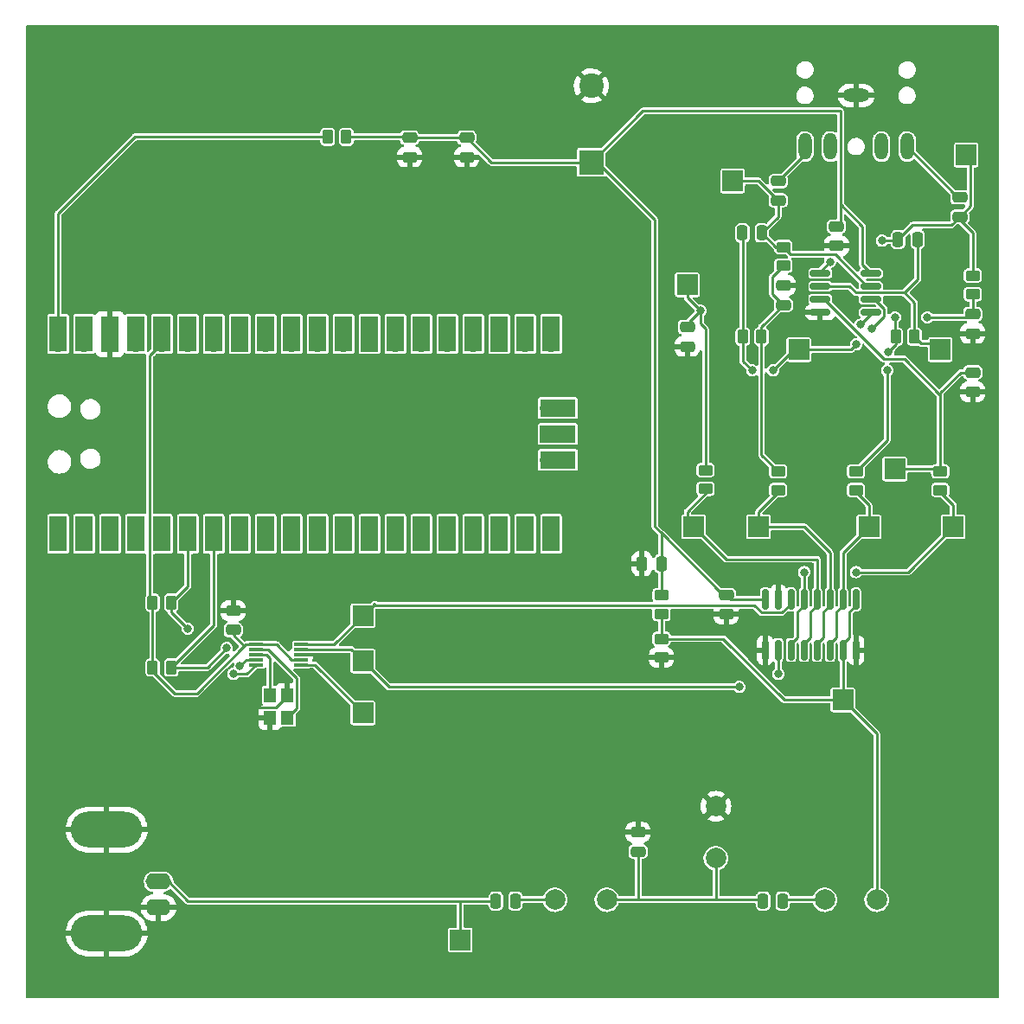
<source format=gbr>
%TF.GenerationSoftware,KiCad,Pcbnew,(6.0.4-0)*%
%TF.CreationDate,2022-06-06T20:21:29-07:00*%
%TF.ProjectId,Receiver Schematic,52656365-6976-4657-9220-536368656d61,rev?*%
%TF.SameCoordinates,Original*%
%TF.FileFunction,Copper,L1,Top*%
%TF.FilePolarity,Positive*%
%FSLAX46Y46*%
G04 Gerber Fmt 4.6, Leading zero omitted, Abs format (unit mm)*
G04 Created by KiCad (PCBNEW (6.0.4-0)) date 2022-06-06 20:21:29*
%MOMM*%
%LPD*%
G01*
G04 APERTURE LIST*
G04 Aperture macros list*
%AMRoundRect*
0 Rectangle with rounded corners*
0 $1 Rounding radius*
0 $2 $3 $4 $5 $6 $7 $8 $9 X,Y pos of 4 corners*
0 Add a 4 corners polygon primitive as box body*
4,1,4,$2,$3,$4,$5,$6,$7,$8,$9,$2,$3,0*
0 Add four circle primitives for the rounded corners*
1,1,$1+$1,$2,$3*
1,1,$1+$1,$4,$5*
1,1,$1+$1,$6,$7*
1,1,$1+$1,$8,$9*
0 Add four rect primitives between the rounded corners*
20,1,$1+$1,$2,$3,$4,$5,0*
20,1,$1+$1,$4,$5,$6,$7,0*
20,1,$1+$1,$6,$7,$8,$9,0*
20,1,$1+$1,$8,$9,$2,$3,0*%
G04 Aperture macros list end*
%TA.AperFunction,SMDPad,CuDef*%
%ADD10RoundRect,0.250000X0.262500X0.450000X-0.262500X0.450000X-0.262500X-0.450000X0.262500X-0.450000X0*%
%TD*%
%TA.AperFunction,SMDPad,CuDef*%
%ADD11RoundRect,0.250000X0.450000X-0.262500X0.450000X0.262500X-0.450000X0.262500X-0.450000X-0.262500X0*%
%TD*%
%TA.AperFunction,SMDPad,CuDef*%
%ADD12RoundRect,0.250000X-0.475000X0.250000X-0.475000X-0.250000X0.475000X-0.250000X0.475000X0.250000X0*%
%TD*%
%TA.AperFunction,SMDPad,CuDef*%
%ADD13R,1.200000X1.400000*%
%TD*%
%TA.AperFunction,SMDPad,CuDef*%
%ADD14RoundRect,0.250000X0.475000X-0.250000X0.475000X0.250000X-0.475000X0.250000X-0.475000X-0.250000X0*%
%TD*%
%TA.AperFunction,SMDPad,CuDef*%
%ADD15RoundRect,0.250000X0.250000X0.475000X-0.250000X0.475000X-0.250000X-0.475000X0.250000X-0.475000X0*%
%TD*%
%TA.AperFunction,SMDPad,CuDef*%
%ADD16RoundRect,0.250000X-0.262500X-0.450000X0.262500X-0.450000X0.262500X0.450000X-0.262500X0.450000X0*%
%TD*%
%TA.AperFunction,ComponentPad*%
%ADD17R,2.000000X2.000000*%
%TD*%
%TA.AperFunction,ComponentPad*%
%ADD18O,2.616000X1.308000*%
%TD*%
%TA.AperFunction,ComponentPad*%
%ADD19O,1.308000X2.616000*%
%TD*%
%TA.AperFunction,SMDPad,CuDef*%
%ADD20RoundRect,0.250000X-0.250000X-0.475000X0.250000X-0.475000X0.250000X0.475000X-0.250000X0.475000X0*%
%TD*%
%TA.AperFunction,ComponentPad*%
%ADD21O,2.500000X1.600000*%
%TD*%
%TA.AperFunction,ComponentPad*%
%ADD22O,7.000000X3.500000*%
%TD*%
%TA.AperFunction,ComponentPad*%
%ADD23C,2.000000*%
%TD*%
%TA.AperFunction,ComponentPad*%
%ADD24R,2.400000X2.400000*%
%TD*%
%TA.AperFunction,ComponentPad*%
%ADD25C,2.400000*%
%TD*%
%TA.AperFunction,SMDPad,CuDef*%
%ADD26RoundRect,0.250000X-0.450000X0.262500X-0.450000X-0.262500X0.450000X-0.262500X0.450000X0.262500X0*%
%TD*%
%TA.AperFunction,SMDPad,CuDef*%
%ADD27RoundRect,0.150000X0.150000X-0.825000X0.150000X0.825000X-0.150000X0.825000X-0.150000X-0.825000X0*%
%TD*%
%TA.AperFunction,SMDPad,CuDef*%
%ADD28RoundRect,0.150000X-0.825000X-0.150000X0.825000X-0.150000X0.825000X0.150000X-0.825000X0.150000X0*%
%TD*%
%TA.AperFunction,SMDPad,CuDef*%
%ADD29R,1.400000X0.300000*%
%TD*%
%TA.AperFunction,ComponentPad*%
%ADD30O,1.700000X1.700000*%
%TD*%
%TA.AperFunction,SMDPad,CuDef*%
%ADD31R,1.700000X3.500000*%
%TD*%
%TA.AperFunction,ComponentPad*%
%ADD32R,1.700000X1.700000*%
%TD*%
%TA.AperFunction,SMDPad,CuDef*%
%ADD33R,3.500000X1.700000*%
%TD*%
%TA.AperFunction,ViaPad*%
%ADD34C,0.800000*%
%TD*%
%TA.AperFunction,Conductor*%
%ADD35C,0.250000*%
%TD*%
G04 APERTURE END LIST*
D10*
%TO.P,R10,1*%
%TO.N,Net-(C15-Pad2)*%
X122832500Y-74930000D03*
%TO.P,R10,2*%
%TO.N,Net-(C17-Pad1)*%
X121007500Y-74930000D03*
%TD*%
D11*
%TO.P,R4,1*%
%TO.N,/180 degrees*%
X140335000Y-89939500D03*
%TO.P,R4,2*%
%TO.N,Net-(C9-Pad1)*%
X140335000Y-88114500D03*
%TD*%
D12*
%TO.P,C12,1*%
%TO.N,GND*%
X71120000Y-101732000D03*
%TO.P,C12,2*%
%TO.N,+3V3*%
X71120000Y-103632000D03*
%TD*%
D13*
%TO.P,Y1,1,1*%
%TO.N,Net-(U2-Pad2)*%
X76415000Y-112225000D03*
%TO.P,Y1,2,2*%
%TO.N,GND*%
X76415000Y-110025000D03*
%TO.P,Y1,3,3*%
%TO.N,Net-(U2-Pad3)*%
X74715000Y-110025000D03*
%TO.P,Y1,4,4*%
%TO.N,GND*%
X74715000Y-112225000D03*
%TD*%
D14*
%TO.P,C20,1*%
%TO.N,Net-(C17-Pad2)*%
X124460000Y-61590000D03*
%TO.P,C20,2*%
%TO.N,/Q signal*%
X124460000Y-59690000D03*
%TD*%
D15*
%TO.P,C3,1*%
%TO.N,Net-(C3-Pad1)*%
X98740000Y-130175000D03*
%TO.P,C3,2*%
%TO.N,Net-(AntennaConnector1-Pad1)*%
X96840000Y-130175000D03*
%TD*%
D16*
%TO.P,R13,1*%
%TO.N,5V*%
X80367500Y-55372000D03*
%TO.P,R13,2*%
%TO.N,Smoothed 5V*%
X82192500Y-55372000D03*
%TD*%
%TO.P,R9,1*%
%TO.N,Net-(C8-Pad1)*%
X135970000Y-74930000D03*
%TO.P,R9,2*%
%TO.N,Net-(C16-Pad2)*%
X137795000Y-74930000D03*
%TD*%
D17*
%TO.P,TP11,1,1*%
%TO.N,Net-(C17-Pad1)*%
X126492000Y-76200000D03*
%TD*%
D18*
%TO.P,J1,1*%
%TO.N,GND*%
X132080000Y-51308000D03*
D19*
%TO.P,J1,2*%
%TO.N,/Q signal*%
X127080000Y-56308000D03*
%TO.P,J1,3*%
%TO.N,/I signal*%
X137080000Y-56308000D03*
%TO.P,J1,10*%
%TO.N,unconnected-(J1-Pad10)*%
X129580000Y-56308000D03*
%TO.P,J1,11*%
%TO.N,unconnected-(J1-Pad11)*%
X134580000Y-56308000D03*
%TD*%
D12*
%TO.P,C9,1*%
%TO.N,Net-(C9-Pad1)*%
X143510000Y-78425000D03*
%TO.P,C9,2*%
%TO.N,GND*%
X143510000Y-80325000D03*
%TD*%
D11*
%TO.P,R8,1*%
%TO.N,Net-(C8-Pad1)*%
X143510000Y-70762500D03*
%TO.P,R8,2*%
%TO.N,Net-(C16-Pad1)*%
X143510000Y-68937500D03*
%TD*%
%TO.P,R5,1*%
%TO.N,/270 degrees*%
X117348000Y-89812500D03*
%TO.P,R5,2*%
%TO.N,Net-(C14-Pad2)*%
X117348000Y-87987500D03*
%TD*%
D20*
%TO.P,C7,1*%
%TO.N,Net-(C5-Pad1)*%
X123002000Y-130175000D03*
%TO.P,C7,2*%
%TO.N,Net-(C7-Pad2)*%
X124902000Y-130175000D03*
%TD*%
D12*
%TO.P,C15,1*%
%TO.N,GND*%
X124968000Y-69916000D03*
%TO.P,C15,2*%
%TO.N,Net-(C15-Pad2)*%
X124968000Y-71816000D03*
%TD*%
D21*
%TO.P,AntennaConnector1,1,In*%
%TO.N,Net-(AntennaConnector1-Pad1)*%
X63810000Y-128270000D03*
D22*
%TO.P,AntennaConnector1,2,Ext*%
%TO.N,GND*%
X58730000Y-123190000D03*
X58730000Y-133350000D03*
D21*
X63810000Y-130810000D03*
%TD*%
D23*
%TO.P,L3,1,1*%
%TO.N,Net-(C7-Pad2)*%
X129032000Y-130048000D03*
%TO.P,L3,2,2*%
%TO.N,Net-(L3-Pad2)*%
X134112000Y-130048000D03*
%TD*%
D14*
%TO.P,C13,1*%
%TO.N,GND*%
X119380000Y-102102500D03*
%TO.P,C13,2*%
%TO.N,Smoothed 5V*%
X119380000Y-100202500D03*
%TD*%
D17*
%TO.P,TP15,1,1*%
%TO.N,Net-(C17-Pad2)*%
X120015000Y-59690000D03*
%TD*%
D24*
%TO.P,C10,1*%
%TO.N,Smoothed 5V*%
X106172000Y-57868755D03*
D25*
%TO.P,C10,2*%
%TO.N,GND*%
X106172000Y-50368755D03*
%TD*%
D17*
%TO.P,TP9,1,1*%
%TO.N,/90 degrees*%
X122555000Y-93532500D03*
%TD*%
D20*
%TO.P,C11,1*%
%TO.N,GND*%
X111130000Y-97155000D03*
%TO.P,C11,2*%
%TO.N,Smoothed 5V*%
X113030000Y-97155000D03*
%TD*%
D17*
%TO.P,TP7,1,1*%
%TO.N,/180 degrees*%
X141605000Y-93532500D03*
%TD*%
%TO.P,TP2,1,1*%
%TO.N,Net-(TP2-Pad1)*%
X83820000Y-111760000D03*
%TD*%
%TO.P,TP4,1,1*%
%TO.N,Net-(TP4-Pad1)*%
X83820000Y-102235000D03*
%TD*%
D26*
%TO.P,R1,1*%
%TO.N,Smoothed 5V*%
X113030000Y-100240000D03*
%TO.P,R1,2*%
%TO.N,Net-(L3-Pad2)*%
X113030000Y-102065000D03*
%TD*%
D17*
%TO.P,TP5,1,1*%
%TO.N,Net-(TP5-Pad1)*%
X83820000Y-106680000D03*
%TD*%
D14*
%TO.P,C19,1*%
%TO.N,Net-(C16-Pad1)*%
X142240000Y-63180000D03*
%TO.P,C19,2*%
%TO.N,/I signal*%
X142240000Y-61280000D03*
%TD*%
D10*
%TO.P,R11,1*%
%TO.N,/SDA*%
X65047500Y-100965000D03*
%TO.P,R11,2*%
%TO.N,+3V3*%
X63222500Y-100965000D03*
%TD*%
D14*
%TO.P,C18,1*%
%TO.N,GND*%
X130175000Y-66035000D03*
%TO.P,C18,2*%
%TO.N,Smoothed 5V*%
X130175000Y-64135000D03*
%TD*%
D17*
%TO.P,TP3,1,1*%
%TO.N,Net-(L3-Pad2)*%
X130810000Y-110490000D03*
%TD*%
D23*
%TO.P,L1,1,1*%
%TO.N,Net-(C3-Pad1)*%
X102616000Y-130048000D03*
%TO.P,L1,2,2*%
%TO.N,Net-(C5-Pad1)*%
X107696000Y-130048000D03*
%TD*%
D26*
%TO.P,R2,1*%
%TO.N,Net-(L3-Pad2)*%
X113030000Y-104497500D03*
%TO.P,R2,2*%
%TO.N,GND*%
X113030000Y-106322500D03*
%TD*%
D11*
%TO.P,R6,1*%
%TO.N,/90 degrees*%
X124460000Y-89939500D03*
%TO.P,R6,2*%
%TO.N,Net-(C15-Pad2)*%
X124460000Y-88114500D03*
%TD*%
D10*
%TO.P,R12,1*%
%TO.N,/SCL*%
X65047500Y-107315000D03*
%TO.P,R12,2*%
%TO.N,+3V3*%
X63222500Y-107315000D03*
%TD*%
D11*
%TO.P,R7,1*%
%TO.N,Net-(C15-Pad2)*%
X124968000Y-67968500D03*
%TO.P,R7,2*%
%TO.N,Net-(C17-Pad2)*%
X124968000Y-66143500D03*
%TD*%
D20*
%TO.P,C17,1*%
%TO.N,Net-(C17-Pad1)*%
X120970000Y-64770000D03*
%TO.P,C17,2*%
%TO.N,Net-(C17-Pad2)*%
X122870000Y-64770000D03*
%TD*%
D12*
%TO.P,C8,1*%
%TO.N,Net-(C8-Pad1)*%
X143510000Y-72710000D03*
%TO.P,C8,2*%
%TO.N,GND*%
X143510000Y-74610000D03*
%TD*%
D17*
%TO.P,TP12,1,1*%
%TO.N,Net-(C9-Pad1)*%
X135890000Y-87884000D03*
%TD*%
%TO.P,TP14,1,1*%
%TO.N,Net-(C16-Pad1)*%
X142875000Y-57150000D03*
%TD*%
D12*
%TO.P,C4,1*%
%TO.N,Smoothed 5V*%
X88392000Y-55438000D03*
%TO.P,C4,2*%
%TO.N,GND*%
X88392000Y-57338000D03*
%TD*%
D17*
%TO.P,TP8,1,1*%
%TO.N,/270 degrees*%
X116205000Y-93532500D03*
%TD*%
D27*
%TO.P,U3,1,1~{OE}*%
%TO.N,GND*%
X123190000Y-105597500D03*
%TO.P,U3,2,S1*%
%TO.N,Net-(TP5-Pad1)*%
X124460000Y-105597500D03*
%TO.P,U3,3,1B4*%
%TO.N,/180 degrees*%
X125730000Y-105597500D03*
%TO.P,U3,4,1B3*%
%TO.N,/270 degrees*%
X127000000Y-105597500D03*
%TO.P,U3,5,1B2*%
%TO.N,/90 degrees*%
X128270000Y-105597500D03*
%TO.P,U3,6,1B1*%
%TO.N,/0 degrees*%
X129540000Y-105597500D03*
%TO.P,U3,7,1A*%
%TO.N,Net-(L3-Pad2)*%
X130810000Y-105597500D03*
%TO.P,U3,8,GND*%
%TO.N,GND*%
X132080000Y-105597500D03*
%TO.P,U3,9,2A*%
%TO.N,Net-(L3-Pad2)*%
X132080000Y-100647500D03*
%TO.P,U3,10,2B1*%
%TO.N,/0 degrees*%
X130810000Y-100647500D03*
%TO.P,U3,11,2B2*%
%TO.N,/90 degrees*%
X129540000Y-100647500D03*
%TO.P,U3,12,2B3*%
%TO.N,/270 degrees*%
X128270000Y-100647500D03*
%TO.P,U3,13,2B4*%
%TO.N,/180 degrees*%
X127000000Y-100647500D03*
%TO.P,U3,14,S0*%
%TO.N,Net-(TP4-Pad1)*%
X125730000Y-100647500D03*
%TO.P,U3,15,2~{OE}*%
%TO.N,GND*%
X124460000Y-100647500D03*
%TO.P,U3,16,VCC*%
%TO.N,Smoothed 5V*%
X123190000Y-100647500D03*
%TD*%
D11*
%TO.P,R3,1*%
%TO.N,/0 degrees*%
X132080000Y-89939500D03*
%TO.P,R3,2*%
%TO.N,Net-(C8-Pad1)*%
X132080000Y-88114500D03*
%TD*%
D28*
%TO.P,U4,1*%
%TO.N,Net-(C16-Pad1)*%
X128589000Y-68707000D03*
%TO.P,U4,2,-*%
%TO.N,Net-(C16-Pad2)*%
X128589000Y-69977000D03*
%TO.P,U4,3,+*%
%TO.N,Net-(C9-Pad1)*%
X128589000Y-71247000D03*
%TO.P,U4,4,V-*%
%TO.N,GND*%
X128589000Y-72517000D03*
%TO.P,U4,5,+*%
%TO.N,Net-(C14-Pad2)*%
X133539000Y-72517000D03*
%TO.P,U4,6,-*%
%TO.N,Net-(C17-Pad1)*%
X133539000Y-71247000D03*
%TO.P,U4,7*%
%TO.N,Net-(C17-Pad2)*%
X133539000Y-69977000D03*
%TO.P,U4,8,V+*%
%TO.N,Smoothed 5V*%
X133539000Y-68707000D03*
%TD*%
D12*
%TO.P,C6,1*%
%TO.N,Smoothed 5V*%
X93980000Y-55438000D03*
%TO.P,C6,2*%
%TO.N,GND*%
X93980000Y-57338000D03*
%TD*%
D17*
%TO.P,TP6,1,1*%
%TO.N,/0 degrees*%
X133350000Y-93532500D03*
%TD*%
%TO.P,TP1,1,1*%
%TO.N,Net-(AntennaConnector1-Pad1)*%
X93345000Y-133985000D03*
%TD*%
D14*
%TO.P,C5,1*%
%TO.N,Net-(C5-Pad1)*%
X110744000Y-125344000D03*
%TO.P,C5,2*%
%TO.N,GND*%
X110744000Y-123444000D03*
%TD*%
D29*
%TO.P,U2,1,VDD*%
%TO.N,+3V3*%
X73365000Y-105045000D03*
%TO.P,U2,2,XA*%
%TO.N,Net-(U2-Pad2)*%
X73365000Y-105545000D03*
%TO.P,U2,3,XB*%
%TO.N,Net-(U2-Pad3)*%
X73365000Y-106045000D03*
%TO.P,U2,4,SCL*%
%TO.N,/SCL*%
X73365000Y-106545000D03*
%TO.P,U2,5,SDA*%
%TO.N,/SDA*%
X73365000Y-107045000D03*
%TO.P,U2,6,CLK2*%
%TO.N,Net-(TP2-Pad1)*%
X77765000Y-107045000D03*
%TO.P,U2,7,VDDO*%
%TO.N,+3V3*%
X77765000Y-106545000D03*
%TO.P,U2,8,GND*%
%TO.N,GND*%
X77765000Y-106045000D03*
%TO.P,U2,9,CLK1*%
%TO.N,Net-(TP5-Pad1)*%
X77765000Y-105545000D03*
%TO.P,U2,10,CLK0*%
%TO.N,Net-(TP4-Pad1)*%
X77765000Y-105045000D03*
%TD*%
D14*
%TO.P,C14,1*%
%TO.N,GND*%
X115570000Y-75880000D03*
%TO.P,C14,2*%
%TO.N,Net-(C14-Pad2)*%
X115570000Y-73980000D03*
%TD*%
D20*
%TO.P,C16,1*%
%TO.N,Net-(C16-Pad1)*%
X136210000Y-65405000D03*
%TO.P,C16,2*%
%TO.N,Net-(C16-Pad2)*%
X138110000Y-65405000D03*
%TD*%
D17*
%TO.P,TP10,1,1*%
%TO.N,Net-(C14-Pad2)*%
X115570000Y-69850000D03*
%TD*%
D23*
%TO.P,L2,1,1*%
%TO.N,Net-(C5-Pad1)*%
X118364000Y-125984000D03*
%TO.P,L2,2,2*%
%TO.N,GND*%
X118364000Y-120904000D03*
%TD*%
D17*
%TO.P,TP13,1,1*%
%TO.N,Net-(C16-Pad2)*%
X140335000Y-76200000D03*
%TD*%
D30*
%TO.P,U1,1,GPIO0*%
%TO.N,unconnected-(U1-Pad1)*%
X53975000Y-93345000D03*
D31*
X53975000Y-94245000D03*
%TO.P,U1,2,GPIO1*%
%TO.N,unconnected-(U1-Pad2)*%
X56515000Y-94245000D03*
D30*
X56515000Y-93345000D03*
D32*
%TO.P,U1,3,GND*%
%TO.N,unconnected-(U1-Pad3)*%
X59055000Y-93345000D03*
D31*
X59055000Y-94245000D03*
%TO.P,U1,4,GPIO2*%
%TO.N,unconnected-(U1-Pad4)*%
X61595000Y-94245000D03*
D30*
X61595000Y-93345000D03*
%TO.P,U1,5,GPIO3*%
%TO.N,unconnected-(U1-Pad5)*%
X64135000Y-93345000D03*
D31*
X64135000Y-94245000D03*
D30*
%TO.P,U1,6,GPIO4*%
%TO.N,/SDA*%
X66675000Y-93345000D03*
D31*
X66675000Y-94245000D03*
%TO.P,U1,7,GPIO5*%
%TO.N,/SCL*%
X69215000Y-94245000D03*
D30*
X69215000Y-93345000D03*
D31*
%TO.P,U1,8,GND*%
%TO.N,unconnected-(U1-Pad8)*%
X71755000Y-94245000D03*
D32*
X71755000Y-93345000D03*
D30*
%TO.P,U1,9,GPIO6*%
%TO.N,unconnected-(U1-Pad9)*%
X74295000Y-93345000D03*
D31*
X74295000Y-94245000D03*
%TO.P,U1,10,GPIO7*%
%TO.N,unconnected-(U1-Pad10)*%
X76835000Y-94245000D03*
D30*
X76835000Y-93345000D03*
D31*
%TO.P,U1,11,GPIO8*%
%TO.N,unconnected-(U1-Pad11)*%
X79375000Y-94245000D03*
D30*
X79375000Y-93345000D03*
D31*
%TO.P,U1,12,GPIO9*%
%TO.N,unconnected-(U1-Pad12)*%
X81915000Y-94245000D03*
D30*
X81915000Y-93345000D03*
D31*
%TO.P,U1,13,GND*%
%TO.N,unconnected-(U1-Pad13)*%
X84455000Y-94245000D03*
D32*
X84455000Y-93345000D03*
D30*
%TO.P,U1,14,GPIO10*%
%TO.N,unconnected-(U1-Pad14)*%
X86995000Y-93345000D03*
D31*
X86995000Y-94245000D03*
%TO.P,U1,15,GPIO11*%
%TO.N,unconnected-(U1-Pad15)*%
X89535000Y-94245000D03*
D30*
X89535000Y-93345000D03*
%TO.P,U1,16,GPIO12*%
%TO.N,unconnected-(U1-Pad16)*%
X92075000Y-93345000D03*
D31*
X92075000Y-94245000D03*
%TO.P,U1,17,GPIO13*%
%TO.N,unconnected-(U1-Pad17)*%
X94615000Y-94245000D03*
D30*
X94615000Y-93345000D03*
D32*
%TO.P,U1,18,GND*%
%TO.N,unconnected-(U1-Pad18)*%
X97155000Y-93345000D03*
D31*
X97155000Y-94245000D03*
D30*
%TO.P,U1,19,GPIO14*%
%TO.N,unconnected-(U1-Pad19)*%
X99695000Y-93345000D03*
D31*
X99695000Y-94245000D03*
%TO.P,U1,20,GPIO15*%
%TO.N,unconnected-(U1-Pad20)*%
X102235000Y-94245000D03*
D30*
X102235000Y-93345000D03*
D31*
%TO.P,U1,21,GPIO16*%
%TO.N,unconnected-(U1-Pad21)*%
X102235000Y-74665000D03*
D30*
X102235000Y-75565000D03*
D31*
%TO.P,U1,22,GPIO17*%
%TO.N,unconnected-(U1-Pad22)*%
X99695000Y-74665000D03*
D30*
X99695000Y-75565000D03*
D31*
%TO.P,U1,23,GND*%
%TO.N,unconnected-(U1-Pad23)*%
X97155000Y-74665000D03*
D32*
X97155000Y-75565000D03*
D31*
%TO.P,U1,24,GPIO18*%
%TO.N,unconnected-(U1-Pad24)*%
X94615000Y-74665000D03*
D30*
X94615000Y-75565000D03*
D31*
%TO.P,U1,25,GPIO19*%
%TO.N,unconnected-(U1-Pad25)*%
X92075000Y-74665000D03*
D30*
X92075000Y-75565000D03*
D31*
%TO.P,U1,26,GPIO20*%
%TO.N,unconnected-(U1-Pad26)*%
X89535000Y-74665000D03*
D30*
X89535000Y-75565000D03*
D31*
%TO.P,U1,27,GPIO21*%
%TO.N,unconnected-(U1-Pad27)*%
X86995000Y-74665000D03*
D30*
X86995000Y-75565000D03*
D32*
%TO.P,U1,28,GND*%
%TO.N,unconnected-(U1-Pad28)*%
X84455000Y-75565000D03*
D31*
X84455000Y-74665000D03*
D30*
%TO.P,U1,29,GPIO22*%
%TO.N,unconnected-(U1-Pad29)*%
X81915000Y-75565000D03*
D31*
X81915000Y-74665000D03*
D30*
%TO.P,U1,30,RUN*%
%TO.N,unconnected-(U1-Pad30)*%
X79375000Y-75565000D03*
D31*
X79375000Y-74665000D03*
D30*
%TO.P,U1,31,GPIO26_ADC0*%
%TO.N,unconnected-(U1-Pad31)*%
X76835000Y-75565000D03*
D31*
X76835000Y-74665000D03*
D30*
%TO.P,U1,32,GPIO27_ADC1*%
%TO.N,unconnected-(U1-Pad32)*%
X74295000Y-75565000D03*
D31*
X74295000Y-74665000D03*
D32*
%TO.P,U1,33,AGND*%
%TO.N,unconnected-(U1-Pad33)*%
X71755000Y-75565000D03*
D31*
X71755000Y-74665000D03*
D30*
%TO.P,U1,34,GPIO28_ADC2*%
%TO.N,unconnected-(U1-Pad34)*%
X69215000Y-75565000D03*
D31*
X69215000Y-74665000D03*
D30*
%TO.P,U1,35,ADC_VREF*%
%TO.N,unconnected-(U1-Pad35)*%
X66675000Y-75565000D03*
D31*
X66675000Y-74665000D03*
%TO.P,U1,36,3V3*%
%TO.N,+3V3*%
X64135000Y-74665000D03*
D30*
X64135000Y-75565000D03*
%TO.P,U1,37,3V3_EN*%
%TO.N,unconnected-(U1-Pad37)*%
X61595000Y-75565000D03*
D31*
X61595000Y-74665000D03*
%TO.P,U1,38,GND*%
%TO.N,GND*%
X59055000Y-74665000D03*
D32*
X59055000Y-75565000D03*
D31*
%TO.P,U1,39,VSYS*%
%TO.N,unconnected-(U1-Pad39)*%
X56515000Y-74665000D03*
D30*
X56515000Y-75565000D03*
D31*
%TO.P,U1,40,VBUS*%
%TO.N,5V*%
X53975000Y-74665000D03*
D30*
X53975000Y-75565000D03*
D33*
%TO.P,U1,41,SWCLK*%
%TO.N,unconnected-(U1-Pad41)*%
X102905000Y-86995000D03*
D30*
X102005000Y-86995000D03*
D32*
%TO.P,U1,42,GND*%
%TO.N,unconnected-(U1-Pad42)*%
X102005000Y-84455000D03*
D33*
X102905000Y-84455000D03*
%TO.P,U1,43,SWDIO*%
%TO.N,unconnected-(U1-Pad43)*%
X102905000Y-81915000D03*
D30*
X102005000Y-81915000D03*
%TD*%
D34*
%TO.N,GND*%
X128270000Y-66040000D03*
X111125000Y-94615000D03*
X127000000Y-67584020D03*
X116840000Y-95885000D03*
X121285000Y-99060000D03*
X121285000Y-102870000D03*
%TO.N,Net-(C8-Pad1)*%
X135890000Y-73025000D03*
X135269085Y-76392520D03*
X135128000Y-78232000D03*
X139065000Y-73025000D03*
%TO.N,Net-(C14-Pad2)*%
X116840000Y-72390000D03*
X132495335Y-73752665D03*
%TO.N,Net-(C16-Pad1)*%
X129540000Y-67584020D03*
X134620000Y-65532000D03*
%TO.N,Net-(C17-Pad1)*%
X133604000Y-74168000D03*
X123952000Y-78232000D03*
X121920000Y-78232000D03*
X132080000Y-75692000D03*
%TO.N,/180 degrees*%
X127000000Y-97977500D03*
X132080000Y-97977500D03*
%TO.N,/SDA*%
X71120000Y-107950000D03*
X66675000Y-103505000D03*
%TO.N,/SCL*%
X71778801Y-107198344D03*
X70485000Y-105410000D03*
%TO.N,Net-(TP5-Pad1)*%
X124460000Y-107950000D03*
X120650000Y-109220000D03*
%TD*%
D35*
%TO.N,GND*%
X111130000Y-97155000D02*
X111130000Y-94620000D01*
X76415000Y-110025000D02*
X76415000Y-110125000D01*
X128275000Y-66035000D02*
X128270000Y-66040000D01*
X77765000Y-106045000D02*
X80010000Y-106045000D01*
X76415000Y-110125000D02*
X75288000Y-111252000D01*
X75288000Y-111252000D02*
X72644000Y-111252000D01*
X111130000Y-94620000D02*
X111125000Y-94615000D01*
X130175000Y-66035000D02*
X128275000Y-66035000D01*
%TO.N,Net-(AntennaConnector1-Pad1)*%
X93345000Y-130175000D02*
X96840000Y-130175000D01*
X66675000Y-130175000D02*
X64770000Y-128270000D01*
X93345000Y-130175000D02*
X93345000Y-133985000D01*
X64770000Y-128270000D02*
X63810000Y-128270000D01*
X93345000Y-130175000D02*
X66675000Y-130175000D01*
%TO.N,Smoothed 5V*%
X130558520Y-54866520D02*
X130556000Y-54864000D01*
X112395000Y-63500000D02*
X112395000Y-93532500D01*
X88326000Y-55372000D02*
X88392000Y-55438000D01*
X113030000Y-94167500D02*
X112936250Y-94073750D01*
X132715000Y-67883000D02*
X132715000Y-64135000D01*
X111208755Y-52832000D02*
X106172000Y-57868755D01*
X132715000Y-64135000D02*
X130558520Y-61978520D01*
X112395000Y-93532500D02*
X112936250Y-94073750D01*
X130556000Y-52832000D02*
X111208755Y-52832000D01*
X113030000Y-100240000D02*
X113030000Y-94167500D01*
X133539000Y-68707000D02*
X132715000Y-67883000D01*
X119825000Y-100647500D02*
X119380000Y-100202500D01*
X119065000Y-100202500D02*
X119380000Y-100202500D01*
X123190000Y-100647500D02*
X119825000Y-100647500D01*
X130558520Y-63751480D02*
X130558520Y-61973480D01*
X112936250Y-94073750D02*
X119065000Y-100202500D01*
X130556000Y-54864000D02*
X130556000Y-52832000D01*
X106763755Y-57868755D02*
X112395000Y-63500000D01*
X96410755Y-57868755D02*
X93980000Y-55438000D01*
X130558520Y-61973480D02*
X130558520Y-54866520D01*
X82192500Y-55372000D02*
X88326000Y-55372000D01*
X130558520Y-61978520D02*
X130558520Y-61973480D01*
X106172000Y-57868755D02*
X96410755Y-57868755D01*
X130175000Y-64135000D02*
X130558520Y-63751480D01*
X106172000Y-57868755D02*
X106763755Y-57868755D01*
X93980000Y-55438000D02*
X88392000Y-55438000D01*
%TO.N,Net-(C3-Pad1)*%
X98867000Y-130048000D02*
X98740000Y-130175000D01*
X102616000Y-130048000D02*
X98867000Y-130048000D01*
%TO.N,Net-(C5-Pad1)*%
X107696000Y-130048000D02*
X118364000Y-130048000D01*
X118364000Y-125984000D02*
X118364000Y-130048000D01*
X118364000Y-130048000D02*
X122875000Y-130048000D01*
X122875000Y-130048000D02*
X123002000Y-130175000D01*
X110744000Y-125344000D02*
X110744000Y-130048000D01*
%TO.N,Net-(C7-Pad2)*%
X125029000Y-130048000D02*
X129032000Y-130048000D01*
X124902000Y-130175000D02*
X125029000Y-130048000D01*
%TO.N,Net-(C8-Pad1)*%
X135970000Y-74930000D02*
X135970000Y-75691605D01*
X143510000Y-72710000D02*
X143195000Y-73025000D01*
X143195000Y-73025000D02*
X139065000Y-73025000D01*
X135128000Y-78232000D02*
X135128000Y-85066500D01*
X135890000Y-73025000D02*
X135890000Y-74215000D01*
X135890000Y-74215000D02*
X135970000Y-74295000D01*
X135128000Y-85066500D02*
X132080000Y-88114500D01*
X143510000Y-70762500D02*
X143510000Y-72710000D01*
X135970000Y-75691605D02*
X135269085Y-76392520D01*
%TO.N,Net-(C9-Pad1)*%
X140335000Y-80645000D02*
X136807020Y-77117020D01*
X140335000Y-80435000D02*
X142345000Y-78425000D01*
X128965072Y-71247000D02*
X128589000Y-71247000D01*
X140335000Y-81075000D02*
X140335000Y-80435000D01*
X140104500Y-87884000D02*
X140335000Y-88114500D01*
X140335000Y-81075000D02*
X140335000Y-80645000D01*
X135890000Y-87884000D02*
X140104500Y-87884000D01*
X140335000Y-81075000D02*
X140335000Y-88114500D01*
X136807020Y-77117020D02*
X134835092Y-77117020D01*
X134835092Y-77117020D02*
X128965072Y-71247000D01*
X142345000Y-78425000D02*
X143510000Y-78425000D01*
%TO.N,+3V3*%
X72195489Y-105215489D02*
X71120000Y-104140000D01*
X67555978Y-109855000D02*
X65405000Y-109855000D01*
X72195489Y-105215489D02*
X67555978Y-109855000D01*
X75375000Y-105070489D02*
X72340489Y-105070489D01*
X65405000Y-109855000D02*
X63222500Y-107672500D01*
X62960489Y-76739511D02*
X62960489Y-100702989D01*
X63222500Y-107672500D02*
X63222500Y-107315000D01*
X77765000Y-106545000D02*
X76849511Y-106545000D01*
X71120000Y-104140000D02*
X71120000Y-103632000D01*
X62960489Y-100702989D02*
X63222500Y-100965000D01*
X72340489Y-105070489D02*
X72195489Y-105215489D01*
X64135000Y-75565000D02*
X62960489Y-76739511D01*
X63222500Y-100965000D02*
X63222500Y-107315000D01*
X76849511Y-106545000D02*
X75375000Y-105070489D01*
%TO.N,Net-(C14-Pad2)*%
X117348000Y-87987500D02*
X117348000Y-74168000D01*
X133539000Y-72709000D02*
X132495335Y-73752665D01*
X116840000Y-72390000D02*
X115570000Y-71120000D01*
X115775000Y-73455000D02*
X116840000Y-72390000D01*
X117348000Y-74168000D02*
X116840000Y-73660000D01*
X115570000Y-71120000D02*
X115570000Y-69850000D01*
X116840000Y-73660000D02*
X116840000Y-72390000D01*
%TO.N,Net-(C15-Pad2)*%
X123918480Y-70766480D02*
X123918480Y-69018020D01*
X122832500Y-86487000D02*
X124460000Y-88114500D01*
X123918480Y-69018020D02*
X124968000Y-67968500D01*
X122832500Y-74930000D02*
X122832500Y-86487000D01*
X122832500Y-73951500D02*
X124968000Y-71816000D01*
X124968000Y-71816000D02*
X123918480Y-70766480D01*
X122832500Y-74930000D02*
X122832500Y-73951500D01*
%TO.N,Net-(C16-Pad1)*%
X128589000Y-68535020D02*
X129540000Y-67584020D01*
X143289520Y-62130480D02*
X143289520Y-57564520D01*
X143510000Y-64770000D02*
X143510000Y-68937500D01*
X142240000Y-63180000D02*
X143289520Y-62130480D01*
X128589000Y-68707000D02*
X128589000Y-68535020D01*
X143289520Y-57564520D02*
X142875000Y-57150000D01*
X141412000Y-64008000D02*
X142240000Y-63180000D01*
X137607000Y-64008000D02*
X141412000Y-64008000D01*
X136210000Y-65405000D02*
X137607000Y-64008000D01*
X142240000Y-63180000D02*
X142240000Y-63500000D01*
X142240000Y-63500000D02*
X143510000Y-64770000D01*
X134620000Y-65532000D02*
X136083000Y-65532000D01*
X136083000Y-65532000D02*
X136210000Y-65405000D01*
%TO.N,Net-(C16-Pad2)*%
X138110000Y-69327360D02*
X136814880Y-70622480D01*
X132069520Y-70622480D02*
X131424040Y-69977000D01*
X137795000Y-71602600D02*
X136814880Y-70622480D01*
X138110000Y-65405000D02*
X138110000Y-69327360D01*
X137795000Y-74930000D02*
X138430000Y-75565000D01*
X137795000Y-74295000D02*
X137795000Y-71602600D01*
X136814880Y-70622480D02*
X132069520Y-70622480D01*
X131424040Y-69977000D02*
X128589000Y-69977000D01*
X138430000Y-75565000D02*
X140335000Y-75565000D01*
%TO.N,Net-(C17-Pad1)*%
X121007500Y-64807500D02*
X120970000Y-64770000D01*
X125984000Y-76200000D02*
X126492000Y-76200000D01*
X133539000Y-71247000D02*
X133915072Y-71247000D01*
X131572000Y-76200000D02*
X126492000Y-76200000D01*
X121007500Y-77319500D02*
X121920000Y-78232000D01*
X134838520Y-72933480D02*
X133604000Y-74168000D01*
X121007500Y-74930000D02*
X121007500Y-77319500D01*
X132080000Y-75692000D02*
X131572000Y-76200000D01*
X121007500Y-74930000D02*
X121007500Y-64807500D01*
X133915072Y-71247000D02*
X134838520Y-72170448D01*
X134838520Y-72170448D02*
X134838520Y-72933480D01*
X123952000Y-78232000D02*
X125984000Y-76200000D01*
%TO.N,Net-(C17-Pad2)*%
X133162928Y-69977000D02*
X133539000Y-69977000D01*
X124460000Y-61590000D02*
X124460000Y-63180000D01*
X130045448Y-66859520D02*
X133162928Y-69977000D01*
X124460000Y-61590000D02*
X122560000Y-59690000D01*
X122560000Y-59690000D02*
X120015000Y-59690000D01*
X124243500Y-66143500D02*
X124968000Y-66143500D01*
X122870000Y-64770000D02*
X124243500Y-66143500D01*
X125684020Y-66859520D02*
X130045448Y-66859520D01*
X124968000Y-66143500D02*
X125684020Y-66859520D01*
X124460000Y-63180000D02*
X122870000Y-64770000D01*
%TO.N,/I signal*%
X142052000Y-61280000D02*
X142240000Y-61280000D01*
X137080000Y-56308000D02*
X142052000Y-61280000D01*
%TO.N,/Q signal*%
X127080000Y-56308000D02*
X127080000Y-57070000D01*
X127080000Y-57070000D02*
X124460000Y-59690000D01*
%TO.N,Net-(L3-Pad2)*%
X130810000Y-105597500D02*
X130810000Y-110490000D01*
X131434520Y-104337980D02*
X131434520Y-101862980D01*
X134112000Y-113792000D02*
X130810000Y-110490000D01*
X125095000Y-110490000D02*
X130810000Y-110490000D01*
X131434520Y-101862980D02*
X132080000Y-101217500D01*
X130810000Y-104962500D02*
X131434520Y-104337980D01*
X113030000Y-102065000D02*
X113030000Y-104497500D01*
X113030000Y-104497500D02*
X119102500Y-104497500D01*
X119102500Y-104497500D02*
X125095000Y-110490000D01*
X134112000Y-130048000D02*
X134112000Y-113792000D01*
%TO.N,/0 degrees*%
X130175000Y-104392500D02*
X129605000Y-104962500D01*
X130810000Y-100012500D02*
X130810000Y-101217500D01*
X133350000Y-93532500D02*
X133350000Y-91415000D01*
X130810000Y-100647500D02*
X130810000Y-96072500D01*
X130810000Y-101217500D02*
X130175000Y-101852500D01*
X129605000Y-104962500D02*
X129540000Y-104962500D01*
X133350000Y-91415000D02*
X132080000Y-90145000D01*
X130175000Y-101852500D02*
X130175000Y-104392500D01*
X130810000Y-96072500D02*
X133350000Y-93532500D01*
%TO.N,/180 degrees*%
X126365000Y-104392500D02*
X125795000Y-104962500D01*
X127000000Y-101217500D02*
X126365000Y-101852500D01*
X132080000Y-97977500D02*
X137160000Y-97977500D01*
X125795000Y-104962500D02*
X125730000Y-104962500D01*
X137160000Y-97977500D02*
X141605000Y-93532500D01*
X126365000Y-101852500D02*
X126365000Y-104392500D01*
X141605000Y-91415000D02*
X140335000Y-90145000D01*
X127000000Y-100647500D02*
X127000000Y-97977500D01*
X141605000Y-93532500D02*
X141605000Y-91415000D01*
X127000000Y-100012500D02*
X127000000Y-101217500D01*
%TO.N,/270 degrees*%
X128270000Y-100012500D02*
X128270000Y-101217500D01*
X115570000Y-92050000D02*
X117475000Y-90145000D01*
X127635000Y-104392500D02*
X127065000Y-104962500D01*
X119380000Y-96707500D02*
X115570000Y-92897500D01*
X115570000Y-92897500D02*
X115570000Y-92050000D01*
X127065000Y-104962500D02*
X127000000Y-104962500D01*
X127635000Y-101852500D02*
X127635000Y-104392500D01*
X128270000Y-96707500D02*
X119380000Y-96707500D01*
X128270000Y-100647500D02*
X128270000Y-96707500D01*
X128270000Y-101217500D02*
X127635000Y-101852500D01*
%TO.N,/90 degrees*%
X128905000Y-104392500D02*
X128335000Y-104962500D01*
X129540000Y-101217500D02*
X128905000Y-101852500D01*
X129540000Y-96072500D02*
X127000000Y-93532500D01*
X127000000Y-93532500D02*
X122555000Y-93532500D01*
X122555000Y-92050000D02*
X124460000Y-90145000D01*
X129540000Y-100012500D02*
X129540000Y-101217500D01*
X128335000Y-104962500D02*
X128270000Y-104962500D01*
X128905000Y-101852500D02*
X128905000Y-104392500D01*
X122555000Y-93532500D02*
X122555000Y-92050000D01*
X129540000Y-100647500D02*
X129540000Y-96072500D01*
%TO.N,/SDA*%
X66675000Y-93345000D02*
X66675000Y-99337500D01*
X65047500Y-101877500D02*
X65047500Y-100965000D01*
X73365000Y-107045000D02*
X72460000Y-107950000D01*
X66675000Y-99337500D02*
X65047500Y-100965000D01*
X66675000Y-103505000D02*
X65047500Y-101877500D01*
X72460000Y-107950000D02*
X71120000Y-107950000D01*
%TO.N,/SCL*%
X72432145Y-106545000D02*
X73365000Y-106545000D01*
X69215000Y-93345000D02*
X69215000Y-103147500D01*
X71778801Y-107198344D02*
X72432145Y-106545000D01*
X70485000Y-105410000D02*
X68580000Y-107315000D01*
X68580000Y-107315000D02*
X65047500Y-107315000D01*
X69215000Y-103147500D02*
X65047500Y-107315000D01*
%TO.N,Net-(TP2-Pad1)*%
X79105000Y-107045000D02*
X83820000Y-111760000D01*
X77765000Y-107045000D02*
X79105000Y-107045000D01*
%TO.N,Net-(TP4-Pad1)*%
X125730000Y-101023572D02*
X125730000Y-100647500D01*
X83820000Y-102235000D02*
X84977980Y-101077020D01*
X77765000Y-105045000D02*
X81010000Y-105045000D01*
X122843448Y-101947020D02*
X124806552Y-101947020D01*
X124806552Y-101947020D02*
X125730000Y-101023572D01*
X84827020Y-101227980D02*
X122124408Y-101227980D01*
X83820000Y-102235000D02*
X84827020Y-101227980D01*
X122124408Y-101227980D02*
X122843448Y-101947020D01*
X81010000Y-105045000D02*
X83820000Y-102235000D01*
%TO.N,Net-(TP5-Pad1)*%
X124460000Y-107950000D02*
X124460000Y-105597500D01*
X83820000Y-106680000D02*
X86360000Y-109220000D01*
X120015000Y-109220000D02*
X120650000Y-109220000D01*
X82685000Y-105545000D02*
X83820000Y-106680000D01*
X77765000Y-105545000D02*
X82685000Y-105545000D01*
X86360000Y-109220000D02*
X120015000Y-109220000D01*
%TO.N,Net-(U2-Pad2)*%
X77339511Y-108384771D02*
X77339511Y-111300489D01*
X77339511Y-111300489D02*
X76415000Y-112225000D01*
X74499740Y-105545000D02*
X77339511Y-108384771D01*
X73365000Y-105545000D02*
X74499740Y-105545000D01*
%TO.N,Net-(U2-Pad3)*%
X74715000Y-106395978D02*
X74364022Y-106045000D01*
X74364022Y-106045000D02*
X73660000Y-106045000D01*
X74715000Y-110025000D02*
X74715000Y-106395978D01*
%TO.N,5V*%
X53975000Y-62865000D02*
X61468000Y-55372000D01*
X53975000Y-75565000D02*
X53975000Y-62865000D01*
X61468000Y-55372000D02*
X80367500Y-55372000D01*
%TD*%
%TA.AperFunction,Conductor*%
%TO.N,GND*%
G36*
X145991121Y-44471002D02*
G01*
X146037614Y-44524658D01*
X146049000Y-44577000D01*
X146049000Y-139573000D01*
X146028998Y-139641121D01*
X145975342Y-139687614D01*
X145923000Y-139699000D01*
X50927000Y-139699000D01*
X50858879Y-139678998D01*
X50812386Y-139625342D01*
X50801000Y-139573000D01*
X50801000Y-133620272D01*
X54736942Y-133620272D01*
X54743222Y-133692053D01*
X54744497Y-133700292D01*
X54808110Y-133984880D01*
X54810464Y-133992877D01*
X54911150Y-134266534D01*
X54914550Y-134274172D01*
X55050549Y-134532115D01*
X55054916Y-134539213D01*
X55223835Y-134776905D01*
X55229108Y-134783372D01*
X55427983Y-134996639D01*
X55434067Y-135002351D01*
X55659393Y-135187437D01*
X55666174Y-135192292D01*
X55914013Y-135345958D01*
X55921373Y-135349871D01*
X56187346Y-135469404D01*
X56195169Y-135472314D01*
X56474625Y-135555624D01*
X56482746Y-135557469D01*
X56771429Y-135603191D01*
X56778403Y-135603899D01*
X56867286Y-135607936D01*
X56870119Y-135608000D01*
X58457885Y-135608000D01*
X58473124Y-135603525D01*
X58474329Y-135602135D01*
X58476000Y-135594452D01*
X58476000Y-135589885D01*
X58984000Y-135589885D01*
X58988475Y-135605124D01*
X58989865Y-135606329D01*
X58997548Y-135608000D01*
X60553993Y-135608000D01*
X60558182Y-135607861D01*
X60775132Y-135593451D01*
X60783403Y-135592347D01*
X61069251Y-135534710D01*
X61077303Y-135532522D01*
X61353005Y-135437591D01*
X61360716Y-135434350D01*
X61621444Y-135303787D01*
X61628638Y-135299566D01*
X61869820Y-135135659D01*
X61876390Y-135130526D01*
X62093775Y-134936161D01*
X62099608Y-134930205D01*
X62289378Y-134708797D01*
X62294376Y-134702116D01*
X62453191Y-134457563D01*
X62457265Y-134450273D01*
X62582338Y-134186868D01*
X62585414Y-134179100D01*
X62674552Y-133901469D01*
X62676573Y-133893363D01*
X62725429Y-133621830D01*
X62723997Y-133608571D01*
X62709387Y-133604000D01*
X59002115Y-133604000D01*
X58986876Y-133608475D01*
X58985671Y-133609865D01*
X58984000Y-133617548D01*
X58984000Y-135589885D01*
X58476000Y-135589885D01*
X58476000Y-133622115D01*
X58471525Y-133606876D01*
X58470135Y-133605671D01*
X58462452Y-133604000D01*
X54753633Y-133604000D01*
X54739004Y-133608295D01*
X54736942Y-133620272D01*
X50801000Y-133620272D01*
X50801000Y-133078170D01*
X54734571Y-133078170D01*
X54736003Y-133091429D01*
X54750613Y-133096000D01*
X58457885Y-133096000D01*
X58473124Y-133091525D01*
X58474329Y-133090135D01*
X58476000Y-133082452D01*
X58476000Y-133077885D01*
X58984000Y-133077885D01*
X58988475Y-133093124D01*
X58989865Y-133094329D01*
X58997548Y-133096000D01*
X62706367Y-133096000D01*
X62720996Y-133091705D01*
X62723058Y-133079728D01*
X62716778Y-133007947D01*
X62715503Y-132999708D01*
X62651890Y-132715120D01*
X62649536Y-132707123D01*
X62548850Y-132433466D01*
X62545450Y-132425828D01*
X62409451Y-132167885D01*
X62405084Y-132160787D01*
X62236165Y-131923095D01*
X62230892Y-131916628D01*
X62032017Y-131703361D01*
X62025933Y-131697649D01*
X61800607Y-131512563D01*
X61793826Y-131507708D01*
X61545987Y-131354042D01*
X61538627Y-131350129D01*
X61272654Y-131230596D01*
X61264831Y-131227686D01*
X60985375Y-131144376D01*
X60977254Y-131142531D01*
X60688571Y-131096809D01*
X60681597Y-131096101D01*
X60592714Y-131092064D01*
X60589881Y-131092000D01*
X59002115Y-131092000D01*
X58986876Y-131096475D01*
X58985671Y-131097865D01*
X58984000Y-131105548D01*
X58984000Y-133077885D01*
X58476000Y-133077885D01*
X58476000Y-131110115D01*
X58471525Y-131094876D01*
X58470135Y-131093671D01*
X58462452Y-131092000D01*
X56906007Y-131092000D01*
X56901818Y-131092139D01*
X56684868Y-131106549D01*
X56676597Y-131107653D01*
X56390749Y-131165290D01*
X56382697Y-131167478D01*
X56106995Y-131262409D01*
X56099284Y-131265650D01*
X55838556Y-131396213D01*
X55831362Y-131400434D01*
X55590180Y-131564341D01*
X55583610Y-131569474D01*
X55366225Y-131763839D01*
X55360392Y-131769795D01*
X55170622Y-131991203D01*
X55165624Y-131997884D01*
X55006809Y-132242437D01*
X55002735Y-132249727D01*
X54877662Y-132513132D01*
X54874586Y-132520900D01*
X54785448Y-132798531D01*
X54783427Y-132806637D01*
X54734571Y-133078170D01*
X50801000Y-133078170D01*
X50801000Y-131076522D01*
X62077273Y-131076522D01*
X62124764Y-131253761D01*
X62128510Y-131264053D01*
X62220586Y-131461511D01*
X62226069Y-131471007D01*
X62351028Y-131649467D01*
X62358084Y-131657875D01*
X62512125Y-131811916D01*
X62520533Y-131818972D01*
X62698993Y-131943931D01*
X62708489Y-131949414D01*
X62905947Y-132041490D01*
X62916239Y-132045236D01*
X63126688Y-132101625D01*
X63137481Y-132103528D01*
X63300170Y-132117762D01*
X63305635Y-132118000D01*
X63537885Y-132118000D01*
X63553124Y-132113525D01*
X63554329Y-132112135D01*
X63556000Y-132104452D01*
X63556000Y-132099885D01*
X64064000Y-132099885D01*
X64068475Y-132115124D01*
X64069865Y-132116329D01*
X64077548Y-132118000D01*
X64314365Y-132118000D01*
X64319830Y-132117762D01*
X64482519Y-132103528D01*
X64493312Y-132101625D01*
X64703761Y-132045236D01*
X64714053Y-132041490D01*
X64911511Y-131949414D01*
X64921007Y-131943931D01*
X65099467Y-131818972D01*
X65107875Y-131811916D01*
X65261916Y-131657875D01*
X65268972Y-131649467D01*
X65393931Y-131471007D01*
X65399414Y-131461511D01*
X65491490Y-131264053D01*
X65495236Y-131253761D01*
X65541394Y-131081497D01*
X65541058Y-131067401D01*
X65533116Y-131064000D01*
X64082115Y-131064000D01*
X64066876Y-131068475D01*
X64065671Y-131069865D01*
X64064000Y-131077548D01*
X64064000Y-132099885D01*
X63556000Y-132099885D01*
X63556000Y-131082115D01*
X63551525Y-131066876D01*
X63550135Y-131065671D01*
X63542452Y-131064000D01*
X62092033Y-131064000D01*
X62078502Y-131067973D01*
X62077273Y-131076522D01*
X50801000Y-131076522D01*
X50801000Y-130538503D01*
X62078606Y-130538503D01*
X62078942Y-130552599D01*
X62086884Y-130556000D01*
X65527967Y-130556000D01*
X65541498Y-130552027D01*
X65542727Y-130543478D01*
X65495236Y-130366239D01*
X65491490Y-130355947D01*
X65399414Y-130158489D01*
X65393931Y-130148993D01*
X65268972Y-129970533D01*
X65261916Y-129962125D01*
X65107875Y-129808084D01*
X65099467Y-129801028D01*
X64921007Y-129676069D01*
X64911511Y-129670586D01*
X64714053Y-129578510D01*
X64703761Y-129574764D01*
X64493312Y-129518375D01*
X64482520Y-129516472D01*
X64417143Y-129510752D01*
X64351025Y-129484888D01*
X64309386Y-129427385D01*
X64305445Y-129356498D01*
X64340454Y-129294733D01*
X64403299Y-129261701D01*
X64415390Y-129259876D01*
X64430558Y-129258336D01*
X64455868Y-129255765D01*
X64455870Y-129255765D01*
X64462216Y-129255120D01*
X64656172Y-129194338D01*
X64833944Y-129095797D01*
X64907721Y-129032563D01*
X64972457Y-129003420D01*
X65042676Y-129013902D01*
X65078811Y-129039137D01*
X66430889Y-130391215D01*
X66438316Y-130399319D01*
X66462545Y-130428194D01*
X66472094Y-130433707D01*
X66495185Y-130447039D01*
X66504456Y-130452945D01*
X66535316Y-130474554D01*
X66545966Y-130477408D01*
X66549134Y-130478885D01*
X66552410Y-130480077D01*
X66561955Y-130485588D01*
X66595699Y-130491538D01*
X66599058Y-130492130D01*
X66609785Y-130494508D01*
X66646193Y-130504264D01*
X66657169Y-130503304D01*
X66657172Y-130503304D01*
X66683743Y-130500979D01*
X66694724Y-130500500D01*
X92893500Y-130500500D01*
X92961621Y-130520502D01*
X93008114Y-130574158D01*
X93019500Y-130626500D01*
X93019500Y-132658500D01*
X92999498Y-132726621D01*
X92945842Y-132773114D01*
X92893500Y-132784500D01*
X92325252Y-132784500D01*
X92319184Y-132785707D01*
X92278939Y-132793712D01*
X92278938Y-132793712D01*
X92266769Y-132796133D01*
X92200448Y-132840448D01*
X92156133Y-132906769D01*
X92144500Y-132965252D01*
X92144500Y-135004748D01*
X92156133Y-135063231D01*
X92200448Y-135129552D01*
X92266769Y-135173867D01*
X92278938Y-135176288D01*
X92278939Y-135176288D01*
X92319184Y-135184293D01*
X92325252Y-135185500D01*
X94364748Y-135185500D01*
X94370816Y-135184293D01*
X94411061Y-135176288D01*
X94411062Y-135176288D01*
X94423231Y-135173867D01*
X94489552Y-135129552D01*
X94533867Y-135063231D01*
X94545500Y-135004748D01*
X94545500Y-132965252D01*
X94533867Y-132906769D01*
X94489552Y-132840448D01*
X94423231Y-132796133D01*
X94411062Y-132793712D01*
X94411061Y-132793712D01*
X94370816Y-132785707D01*
X94364748Y-132784500D01*
X93796500Y-132784500D01*
X93728379Y-132764498D01*
X93681886Y-132710842D01*
X93670500Y-132658500D01*
X93670500Y-130626500D01*
X93690502Y-130558379D01*
X93744158Y-130511886D01*
X93796500Y-130500500D01*
X96013500Y-130500500D01*
X96081621Y-130520502D01*
X96128114Y-130574158D01*
X96139500Y-130626500D01*
X96139500Y-130703834D01*
X96142481Y-130735369D01*
X96187366Y-130863184D01*
X96192958Y-130870754D01*
X96192959Y-130870757D01*
X96211668Y-130896086D01*
X96267850Y-130972150D01*
X96275421Y-130977742D01*
X96369243Y-131047041D01*
X96369246Y-131047042D01*
X96376816Y-131052634D01*
X96504631Y-131097519D01*
X96512277Y-131098242D01*
X96512278Y-131098242D01*
X96518248Y-131098806D01*
X96536166Y-131100500D01*
X97143834Y-131100500D01*
X97161752Y-131098806D01*
X97167722Y-131098242D01*
X97167723Y-131098242D01*
X97175369Y-131097519D01*
X97303184Y-131052634D01*
X97310754Y-131047042D01*
X97310757Y-131047041D01*
X97404579Y-130977742D01*
X97412150Y-130972150D01*
X97468332Y-130896086D01*
X97487041Y-130870757D01*
X97487042Y-130870754D01*
X97492634Y-130863184D01*
X97537519Y-130735369D01*
X97540500Y-130703834D01*
X98039500Y-130703834D01*
X98042481Y-130735369D01*
X98087366Y-130863184D01*
X98092958Y-130870754D01*
X98092959Y-130870757D01*
X98111668Y-130896086D01*
X98167850Y-130972150D01*
X98175421Y-130977742D01*
X98269243Y-131047041D01*
X98269246Y-131047042D01*
X98276816Y-131052634D01*
X98404631Y-131097519D01*
X98412277Y-131098242D01*
X98412278Y-131098242D01*
X98418248Y-131098806D01*
X98436166Y-131100500D01*
X99043834Y-131100500D01*
X99061752Y-131098806D01*
X99067722Y-131098242D01*
X99067723Y-131098242D01*
X99075369Y-131097519D01*
X99203184Y-131052634D01*
X99210754Y-131047042D01*
X99210757Y-131047041D01*
X99304579Y-130977742D01*
X99312150Y-130972150D01*
X99368332Y-130896086D01*
X99387041Y-130870757D01*
X99387042Y-130870754D01*
X99392634Y-130863184D01*
X99437519Y-130735369D01*
X99440500Y-130703834D01*
X99440500Y-130499500D01*
X99460502Y-130431379D01*
X99514158Y-130384886D01*
X99566500Y-130373500D01*
X101363774Y-130373500D01*
X101431895Y-130393502D01*
X101478388Y-130447158D01*
X101479158Y-130449060D01*
X101479511Y-130450452D01*
X101571883Y-130650821D01*
X101699222Y-130831002D01*
X101857264Y-130984961D01*
X101862060Y-130988166D01*
X101862063Y-130988168D01*
X101981501Y-131067973D01*
X102040717Y-131107540D01*
X102046020Y-131109818D01*
X102046023Y-131109820D01*
X102180226Y-131167478D01*
X102243436Y-131194635D01*
X102323088Y-131212658D01*
X102452995Y-131242054D01*
X102453001Y-131242055D01*
X102458632Y-131243329D01*
X102464403Y-131243556D01*
X102464405Y-131243556D01*
X102532211Y-131246220D01*
X102679098Y-131251991D01*
X102788275Y-131236161D01*
X102891738Y-131221160D01*
X102891743Y-131221159D01*
X102897452Y-131220331D01*
X102902916Y-131218476D01*
X102902921Y-131218475D01*
X103100907Y-131151268D01*
X103100912Y-131151266D01*
X103106379Y-131149410D01*
X103118663Y-131142531D01*
X103208644Y-131092139D01*
X103298884Y-131041602D01*
X103382391Y-130972150D01*
X103464086Y-130904204D01*
X103468518Y-130900518D01*
X103609602Y-130730884D01*
X103697373Y-130574158D01*
X103714586Y-130543422D01*
X103714587Y-130543420D01*
X103717410Y-130538379D01*
X103719266Y-130532912D01*
X103719268Y-130532907D01*
X103786475Y-130334921D01*
X103786476Y-130334916D01*
X103788331Y-130329452D01*
X103789159Y-130323743D01*
X103789160Y-130323738D01*
X103808346Y-130191413D01*
X103819991Y-130111098D01*
X103821643Y-130048000D01*
X103818743Y-130016440D01*
X106490770Y-130016440D01*
X106505200Y-130236604D01*
X106506621Y-130242200D01*
X106506622Y-130242205D01*
X106545047Y-130393502D01*
X106559511Y-130450452D01*
X106561928Y-130455694D01*
X106561928Y-130455695D01*
X106597525Y-130532910D01*
X106651883Y-130650821D01*
X106779222Y-130831002D01*
X106937264Y-130984961D01*
X106942060Y-130988166D01*
X106942063Y-130988168D01*
X107061501Y-131067973D01*
X107120717Y-131107540D01*
X107126020Y-131109818D01*
X107126023Y-131109820D01*
X107260226Y-131167478D01*
X107323436Y-131194635D01*
X107403088Y-131212658D01*
X107532995Y-131242054D01*
X107533001Y-131242055D01*
X107538632Y-131243329D01*
X107544403Y-131243556D01*
X107544405Y-131243556D01*
X107612211Y-131246220D01*
X107759098Y-131251991D01*
X107868275Y-131236161D01*
X107971738Y-131221160D01*
X107971743Y-131221159D01*
X107977452Y-131220331D01*
X107982916Y-131218476D01*
X107982921Y-131218475D01*
X108180907Y-131151268D01*
X108180912Y-131151266D01*
X108186379Y-131149410D01*
X108198663Y-131142531D01*
X108288644Y-131092139D01*
X108378884Y-131041602D01*
X108462391Y-130972150D01*
X108544086Y-130904204D01*
X108548518Y-130900518D01*
X108689602Y-130730884D01*
X108777373Y-130574158D01*
X108794586Y-130543422D01*
X108794587Y-130543420D01*
X108797410Y-130538379D01*
X108824357Y-130458997D01*
X108865193Y-130400922D01*
X108930946Y-130374144D01*
X108943669Y-130373500D01*
X122175500Y-130373500D01*
X122243621Y-130393502D01*
X122290114Y-130447158D01*
X122301500Y-130499500D01*
X122301500Y-130703834D01*
X122304481Y-130735369D01*
X122349366Y-130863184D01*
X122354958Y-130870754D01*
X122354959Y-130870757D01*
X122373668Y-130896086D01*
X122429850Y-130972150D01*
X122437421Y-130977742D01*
X122531243Y-131047041D01*
X122531246Y-131047042D01*
X122538816Y-131052634D01*
X122666631Y-131097519D01*
X122674277Y-131098242D01*
X122674278Y-131098242D01*
X122680248Y-131098806D01*
X122698166Y-131100500D01*
X123305834Y-131100500D01*
X123323752Y-131098806D01*
X123329722Y-131098242D01*
X123329723Y-131098242D01*
X123337369Y-131097519D01*
X123465184Y-131052634D01*
X123472754Y-131047042D01*
X123472757Y-131047041D01*
X123566579Y-130977742D01*
X123574150Y-130972150D01*
X123630332Y-130896086D01*
X123649041Y-130870757D01*
X123649042Y-130870754D01*
X123654634Y-130863184D01*
X123699519Y-130735369D01*
X123702500Y-130703834D01*
X124201500Y-130703834D01*
X124204481Y-130735369D01*
X124249366Y-130863184D01*
X124254958Y-130870754D01*
X124254959Y-130870757D01*
X124273668Y-130896086D01*
X124329850Y-130972150D01*
X124337421Y-130977742D01*
X124431243Y-131047041D01*
X124431246Y-131047042D01*
X124438816Y-131052634D01*
X124566631Y-131097519D01*
X124574277Y-131098242D01*
X124574278Y-131098242D01*
X124580248Y-131098806D01*
X124598166Y-131100500D01*
X125205834Y-131100500D01*
X125223752Y-131098806D01*
X125229722Y-131098242D01*
X125229723Y-131098242D01*
X125237369Y-131097519D01*
X125365184Y-131052634D01*
X125372754Y-131047042D01*
X125372757Y-131047041D01*
X125466579Y-130977742D01*
X125474150Y-130972150D01*
X125530332Y-130896086D01*
X125549041Y-130870757D01*
X125549042Y-130870754D01*
X125554634Y-130863184D01*
X125599519Y-130735369D01*
X125602500Y-130703834D01*
X125602500Y-130499500D01*
X125622502Y-130431379D01*
X125676158Y-130384886D01*
X125728500Y-130373500D01*
X127779774Y-130373500D01*
X127847895Y-130393502D01*
X127894388Y-130447158D01*
X127895158Y-130449060D01*
X127895511Y-130450452D01*
X127987883Y-130650821D01*
X128115222Y-130831002D01*
X128273264Y-130984961D01*
X128278060Y-130988166D01*
X128278063Y-130988168D01*
X128397501Y-131067973D01*
X128456717Y-131107540D01*
X128462020Y-131109818D01*
X128462023Y-131109820D01*
X128596226Y-131167478D01*
X128659436Y-131194635D01*
X128739088Y-131212658D01*
X128868995Y-131242054D01*
X128869001Y-131242055D01*
X128874632Y-131243329D01*
X128880403Y-131243556D01*
X128880405Y-131243556D01*
X128948211Y-131246220D01*
X129095098Y-131251991D01*
X129204275Y-131236161D01*
X129307738Y-131221160D01*
X129307743Y-131221159D01*
X129313452Y-131220331D01*
X129318916Y-131218476D01*
X129318921Y-131218475D01*
X129516907Y-131151268D01*
X129516912Y-131151266D01*
X129522379Y-131149410D01*
X129534663Y-131142531D01*
X129624644Y-131092139D01*
X129714884Y-131041602D01*
X129798391Y-130972150D01*
X129880086Y-130904204D01*
X129884518Y-130900518D01*
X130025602Y-130730884D01*
X130113373Y-130574158D01*
X130130586Y-130543422D01*
X130130587Y-130543420D01*
X130133410Y-130538379D01*
X130135266Y-130532912D01*
X130135268Y-130532907D01*
X130202475Y-130334921D01*
X130202476Y-130334916D01*
X130204331Y-130329452D01*
X130205159Y-130323743D01*
X130205160Y-130323738D01*
X130224346Y-130191413D01*
X130235991Y-130111098D01*
X130237643Y-130048000D01*
X130217454Y-129828289D01*
X130157565Y-129615936D01*
X130059980Y-129418053D01*
X130035613Y-129385421D01*
X129931420Y-129245891D01*
X129931420Y-129245890D01*
X129927967Y-129241267D01*
X129765949Y-129091499D01*
X129579350Y-128973764D01*
X129436811Y-128916897D01*
X129379785Y-128894146D01*
X129374421Y-128892006D01*
X129368761Y-128890880D01*
X129368757Y-128890879D01*
X129163691Y-128850089D01*
X129163688Y-128850089D01*
X129158024Y-128848962D01*
X129152249Y-128848886D01*
X129152245Y-128848886D01*
X129041504Y-128847437D01*
X128937406Y-128846074D01*
X128931709Y-128847053D01*
X128931708Y-128847053D01*
X128725654Y-128882459D01*
X128725653Y-128882459D01*
X128719957Y-128883438D01*
X128512957Y-128959804D01*
X128507996Y-128962756D01*
X128507995Y-128962756D01*
X128379611Y-129039137D01*
X128323341Y-129072614D01*
X128157457Y-129218090D01*
X128020863Y-129391360D01*
X127918131Y-129586620D01*
X127907059Y-129622278D01*
X127903461Y-129633865D01*
X127864158Y-129692990D01*
X127799128Y-129721480D01*
X127783129Y-129722500D01*
X125723584Y-129722500D01*
X125655463Y-129702498D01*
X125608970Y-129648842D01*
X125600512Y-129623504D01*
X125600241Y-129622269D01*
X125599519Y-129614631D01*
X125596975Y-129607384D01*
X125576843Y-129550058D01*
X125554634Y-129486816D01*
X125549042Y-129479246D01*
X125549041Y-129479243D01*
X125479742Y-129385421D01*
X125474150Y-129377850D01*
X125445242Y-129356498D01*
X125372757Y-129302959D01*
X125372754Y-129302958D01*
X125365184Y-129297366D01*
X125237369Y-129252481D01*
X125229723Y-129251758D01*
X125229722Y-129251758D01*
X125223752Y-129251194D01*
X125205834Y-129249500D01*
X124598166Y-129249500D01*
X124580248Y-129251194D01*
X124574278Y-129251758D01*
X124574277Y-129251758D01*
X124566631Y-129252481D01*
X124438816Y-129297366D01*
X124431246Y-129302958D01*
X124431243Y-129302959D01*
X124358758Y-129356498D01*
X124329850Y-129377850D01*
X124324258Y-129385421D01*
X124254959Y-129479243D01*
X124254958Y-129479246D01*
X124249366Y-129486816D01*
X124204481Y-129614631D01*
X124201500Y-129646166D01*
X124201500Y-130703834D01*
X123702500Y-130703834D01*
X123702500Y-129646166D01*
X123699519Y-129614631D01*
X123654634Y-129486816D01*
X123649042Y-129479246D01*
X123649041Y-129479243D01*
X123579742Y-129385421D01*
X123574150Y-129377850D01*
X123545242Y-129356498D01*
X123472757Y-129302959D01*
X123472754Y-129302958D01*
X123465184Y-129297366D01*
X123337369Y-129252481D01*
X123329723Y-129251758D01*
X123329722Y-129251758D01*
X123323752Y-129251194D01*
X123305834Y-129249500D01*
X122698166Y-129249500D01*
X122680248Y-129251194D01*
X122674278Y-129251758D01*
X122674277Y-129251758D01*
X122666631Y-129252481D01*
X122538816Y-129297366D01*
X122531246Y-129302958D01*
X122531243Y-129302959D01*
X122458758Y-129356498D01*
X122429850Y-129377850D01*
X122424258Y-129385421D01*
X122354959Y-129479243D01*
X122354958Y-129479246D01*
X122349366Y-129486816D01*
X122327157Y-129550058D01*
X122307026Y-129607384D01*
X122304481Y-129614631D01*
X122303759Y-129622269D01*
X122303488Y-129623504D01*
X122269351Y-129685755D01*
X122206978Y-129719668D01*
X122180416Y-129722500D01*
X118815500Y-129722500D01*
X118747379Y-129702498D01*
X118700886Y-129648842D01*
X118689500Y-129596500D01*
X118689500Y-127231669D01*
X118709502Y-127163548D01*
X118763158Y-127117055D01*
X118774993Y-127112358D01*
X118854379Y-127085410D01*
X119046884Y-126977602D01*
X119216518Y-126836518D01*
X119357602Y-126666884D01*
X119465410Y-126474379D01*
X119467266Y-126468912D01*
X119467268Y-126468907D01*
X119534475Y-126270921D01*
X119534476Y-126270916D01*
X119536331Y-126265452D01*
X119537159Y-126259743D01*
X119537160Y-126259738D01*
X119557688Y-126118158D01*
X119567991Y-126047098D01*
X119569643Y-125984000D01*
X119549454Y-125764289D01*
X119489565Y-125551936D01*
X119391980Y-125354053D01*
X119259967Y-125177267D01*
X119162586Y-125087249D01*
X119102189Y-125031418D01*
X119102186Y-125031416D01*
X119097949Y-125027499D01*
X118911350Y-124909764D01*
X118706421Y-124828006D01*
X118700761Y-124826880D01*
X118700757Y-124826879D01*
X118495691Y-124786089D01*
X118495688Y-124786089D01*
X118490024Y-124784962D01*
X118484249Y-124784886D01*
X118484245Y-124784886D01*
X118373504Y-124783437D01*
X118269406Y-124782074D01*
X118263709Y-124783053D01*
X118263708Y-124783053D01*
X118057654Y-124818459D01*
X118057653Y-124818459D01*
X118051957Y-124819438D01*
X117844957Y-124895804D01*
X117839996Y-124898756D01*
X117839995Y-124898756D01*
X117667494Y-125001384D01*
X117655341Y-125008614D01*
X117489457Y-125154090D01*
X117352863Y-125327360D01*
X117250131Y-125522620D01*
X117184703Y-125733333D01*
X117158770Y-125952440D01*
X117173200Y-126172604D01*
X117174621Y-126178200D01*
X117174622Y-126178205D01*
X117226090Y-126380857D01*
X117227511Y-126386452D01*
X117229928Y-126391694D01*
X117229928Y-126391695D01*
X117268046Y-126474379D01*
X117319883Y-126586821D01*
X117447222Y-126767002D01*
X117605264Y-126920961D01*
X117610060Y-126924166D01*
X117610063Y-126924168D01*
X117694261Y-126980427D01*
X117788717Y-127043540D01*
X117794020Y-127045818D01*
X117794023Y-127045820D01*
X117962238Y-127118091D01*
X118016931Y-127163360D01*
X118038500Y-127233859D01*
X118038500Y-129596500D01*
X118018498Y-129664621D01*
X117964842Y-129711114D01*
X117912500Y-129722500D01*
X111195500Y-129722500D01*
X111127379Y-129702498D01*
X111080886Y-129648842D01*
X111069500Y-129596500D01*
X111069500Y-126170500D01*
X111089502Y-126102379D01*
X111143158Y-126055886D01*
X111195500Y-126044500D01*
X111272834Y-126044500D01*
X111290752Y-126042806D01*
X111296722Y-126042242D01*
X111296723Y-126042242D01*
X111304369Y-126041519D01*
X111432184Y-125996634D01*
X111439754Y-125991042D01*
X111439757Y-125991041D01*
X111533579Y-125921742D01*
X111541150Y-125916150D01*
X111553665Y-125899206D01*
X111616041Y-125814757D01*
X111616042Y-125814754D01*
X111621634Y-125807184D01*
X111666519Y-125679369D01*
X111669500Y-125647834D01*
X111669500Y-125040166D01*
X111666519Y-125008631D01*
X111621634Y-124880816D01*
X111616042Y-124873246D01*
X111616041Y-124873243D01*
X111546742Y-124779421D01*
X111541150Y-124771850D01*
X111524206Y-124759335D01*
X111439757Y-124696959D01*
X111439754Y-124696958D01*
X111432184Y-124691366D01*
X111386027Y-124675157D01*
X111328381Y-124633714D01*
X111302293Y-124567684D01*
X111316044Y-124498032D01*
X111365269Y-124446871D01*
X111387899Y-124436750D01*
X111535784Y-124387412D01*
X111548962Y-124381239D01*
X111686807Y-124295937D01*
X111698208Y-124286901D01*
X111812739Y-124172171D01*
X111821751Y-124160760D01*
X111906816Y-124022757D01*
X111912963Y-124009576D01*
X111964138Y-123855290D01*
X111967005Y-123841914D01*
X111976672Y-123747562D01*
X111977000Y-123741146D01*
X111977000Y-123716115D01*
X111972525Y-123700876D01*
X111971135Y-123699671D01*
X111963452Y-123698000D01*
X109529116Y-123698000D01*
X109513877Y-123702475D01*
X109512672Y-123703865D01*
X109511001Y-123711548D01*
X109511001Y-123741095D01*
X109511338Y-123747614D01*
X109521257Y-123843206D01*
X109524149Y-123856600D01*
X109575588Y-124010784D01*
X109581761Y-124023962D01*
X109667063Y-124161807D01*
X109676099Y-124173208D01*
X109790829Y-124287739D01*
X109802240Y-124296751D01*
X109940243Y-124381816D01*
X109953424Y-124387963D01*
X110100092Y-124436611D01*
X110158451Y-124477042D01*
X110185688Y-124542606D01*
X110173154Y-124612488D01*
X110124830Y-124664500D01*
X110102171Y-124675087D01*
X110055816Y-124691366D01*
X110048246Y-124696958D01*
X110048243Y-124696959D01*
X109963794Y-124759335D01*
X109946850Y-124771850D01*
X109941258Y-124779421D01*
X109871959Y-124873243D01*
X109871958Y-124873246D01*
X109866366Y-124880816D01*
X109821481Y-125008631D01*
X109818500Y-125040166D01*
X109818500Y-125647834D01*
X109821481Y-125679369D01*
X109866366Y-125807184D01*
X109871958Y-125814754D01*
X109871959Y-125814757D01*
X109934335Y-125899206D01*
X109946850Y-125916150D01*
X109954421Y-125921742D01*
X110048243Y-125991041D01*
X110048246Y-125991042D01*
X110055816Y-125996634D01*
X110183631Y-126041519D01*
X110191277Y-126042242D01*
X110191278Y-126042242D01*
X110197248Y-126042806D01*
X110215166Y-126044500D01*
X110292500Y-126044500D01*
X110360621Y-126064502D01*
X110407114Y-126118158D01*
X110418500Y-126170500D01*
X110418500Y-129596500D01*
X110398498Y-129664621D01*
X110344842Y-129711114D01*
X110292500Y-129722500D01*
X108946998Y-129722500D01*
X108878877Y-129702498D01*
X108832384Y-129648842D01*
X108825732Y-129630710D01*
X108821565Y-129615936D01*
X108723980Y-129418053D01*
X108699613Y-129385421D01*
X108595420Y-129245891D01*
X108595420Y-129245890D01*
X108591967Y-129241267D01*
X108429949Y-129091499D01*
X108243350Y-128973764D01*
X108100811Y-128916897D01*
X108043785Y-128894146D01*
X108038421Y-128892006D01*
X108032761Y-128890880D01*
X108032757Y-128890879D01*
X107827691Y-128850089D01*
X107827688Y-128850089D01*
X107822024Y-128848962D01*
X107816249Y-128848886D01*
X107816245Y-128848886D01*
X107705504Y-128847437D01*
X107601406Y-128846074D01*
X107595709Y-128847053D01*
X107595708Y-128847053D01*
X107389654Y-128882459D01*
X107389653Y-128882459D01*
X107383957Y-128883438D01*
X107176957Y-128959804D01*
X107171996Y-128962756D01*
X107171995Y-128962756D01*
X107043611Y-129039137D01*
X106987341Y-129072614D01*
X106821457Y-129218090D01*
X106684863Y-129391360D01*
X106582131Y-129586620D01*
X106516703Y-129797333D01*
X106490770Y-130016440D01*
X103818743Y-130016440D01*
X103801454Y-129828289D01*
X103741565Y-129615936D01*
X103643980Y-129418053D01*
X103619613Y-129385421D01*
X103515420Y-129245891D01*
X103515420Y-129245890D01*
X103511967Y-129241267D01*
X103349949Y-129091499D01*
X103163350Y-128973764D01*
X103020811Y-128916897D01*
X102963785Y-128894146D01*
X102958421Y-128892006D01*
X102952761Y-128890880D01*
X102952757Y-128890879D01*
X102747691Y-128850089D01*
X102747688Y-128850089D01*
X102742024Y-128848962D01*
X102736249Y-128848886D01*
X102736245Y-128848886D01*
X102625504Y-128847437D01*
X102521406Y-128846074D01*
X102515709Y-128847053D01*
X102515708Y-128847053D01*
X102309654Y-128882459D01*
X102309653Y-128882459D01*
X102303957Y-128883438D01*
X102096957Y-128959804D01*
X102091996Y-128962756D01*
X102091995Y-128962756D01*
X101963611Y-129039137D01*
X101907341Y-129072614D01*
X101741457Y-129218090D01*
X101604863Y-129391360D01*
X101502131Y-129586620D01*
X101491059Y-129622278D01*
X101487461Y-129633865D01*
X101448158Y-129692990D01*
X101383128Y-129721480D01*
X101367129Y-129722500D01*
X99561584Y-129722500D01*
X99493463Y-129702498D01*
X99446970Y-129648842D01*
X99438512Y-129623504D01*
X99438241Y-129622269D01*
X99437519Y-129614631D01*
X99434975Y-129607384D01*
X99414843Y-129550058D01*
X99392634Y-129486816D01*
X99387042Y-129479246D01*
X99387041Y-129479243D01*
X99317742Y-129385421D01*
X99312150Y-129377850D01*
X99283242Y-129356498D01*
X99210757Y-129302959D01*
X99210754Y-129302958D01*
X99203184Y-129297366D01*
X99075369Y-129252481D01*
X99067723Y-129251758D01*
X99067722Y-129251758D01*
X99061752Y-129251194D01*
X99043834Y-129249500D01*
X98436166Y-129249500D01*
X98418248Y-129251194D01*
X98412278Y-129251758D01*
X98412277Y-129251758D01*
X98404631Y-129252481D01*
X98276816Y-129297366D01*
X98269246Y-129302958D01*
X98269243Y-129302959D01*
X98196758Y-129356498D01*
X98167850Y-129377850D01*
X98162258Y-129385421D01*
X98092959Y-129479243D01*
X98092958Y-129479246D01*
X98087366Y-129486816D01*
X98042481Y-129614631D01*
X98039500Y-129646166D01*
X98039500Y-130703834D01*
X97540500Y-130703834D01*
X97540500Y-129646166D01*
X97537519Y-129614631D01*
X97492634Y-129486816D01*
X97487042Y-129479246D01*
X97487041Y-129479243D01*
X97417742Y-129385421D01*
X97412150Y-129377850D01*
X97383242Y-129356498D01*
X97310757Y-129302959D01*
X97310754Y-129302958D01*
X97303184Y-129297366D01*
X97175369Y-129252481D01*
X97167723Y-129251758D01*
X97167722Y-129251758D01*
X97161752Y-129251194D01*
X97143834Y-129249500D01*
X96536166Y-129249500D01*
X96518248Y-129251194D01*
X96512278Y-129251758D01*
X96512277Y-129251758D01*
X96504631Y-129252481D01*
X96376816Y-129297366D01*
X96369246Y-129302958D01*
X96369243Y-129302959D01*
X96296758Y-129356498D01*
X96267850Y-129377850D01*
X96262258Y-129385421D01*
X96192959Y-129479243D01*
X96192958Y-129479246D01*
X96187366Y-129486816D01*
X96142481Y-129614631D01*
X96139500Y-129646166D01*
X96139500Y-129723500D01*
X96119498Y-129791621D01*
X96065842Y-129838114D01*
X96013500Y-129849500D01*
X66862016Y-129849500D01*
X66793895Y-129829498D01*
X66772921Y-129812595D01*
X65299981Y-128339655D01*
X65265955Y-128277343D01*
X65263249Y-128243967D01*
X65264125Y-128227256D01*
X65264125Y-128227252D01*
X65264459Y-128220874D01*
X65234065Y-128019903D01*
X65163881Y-127829148D01*
X65110345Y-127742802D01*
X65060137Y-127661824D01*
X65060134Y-127661820D01*
X65056774Y-127656401D01*
X64917119Y-127508720D01*
X64750621Y-127392137D01*
X64564081Y-127311414D01*
X64518053Y-127301798D01*
X64369856Y-127270838D01*
X64369851Y-127270837D01*
X64365120Y-127269849D01*
X64360238Y-127269593D01*
X64360129Y-127269587D01*
X64360113Y-127269587D01*
X64358461Y-127269500D01*
X63309200Y-127269500D01*
X63261207Y-127274375D01*
X63164132Y-127284235D01*
X63164130Y-127284235D01*
X63157784Y-127284880D01*
X62963828Y-127345662D01*
X62786056Y-127444203D01*
X62631729Y-127576477D01*
X62507152Y-127737081D01*
X62417413Y-127919455D01*
X62415804Y-127925633D01*
X62415803Y-127925635D01*
X62389603Y-128026220D01*
X62366178Y-128116148D01*
X62365844Y-128122527D01*
X62357731Y-128277343D01*
X62355541Y-128319126D01*
X62385935Y-128520097D01*
X62456119Y-128710852D01*
X62459479Y-128716272D01*
X62459480Y-128716273D01*
X62559863Y-128878176D01*
X62559866Y-128878180D01*
X62563226Y-128883599D01*
X62702881Y-129031280D01*
X62869379Y-129147863D01*
X63055919Y-129228586D01*
X63186018Y-129255765D01*
X63216031Y-129262035D01*
X63278622Y-129295544D01*
X63313160Y-129357574D01*
X63308680Y-129428429D01*
X63266604Y-129485614D01*
X63201246Y-129510893D01*
X63137480Y-129516472D01*
X63126688Y-129518375D01*
X62916239Y-129574764D01*
X62905947Y-129578510D01*
X62708489Y-129670586D01*
X62698993Y-129676069D01*
X62520533Y-129801028D01*
X62512125Y-129808084D01*
X62358084Y-129962125D01*
X62351028Y-129970533D01*
X62226069Y-130148993D01*
X62220586Y-130158489D01*
X62128510Y-130355947D01*
X62124764Y-130366239D01*
X62078606Y-130538503D01*
X50801000Y-130538503D01*
X50801000Y-123460272D01*
X54736942Y-123460272D01*
X54743222Y-123532053D01*
X54744497Y-123540292D01*
X54808110Y-123824880D01*
X54810464Y-123832877D01*
X54911150Y-124106534D01*
X54914550Y-124114172D01*
X55050549Y-124372115D01*
X55054916Y-124379213D01*
X55223835Y-124616905D01*
X55229108Y-124623372D01*
X55427983Y-124836639D01*
X55434067Y-124842351D01*
X55659393Y-125027437D01*
X55666174Y-125032292D01*
X55914013Y-125185958D01*
X55921373Y-125189871D01*
X56187346Y-125309404D01*
X56195169Y-125312314D01*
X56474625Y-125395624D01*
X56482746Y-125397469D01*
X56771429Y-125443191D01*
X56778403Y-125443899D01*
X56867286Y-125447936D01*
X56870119Y-125448000D01*
X58457885Y-125448000D01*
X58473124Y-125443525D01*
X58474329Y-125442135D01*
X58476000Y-125434452D01*
X58476000Y-125429885D01*
X58984000Y-125429885D01*
X58988475Y-125445124D01*
X58989865Y-125446329D01*
X58997548Y-125448000D01*
X60553993Y-125448000D01*
X60558182Y-125447861D01*
X60775132Y-125433451D01*
X60783403Y-125432347D01*
X61069251Y-125374710D01*
X61077303Y-125372522D01*
X61353005Y-125277591D01*
X61360716Y-125274350D01*
X61621444Y-125143787D01*
X61628638Y-125139566D01*
X61869820Y-124975659D01*
X61876390Y-124970526D01*
X62093775Y-124776161D01*
X62099608Y-124770205D01*
X62289378Y-124548797D01*
X62294376Y-124542116D01*
X62453191Y-124297563D01*
X62457265Y-124290273D01*
X62582338Y-124026868D01*
X62585414Y-124019100D01*
X62674552Y-123741469D01*
X62676573Y-123733363D01*
X62725429Y-123461830D01*
X62723997Y-123448571D01*
X62709387Y-123444000D01*
X59002115Y-123444000D01*
X58986876Y-123448475D01*
X58985671Y-123449865D01*
X58984000Y-123457548D01*
X58984000Y-125429885D01*
X58476000Y-125429885D01*
X58476000Y-123462115D01*
X58471525Y-123446876D01*
X58470135Y-123445671D01*
X58462452Y-123444000D01*
X54753633Y-123444000D01*
X54739004Y-123448295D01*
X54736942Y-123460272D01*
X50801000Y-123460272D01*
X50801000Y-123171885D01*
X109511000Y-123171885D01*
X109515475Y-123187124D01*
X109516865Y-123188329D01*
X109524548Y-123190000D01*
X110471885Y-123190000D01*
X110487124Y-123185525D01*
X110488329Y-123184135D01*
X110490000Y-123176452D01*
X110490000Y-123171885D01*
X110998000Y-123171885D01*
X111002475Y-123187124D01*
X111003865Y-123188329D01*
X111011548Y-123190000D01*
X111958884Y-123190000D01*
X111974123Y-123185525D01*
X111975328Y-123184135D01*
X111976999Y-123176452D01*
X111976999Y-123146905D01*
X111976662Y-123140386D01*
X111966743Y-123044794D01*
X111963851Y-123031400D01*
X111912412Y-122877216D01*
X111906239Y-122864038D01*
X111820937Y-122726193D01*
X111811901Y-122714792D01*
X111697171Y-122600261D01*
X111685760Y-122591249D01*
X111547757Y-122506184D01*
X111534576Y-122500037D01*
X111380290Y-122448862D01*
X111366914Y-122445995D01*
X111272562Y-122436328D01*
X111266145Y-122436000D01*
X111016115Y-122436000D01*
X111000876Y-122440475D01*
X110999671Y-122441865D01*
X110998000Y-122449548D01*
X110998000Y-123171885D01*
X110490000Y-123171885D01*
X110490000Y-122454116D01*
X110485525Y-122438877D01*
X110484135Y-122437672D01*
X110476452Y-122436001D01*
X110221905Y-122436001D01*
X110215386Y-122436338D01*
X110119794Y-122446257D01*
X110106400Y-122449149D01*
X109952216Y-122500588D01*
X109939038Y-122506761D01*
X109801193Y-122592063D01*
X109789792Y-122601099D01*
X109675261Y-122715829D01*
X109666249Y-122727240D01*
X109581184Y-122865243D01*
X109575037Y-122878424D01*
X109523862Y-123032710D01*
X109520995Y-123046086D01*
X109511328Y-123140438D01*
X109511000Y-123146855D01*
X109511000Y-123171885D01*
X50801000Y-123171885D01*
X50801000Y-122918170D01*
X54734571Y-122918170D01*
X54736003Y-122931429D01*
X54750613Y-122936000D01*
X58457885Y-122936000D01*
X58473124Y-122931525D01*
X58474329Y-122930135D01*
X58476000Y-122922452D01*
X58476000Y-122917885D01*
X58984000Y-122917885D01*
X58988475Y-122933124D01*
X58989865Y-122934329D01*
X58997548Y-122936000D01*
X62706367Y-122936000D01*
X62720996Y-122931705D01*
X62723058Y-122919728D01*
X62716778Y-122847947D01*
X62715503Y-122839708D01*
X62651890Y-122555120D01*
X62649536Y-122547123D01*
X62548850Y-122273466D01*
X62545450Y-122265828D01*
X62477352Y-122136670D01*
X117496160Y-122136670D01*
X117501887Y-122144320D01*
X117673042Y-122249205D01*
X117681837Y-122253687D01*
X117891988Y-122340734D01*
X117901373Y-122343783D01*
X118122554Y-122396885D01*
X118132301Y-122398428D01*
X118359070Y-122416275D01*
X118368930Y-122416275D01*
X118595699Y-122398428D01*
X118605446Y-122396885D01*
X118826627Y-122343783D01*
X118836012Y-122340734D01*
X119046163Y-122253687D01*
X119054958Y-122249205D01*
X119222445Y-122146568D01*
X119231907Y-122136110D01*
X119228124Y-122127334D01*
X118376812Y-121276022D01*
X118362868Y-121268408D01*
X118361035Y-121268539D01*
X118354420Y-121272790D01*
X117502920Y-122124290D01*
X117496160Y-122136670D01*
X62477352Y-122136670D01*
X62409451Y-122007885D01*
X62405084Y-122000787D01*
X62236165Y-121763095D01*
X62230892Y-121756628D01*
X62032017Y-121543361D01*
X62025933Y-121537649D01*
X61800607Y-121352563D01*
X61793826Y-121347708D01*
X61545987Y-121194042D01*
X61538627Y-121190129D01*
X61272654Y-121070596D01*
X61264831Y-121067686D01*
X60985375Y-120984376D01*
X60977254Y-120982531D01*
X60688571Y-120936809D01*
X60681597Y-120936101D01*
X60592714Y-120932064D01*
X60589881Y-120932000D01*
X59002115Y-120932000D01*
X58986876Y-120936475D01*
X58985671Y-120937865D01*
X58984000Y-120945548D01*
X58984000Y-122917885D01*
X58476000Y-122917885D01*
X58476000Y-120950115D01*
X58471525Y-120934876D01*
X58470135Y-120933671D01*
X58462452Y-120932000D01*
X56906007Y-120932000D01*
X56901818Y-120932139D01*
X56684868Y-120946549D01*
X56676597Y-120947653D01*
X56390749Y-121005290D01*
X56382697Y-121007478D01*
X56106995Y-121102409D01*
X56099284Y-121105650D01*
X55838556Y-121236213D01*
X55831362Y-121240434D01*
X55590180Y-121404341D01*
X55583610Y-121409474D01*
X55366225Y-121603839D01*
X55360392Y-121609795D01*
X55170622Y-121831203D01*
X55165624Y-121837884D01*
X55006809Y-122082437D01*
X55002735Y-122089727D01*
X54877662Y-122353132D01*
X54874586Y-122360900D01*
X54785448Y-122638531D01*
X54783427Y-122646637D01*
X54734571Y-122918170D01*
X50801000Y-122918170D01*
X50801000Y-120908930D01*
X116851725Y-120908930D01*
X116869572Y-121135699D01*
X116871115Y-121145446D01*
X116924217Y-121366627D01*
X116927266Y-121376012D01*
X117014313Y-121586163D01*
X117018795Y-121594958D01*
X117121432Y-121762445D01*
X117131890Y-121771907D01*
X117140666Y-121768124D01*
X117991978Y-120916812D01*
X117998356Y-120905132D01*
X118728408Y-120905132D01*
X118728539Y-120906965D01*
X118732790Y-120913580D01*
X119584290Y-121765080D01*
X119596670Y-121771840D01*
X119604320Y-121766113D01*
X119709205Y-121594958D01*
X119713687Y-121586163D01*
X119800734Y-121376012D01*
X119803783Y-121366627D01*
X119856885Y-121145446D01*
X119858428Y-121135699D01*
X119876275Y-120908930D01*
X119876275Y-120899070D01*
X119858428Y-120672301D01*
X119856885Y-120662554D01*
X119803783Y-120441373D01*
X119800734Y-120431988D01*
X119713687Y-120221837D01*
X119709205Y-120213042D01*
X119606568Y-120045555D01*
X119596110Y-120036093D01*
X119587334Y-120039876D01*
X118736022Y-120891188D01*
X118728408Y-120905132D01*
X117998356Y-120905132D01*
X117999592Y-120902868D01*
X117999461Y-120901035D01*
X117995210Y-120894420D01*
X117143710Y-120042920D01*
X117131330Y-120036160D01*
X117123680Y-120041887D01*
X117018795Y-120213042D01*
X117014313Y-120221837D01*
X116927266Y-120431988D01*
X116924217Y-120441373D01*
X116871115Y-120662554D01*
X116869572Y-120672301D01*
X116851725Y-120899070D01*
X116851725Y-120908930D01*
X50801000Y-120908930D01*
X50801000Y-119671890D01*
X117496093Y-119671890D01*
X117499876Y-119680666D01*
X118351188Y-120531978D01*
X118365132Y-120539592D01*
X118366965Y-120539461D01*
X118373580Y-120535210D01*
X119225080Y-119683710D01*
X119231840Y-119671330D01*
X119226113Y-119663680D01*
X119054958Y-119558795D01*
X119046163Y-119554313D01*
X118836012Y-119467266D01*
X118826627Y-119464217D01*
X118605446Y-119411115D01*
X118595699Y-119409572D01*
X118368930Y-119391725D01*
X118359070Y-119391725D01*
X118132301Y-119409572D01*
X118122554Y-119411115D01*
X117901373Y-119464217D01*
X117891988Y-119467266D01*
X117681837Y-119554313D01*
X117673042Y-119558795D01*
X117505555Y-119661432D01*
X117496093Y-119671890D01*
X50801000Y-119671890D01*
X50801000Y-112969669D01*
X73607001Y-112969669D01*
X73607371Y-112976490D01*
X73612895Y-113027352D01*
X73616521Y-113042604D01*
X73661676Y-113163054D01*
X73670214Y-113178649D01*
X73746715Y-113280724D01*
X73759276Y-113293285D01*
X73861351Y-113369786D01*
X73876946Y-113378324D01*
X73997394Y-113423478D01*
X74012649Y-113427105D01*
X74063514Y-113432631D01*
X74070328Y-113433000D01*
X74442885Y-113433000D01*
X74458124Y-113428525D01*
X74459329Y-113427135D01*
X74461000Y-113419452D01*
X74461000Y-112497115D01*
X74456525Y-112481876D01*
X74455135Y-112480671D01*
X74447452Y-112479000D01*
X73625116Y-112479000D01*
X73609877Y-112483475D01*
X73608672Y-112484865D01*
X73607001Y-112492548D01*
X73607001Y-112969669D01*
X50801000Y-112969669D01*
X50801000Y-93330262D01*
X52919520Y-93330262D01*
X52920036Y-93336405D01*
X52924058Y-93384302D01*
X52924500Y-93394846D01*
X52924500Y-96014748D01*
X52925707Y-96020816D01*
X52930258Y-96043693D01*
X52936133Y-96073231D01*
X52943026Y-96083547D01*
X52945134Y-96086702D01*
X52980448Y-96139552D01*
X53046769Y-96183867D01*
X53058938Y-96186288D01*
X53058939Y-96186288D01*
X53085595Y-96191590D01*
X53105252Y-96195500D01*
X54844748Y-96195500D01*
X54864405Y-96191590D01*
X54891061Y-96186288D01*
X54891062Y-96186288D01*
X54903231Y-96183867D01*
X54969552Y-96139552D01*
X55004866Y-96086702D01*
X55006974Y-96083547D01*
X55013867Y-96073231D01*
X55019743Y-96043693D01*
X55024293Y-96020816D01*
X55025500Y-96014748D01*
X55025500Y-93419373D01*
X55026494Y-93403581D01*
X55029728Y-93377978D01*
X55030171Y-93374474D01*
X55030583Y-93345000D01*
X55029138Y-93330262D01*
X55459520Y-93330262D01*
X55460036Y-93336405D01*
X55464058Y-93384302D01*
X55464500Y-93394846D01*
X55464500Y-96014748D01*
X55465707Y-96020816D01*
X55470258Y-96043693D01*
X55476133Y-96073231D01*
X55483026Y-96083547D01*
X55485134Y-96086702D01*
X55520448Y-96139552D01*
X55586769Y-96183867D01*
X55598938Y-96186288D01*
X55598939Y-96186288D01*
X55625595Y-96191590D01*
X55645252Y-96195500D01*
X57384748Y-96195500D01*
X57404405Y-96191590D01*
X57431061Y-96186288D01*
X57431062Y-96186288D01*
X57443231Y-96183867D01*
X57509552Y-96139552D01*
X57544866Y-96086702D01*
X57546974Y-96083547D01*
X57553867Y-96073231D01*
X57559743Y-96043693D01*
X57564293Y-96020816D01*
X57565500Y-96014748D01*
X58004500Y-96014748D01*
X58005707Y-96020816D01*
X58010258Y-96043693D01*
X58016133Y-96073231D01*
X58023026Y-96083547D01*
X58025134Y-96086702D01*
X58060448Y-96139552D01*
X58126769Y-96183867D01*
X58138938Y-96186288D01*
X58138939Y-96186288D01*
X58165595Y-96191590D01*
X58185252Y-96195500D01*
X59924748Y-96195500D01*
X59944405Y-96191590D01*
X59971061Y-96186288D01*
X59971062Y-96186288D01*
X59983231Y-96183867D01*
X60049552Y-96139552D01*
X60084866Y-96086702D01*
X60086974Y-96083547D01*
X60093867Y-96073231D01*
X60099743Y-96043693D01*
X60104293Y-96020816D01*
X60105500Y-96014748D01*
X60105500Y-92475252D01*
X60093867Y-92416769D01*
X60049552Y-92350448D01*
X59983231Y-92306133D01*
X59971062Y-92303712D01*
X59971061Y-92303712D01*
X59930816Y-92295707D01*
X59924748Y-92294500D01*
X58185252Y-92294500D01*
X58179184Y-92295707D01*
X58138939Y-92303712D01*
X58138938Y-92303712D01*
X58126769Y-92306133D01*
X58060448Y-92350448D01*
X58016133Y-92416769D01*
X58004500Y-92475252D01*
X58004500Y-96014748D01*
X57565500Y-96014748D01*
X57565500Y-93419373D01*
X57566494Y-93403581D01*
X57569728Y-93377978D01*
X57570171Y-93374474D01*
X57570583Y-93345000D01*
X57566101Y-93299288D01*
X57565500Y-93286994D01*
X57565500Y-92475252D01*
X57553867Y-92416769D01*
X57509552Y-92350448D01*
X57443231Y-92306133D01*
X57431062Y-92303712D01*
X57431061Y-92303712D01*
X57390816Y-92295707D01*
X57384748Y-92294500D01*
X56577089Y-92294500D01*
X56563919Y-92293810D01*
X56528498Y-92290087D01*
X56528496Y-92290087D01*
X56522369Y-92289443D01*
X56474382Y-92293810D01*
X56472503Y-92293981D01*
X56461084Y-92294500D01*
X55645252Y-92294500D01*
X55639184Y-92295707D01*
X55598939Y-92303712D01*
X55598938Y-92303712D01*
X55586769Y-92306133D01*
X55520448Y-92350448D01*
X55476133Y-92416769D01*
X55464500Y-92475252D01*
X55464500Y-93278817D01*
X55463715Y-93292862D01*
X55459520Y-93330262D01*
X55029138Y-93330262D01*
X55026101Y-93299288D01*
X55025500Y-93286994D01*
X55025500Y-92475252D01*
X55013867Y-92416769D01*
X54969552Y-92350448D01*
X54903231Y-92306133D01*
X54891062Y-92303712D01*
X54891061Y-92303712D01*
X54850816Y-92295707D01*
X54844748Y-92294500D01*
X54037089Y-92294500D01*
X54023919Y-92293810D01*
X53988498Y-92290087D01*
X53988496Y-92290087D01*
X53982369Y-92289443D01*
X53934382Y-92293810D01*
X53932503Y-92293981D01*
X53921084Y-92294500D01*
X53105252Y-92294500D01*
X53099184Y-92295707D01*
X53058939Y-92303712D01*
X53058938Y-92303712D01*
X53046769Y-92306133D01*
X52980448Y-92350448D01*
X52936133Y-92416769D01*
X52924500Y-92475252D01*
X52924500Y-93278817D01*
X52923715Y-93292862D01*
X52919520Y-93330262D01*
X50801000Y-93330262D01*
X50801000Y-87270654D01*
X52953133Y-87270654D01*
X52954112Y-87276351D01*
X52954112Y-87276352D01*
X52962960Y-87327842D01*
X52988941Y-87479047D01*
X53062127Y-87677425D01*
X53065079Y-87682386D01*
X53065079Y-87682387D01*
X53156499Y-87836050D01*
X53170238Y-87859144D01*
X53309655Y-88018119D01*
X53475708Y-88149024D01*
X53480819Y-88151713D01*
X53480822Y-88151715D01*
X53511241Y-88167719D01*
X53662836Y-88247477D01*
X53777748Y-88283158D01*
X53853830Y-88306782D01*
X53864773Y-88310180D01*
X53870510Y-88310859D01*
X54032768Y-88330064D01*
X54032775Y-88330064D01*
X54036455Y-88330500D01*
X54158641Y-88330500D01*
X54315560Y-88316081D01*
X54321122Y-88314512D01*
X54321124Y-88314512D01*
X54377225Y-88298690D01*
X54519069Y-88258686D01*
X54524247Y-88256133D01*
X54524251Y-88256131D01*
X54703531Y-88167719D01*
X54708710Y-88165165D01*
X54868961Y-88045500D01*
X54873509Y-88042104D01*
X54873510Y-88042103D01*
X54878133Y-88038651D01*
X55021663Y-87883381D01*
X55034389Y-87863211D01*
X55131416Y-87709434D01*
X55131416Y-87709433D01*
X55134495Y-87704554D01*
X55212848Y-87508160D01*
X55213973Y-87502503D01*
X55213975Y-87502497D01*
X55252972Y-87306442D01*
X55252972Y-87306440D01*
X55254099Y-87300775D01*
X55254414Y-87276758D01*
X55255563Y-87188976D01*
X55256867Y-87089346D01*
X55229337Y-86929126D01*
X56130541Y-86929126D01*
X56160935Y-87130097D01*
X56231119Y-87320852D01*
X56234479Y-87326272D01*
X56234480Y-87326273D01*
X56334863Y-87488176D01*
X56334866Y-87488180D01*
X56338226Y-87493599D01*
X56477881Y-87641280D01*
X56644379Y-87757863D01*
X56830919Y-87838586D01*
X56876947Y-87848202D01*
X57025144Y-87879162D01*
X57025149Y-87879163D01*
X57029880Y-87880151D01*
X57034762Y-87880407D01*
X57034871Y-87880413D01*
X57034887Y-87880413D01*
X57036539Y-87880500D01*
X57185800Y-87880500D01*
X57233793Y-87875625D01*
X57330868Y-87865765D01*
X57330870Y-87865765D01*
X57337216Y-87865120D01*
X57531172Y-87804338D01*
X57708944Y-87705797D01*
X57715099Y-87700522D01*
X57789632Y-87636639D01*
X57863271Y-87573523D01*
X57904246Y-87520699D01*
X57983939Y-87417958D01*
X57987848Y-87412919D01*
X58077587Y-87230545D01*
X58085324Y-87200842D01*
X58127212Y-87040034D01*
X58127212Y-87040031D01*
X58128822Y-87033852D01*
X58138064Y-86857503D01*
X58139125Y-86837256D01*
X58139125Y-86837252D01*
X58139459Y-86830874D01*
X58109065Y-86629903D01*
X58038881Y-86439148D01*
X57985345Y-86352802D01*
X57935137Y-86271824D01*
X57935134Y-86271820D01*
X57931774Y-86266401D01*
X57792119Y-86118720D01*
X57625621Y-86002137D01*
X57439081Y-85921414D01*
X57393053Y-85911798D01*
X57244856Y-85880838D01*
X57244851Y-85880837D01*
X57240120Y-85879849D01*
X57235238Y-85879593D01*
X57235129Y-85879587D01*
X57235113Y-85879587D01*
X57233461Y-85879500D01*
X57084200Y-85879500D01*
X57036207Y-85884375D01*
X56939132Y-85894235D01*
X56939130Y-85894235D01*
X56932784Y-85894880D01*
X56738828Y-85955662D01*
X56561056Y-86054203D01*
X56406729Y-86186477D01*
X56402822Y-86191514D01*
X56402820Y-86191516D01*
X56384951Y-86214553D01*
X56282152Y-86347081D01*
X56192413Y-86529455D01*
X56190804Y-86535633D01*
X56190803Y-86535635D01*
X56151973Y-86684707D01*
X56141178Y-86726148D01*
X56140844Y-86732527D01*
X56133350Y-86875530D01*
X56130541Y-86929126D01*
X55229337Y-86929126D01*
X55222038Y-86886650D01*
X55222038Y-86886649D01*
X55221059Y-86880953D01*
X55147873Y-86682575D01*
X55116537Y-86629903D01*
X55042716Y-86505821D01*
X55042715Y-86505820D01*
X55039762Y-86500856D01*
X54900345Y-86341881D01*
X54734292Y-86210976D01*
X54729181Y-86208287D01*
X54729178Y-86208285D01*
X54583117Y-86131439D01*
X54547164Y-86112523D01*
X54345227Y-86049820D01*
X54330801Y-86048113D01*
X54177232Y-86029936D01*
X54177225Y-86029936D01*
X54173545Y-86029500D01*
X54051359Y-86029500D01*
X53894440Y-86043919D01*
X53888878Y-86045488D01*
X53888876Y-86045488D01*
X53857975Y-86054203D01*
X53690931Y-86101314D01*
X53685753Y-86103867D01*
X53685749Y-86103869D01*
X53526658Y-86182325D01*
X53501290Y-86194835D01*
X53331867Y-86321349D01*
X53269258Y-86389079D01*
X53196961Y-86467290D01*
X53188337Y-86476619D01*
X53185256Y-86481502D01*
X53091622Y-86629903D01*
X53075505Y-86655446D01*
X52997152Y-86851840D01*
X52996027Y-86857497D01*
X52996025Y-86857503D01*
X52962217Y-87027473D01*
X52955901Y-87059225D01*
X52955825Y-87065000D01*
X52955825Y-87065004D01*
X52955431Y-87095128D01*
X52953133Y-87270654D01*
X50801000Y-87270654D01*
X50801000Y-81820654D01*
X52953133Y-81820654D01*
X52954112Y-81826351D01*
X52954112Y-81826352D01*
X52967868Y-81906405D01*
X52988941Y-82029047D01*
X53062127Y-82227425D01*
X53170238Y-82409144D01*
X53309655Y-82568119D01*
X53475708Y-82699024D01*
X53480819Y-82701713D01*
X53480822Y-82701715D01*
X53530164Y-82727675D01*
X53662836Y-82797477D01*
X53864773Y-82860180D01*
X53870510Y-82860859D01*
X54032768Y-82880064D01*
X54032775Y-82880064D01*
X54036455Y-82880500D01*
X54158641Y-82880500D01*
X54315560Y-82866081D01*
X54321122Y-82864512D01*
X54321124Y-82864512D01*
X54377225Y-82848690D01*
X54519069Y-82808686D01*
X54524247Y-82806133D01*
X54524251Y-82806131D01*
X54703531Y-82717719D01*
X54708710Y-82715165D01*
X54878133Y-82588651D01*
X54987025Y-82470852D01*
X55017743Y-82437622D01*
X55017745Y-82437620D01*
X55021663Y-82433381D01*
X55034215Y-82413488D01*
X55131416Y-82259434D01*
X55131416Y-82259433D01*
X55134495Y-82254554D01*
X55204483Y-82079126D01*
X56130541Y-82079126D01*
X56160935Y-82280097D01*
X56231119Y-82470852D01*
X56234479Y-82476272D01*
X56234480Y-82476273D01*
X56334863Y-82638176D01*
X56334866Y-82638180D01*
X56338226Y-82643599D01*
X56477881Y-82791280D01*
X56644379Y-82907863D01*
X56830919Y-82988586D01*
X56876947Y-82998202D01*
X57025144Y-83029162D01*
X57025149Y-83029163D01*
X57029880Y-83030151D01*
X57034762Y-83030407D01*
X57034871Y-83030413D01*
X57034887Y-83030413D01*
X57036539Y-83030500D01*
X57185800Y-83030500D01*
X57233793Y-83025625D01*
X57330868Y-83015765D01*
X57330870Y-83015765D01*
X57337216Y-83015120D01*
X57531172Y-82954338D01*
X57708944Y-82855797D01*
X57863271Y-82723523D01*
X57882275Y-82699024D01*
X57971175Y-82584414D01*
X57987848Y-82562919D01*
X58077587Y-82380545D01*
X58103752Y-82280097D01*
X58127212Y-82190034D01*
X58127212Y-82190031D01*
X58128822Y-82183852D01*
X58135706Y-82052497D01*
X58139125Y-81987256D01*
X58139125Y-81987252D01*
X58139459Y-81980874D01*
X58109065Y-81779903D01*
X58038881Y-81589148D01*
X57985345Y-81502802D01*
X57935137Y-81421824D01*
X57935134Y-81421820D01*
X57931774Y-81416401D01*
X57852905Y-81332999D01*
X57796508Y-81273361D01*
X57796507Y-81273360D01*
X57792119Y-81268720D01*
X57625621Y-81152137D01*
X57439081Y-81071414D01*
X57393053Y-81061798D01*
X57244856Y-81030838D01*
X57244851Y-81030837D01*
X57240120Y-81029849D01*
X57235238Y-81029593D01*
X57235129Y-81029587D01*
X57235113Y-81029587D01*
X57233461Y-81029500D01*
X57084200Y-81029500D01*
X57036207Y-81034375D01*
X56939132Y-81044235D01*
X56939130Y-81044235D01*
X56932784Y-81044880D01*
X56738828Y-81105662D01*
X56561056Y-81204203D01*
X56406729Y-81336477D01*
X56282152Y-81497081D01*
X56192413Y-81679455D01*
X56190804Y-81685633D01*
X56190803Y-81685635D01*
X56144639Y-81862862D01*
X56141178Y-81876148D01*
X56137082Y-81954302D01*
X56131359Y-82063524D01*
X56130541Y-82079126D01*
X55204483Y-82079126D01*
X55212848Y-82058160D01*
X55213973Y-82052503D01*
X55213975Y-82052497D01*
X55252972Y-81856442D01*
X55252972Y-81856440D01*
X55254099Y-81850775D01*
X55254494Y-81820654D01*
X55256791Y-81645128D01*
X55256867Y-81639346D01*
X55221059Y-81430953D01*
X55147873Y-81232575D01*
X55100018Y-81152137D01*
X55042716Y-81055821D01*
X55042715Y-81055820D01*
X55039762Y-81050856D01*
X54900345Y-80891881D01*
X54734292Y-80760976D01*
X54729181Y-80758287D01*
X54729178Y-80758285D01*
X54634362Y-80708400D01*
X54547164Y-80662523D01*
X54345227Y-80599820D01*
X54322373Y-80597115D01*
X54177232Y-80579936D01*
X54177225Y-80579936D01*
X54173545Y-80579500D01*
X54051359Y-80579500D01*
X53894440Y-80593919D01*
X53888878Y-80595488D01*
X53888876Y-80595488D01*
X53865258Y-80602149D01*
X53690931Y-80651314D01*
X53685753Y-80653867D01*
X53685749Y-80653869D01*
X53545741Y-80722914D01*
X53501290Y-80744835D01*
X53496662Y-80748291D01*
X53339423Y-80865707D01*
X53331867Y-80871349D01*
X53188337Y-81026619D01*
X53185256Y-81031502D01*
X53098666Y-81168739D01*
X53075505Y-81205446D01*
X52997152Y-81401840D01*
X52996027Y-81407497D01*
X52996025Y-81407503D01*
X52958703Y-81595137D01*
X52955901Y-81609225D01*
X52955825Y-81615000D01*
X52955825Y-81615004D01*
X52954901Y-81685635D01*
X52953133Y-81820654D01*
X50801000Y-81820654D01*
X50801000Y-75550262D01*
X52919520Y-75550262D01*
X52920036Y-75556405D01*
X52924058Y-75604302D01*
X52924500Y-75614846D01*
X52924500Y-76434748D01*
X52925707Y-76440816D01*
X52931918Y-76472039D01*
X52936133Y-76493231D01*
X52943026Y-76503547D01*
X52947731Y-76510588D01*
X52980448Y-76559552D01*
X53046769Y-76603867D01*
X53058938Y-76606288D01*
X53058939Y-76606288D01*
X53099184Y-76614293D01*
X53105252Y-76615500D01*
X53904723Y-76615500D01*
X53919642Y-76616386D01*
X53952894Y-76620351D01*
X53959029Y-76619879D01*
X53959031Y-76619879D01*
X54011117Y-76615871D01*
X54020784Y-76615500D01*
X54844748Y-76615500D01*
X54850816Y-76614293D01*
X54891061Y-76606288D01*
X54891062Y-76606288D01*
X54903231Y-76603867D01*
X54969552Y-76559552D01*
X55002269Y-76510588D01*
X55006974Y-76503547D01*
X55013867Y-76493231D01*
X55018083Y-76472039D01*
X55024293Y-76440816D01*
X55025500Y-76434748D01*
X55025500Y-75639373D01*
X55026494Y-75623581D01*
X55028325Y-75609085D01*
X55030171Y-75594474D01*
X55030583Y-75565000D01*
X55029138Y-75550262D01*
X55459520Y-75550262D01*
X55460036Y-75556405D01*
X55464058Y-75604302D01*
X55464500Y-75614846D01*
X55464500Y-76434748D01*
X55465707Y-76440816D01*
X55471918Y-76472039D01*
X55476133Y-76493231D01*
X55483026Y-76503547D01*
X55487731Y-76510588D01*
X55520448Y-76559552D01*
X55586769Y-76603867D01*
X55598938Y-76606288D01*
X55598939Y-76606288D01*
X55639184Y-76614293D01*
X55645252Y-76615500D01*
X56444723Y-76615500D01*
X56459642Y-76616386D01*
X56492894Y-76620351D01*
X56499029Y-76619879D01*
X56499031Y-76619879D01*
X56551117Y-76615871D01*
X56560784Y-76615500D01*
X57384748Y-76615500D01*
X57390816Y-76614293D01*
X57431061Y-76606288D01*
X57431062Y-76606288D01*
X57443231Y-76603867D01*
X57509552Y-76559552D01*
X57516443Y-76549239D01*
X57520848Y-76544834D01*
X57583160Y-76510808D01*
X57653975Y-76515873D01*
X57710811Y-76558420D01*
X57727925Y-76589699D01*
X57751676Y-76653054D01*
X57760214Y-76668649D01*
X57836715Y-76770724D01*
X57849276Y-76783285D01*
X57951351Y-76859786D01*
X57966946Y-76868324D01*
X58087394Y-76913478D01*
X58102649Y-76917105D01*
X58153514Y-76922631D01*
X58160328Y-76923000D01*
X58782885Y-76923000D01*
X58798124Y-76918525D01*
X58799329Y-76917135D01*
X58801000Y-76909452D01*
X58801000Y-76904884D01*
X59309000Y-76904884D01*
X59313475Y-76920123D01*
X59314865Y-76921328D01*
X59322548Y-76922999D01*
X59949669Y-76922999D01*
X59956490Y-76922629D01*
X60007352Y-76917105D01*
X60022604Y-76913479D01*
X60143054Y-76868324D01*
X60158649Y-76859786D01*
X60260724Y-76783285D01*
X60273285Y-76770724D01*
X60349786Y-76668649D01*
X60358324Y-76653054D01*
X60382075Y-76589699D01*
X60424717Y-76532935D01*
X60491278Y-76508235D01*
X60560627Y-76523443D01*
X60589152Y-76544834D01*
X60593557Y-76549239D01*
X60600448Y-76559552D01*
X60666769Y-76603867D01*
X60678938Y-76606288D01*
X60678939Y-76606288D01*
X60719184Y-76614293D01*
X60725252Y-76615500D01*
X61524723Y-76615500D01*
X61539642Y-76616386D01*
X61572894Y-76620351D01*
X61579029Y-76619879D01*
X61579031Y-76619879D01*
X61631117Y-76615871D01*
X61640784Y-76615500D01*
X62464748Y-76615500D01*
X62470813Y-76614294D01*
X62470819Y-76614293D01*
X62482341Y-76612001D01*
X62553055Y-76618330D01*
X62609122Y-76661885D01*
X62632440Y-76724596D01*
X62634511Y-76748259D01*
X62634989Y-76759221D01*
X62634989Y-92174832D01*
X62614987Y-92242953D01*
X62561331Y-92289446D01*
X62484405Y-92298410D01*
X62470819Y-92295707D01*
X62470813Y-92295706D01*
X62464748Y-92294500D01*
X61657089Y-92294500D01*
X61643919Y-92293810D01*
X61608498Y-92290087D01*
X61608496Y-92290087D01*
X61602369Y-92289443D01*
X61554382Y-92293810D01*
X61552503Y-92293981D01*
X61541084Y-92294500D01*
X60725252Y-92294500D01*
X60719184Y-92295707D01*
X60678939Y-92303712D01*
X60678938Y-92303712D01*
X60666769Y-92306133D01*
X60600448Y-92350448D01*
X60556133Y-92416769D01*
X60544500Y-92475252D01*
X60544500Y-93278817D01*
X60543715Y-93292862D01*
X60539520Y-93330262D01*
X60540036Y-93336405D01*
X60544058Y-93384302D01*
X60544500Y-93394846D01*
X60544500Y-96014748D01*
X60545707Y-96020816D01*
X60550258Y-96043693D01*
X60556133Y-96073231D01*
X60563026Y-96083547D01*
X60565134Y-96086702D01*
X60600448Y-96139552D01*
X60666769Y-96183867D01*
X60678938Y-96186288D01*
X60678939Y-96186288D01*
X60705595Y-96191590D01*
X60725252Y-96195500D01*
X62464748Y-96195500D01*
X62470813Y-96194294D01*
X62470819Y-96194293D01*
X62484405Y-96191590D01*
X62555119Y-96197916D01*
X62611188Y-96241470D01*
X62634989Y-96315168D01*
X62634989Y-100155236D01*
X62614987Y-100223357D01*
X62610340Y-100230095D01*
X62557366Y-100301816D01*
X62512481Y-100429631D01*
X62509500Y-100461166D01*
X62509500Y-101468834D01*
X62512481Y-101500369D01*
X62557366Y-101628184D01*
X62562958Y-101635754D01*
X62562959Y-101635757D01*
X62595254Y-101679480D01*
X62637850Y-101737150D01*
X62676939Y-101766022D01*
X62739243Y-101812041D01*
X62739246Y-101812042D01*
X62746816Y-101817634D01*
X62755699Y-101820753D01*
X62755700Y-101820754D01*
X62812747Y-101840787D01*
X62870393Y-101882230D01*
X62896482Y-101948259D01*
X62897000Y-101959670D01*
X62897000Y-106320330D01*
X62876998Y-106388451D01*
X62823342Y-106434944D01*
X62812747Y-106439213D01*
X62755700Y-106459246D01*
X62755699Y-106459247D01*
X62746816Y-106462366D01*
X62739246Y-106467958D01*
X62739243Y-106467959D01*
X62707480Y-106491420D01*
X62637850Y-106542850D01*
X62632258Y-106550421D01*
X62562959Y-106644243D01*
X62562958Y-106644246D01*
X62557366Y-106651816D01*
X62512481Y-106779631D01*
X62511758Y-106787277D01*
X62511758Y-106787278D01*
X62511330Y-106791806D01*
X62509500Y-106811166D01*
X62509500Y-107818834D01*
X62512481Y-107850369D01*
X62557366Y-107978184D01*
X62562958Y-107985754D01*
X62562959Y-107985757D01*
X62625335Y-108070206D01*
X62637850Y-108087150D01*
X62645421Y-108092742D01*
X62739243Y-108162041D01*
X62739246Y-108162042D01*
X62746816Y-108167634D01*
X62874631Y-108212519D01*
X62882277Y-108213242D01*
X62882278Y-108213242D01*
X62888248Y-108213806D01*
X62906166Y-108215500D01*
X63252984Y-108215500D01*
X63321105Y-108235502D01*
X63342079Y-108252405D01*
X65160889Y-110071215D01*
X65168315Y-110079318D01*
X65192545Y-110108194D01*
X65202094Y-110113707D01*
X65225185Y-110127039D01*
X65234456Y-110132945D01*
X65265316Y-110154554D01*
X65275967Y-110157408D01*
X65279140Y-110158888D01*
X65282412Y-110160079D01*
X65291955Y-110165588D01*
X65329076Y-110172134D01*
X65339783Y-110174508D01*
X65376193Y-110184263D01*
X65387168Y-110183303D01*
X65387170Y-110183303D01*
X65413731Y-110180979D01*
X65424712Y-110180500D01*
X67536268Y-110180500D01*
X67547250Y-110180980D01*
X67573798Y-110183303D01*
X67573800Y-110183303D01*
X67584785Y-110184264D01*
X67621193Y-110174508D01*
X67631920Y-110172130D01*
X67635279Y-110171538D01*
X67669023Y-110165588D01*
X67678568Y-110160077D01*
X67681844Y-110158885D01*
X67685012Y-110157408D01*
X67695662Y-110154554D01*
X67726522Y-110132945D01*
X67735793Y-110127039D01*
X67758884Y-110113707D01*
X67768433Y-110108194D01*
X67792663Y-110079317D01*
X67800089Y-110071215D01*
X70460694Y-107410610D01*
X70523005Y-107376585D01*
X70545283Y-107378178D01*
X70543930Y-107372296D01*
X70567947Y-107305485D01*
X70580612Y-107290693D01*
X71003256Y-106868049D01*
X71065568Y-106834023D01*
X71136383Y-106839088D01*
X71193219Y-106881635D01*
X71218030Y-106948155D01*
X71208760Y-107005361D01*
X71193757Y-107041582D01*
X71173119Y-107198344D01*
X71174197Y-107206532D01*
X71174197Y-107206533D01*
X71174658Y-107210035D01*
X71174197Y-107212991D01*
X71174197Y-107214791D01*
X71173916Y-107214791D01*
X71163719Y-107280184D01*
X71116590Y-107333282D01*
X71066182Y-107351403D01*
X70998889Y-107360262D01*
X70963238Y-107364956D01*
X70817159Y-107425464D01*
X70810606Y-107430492D01*
X70810603Y-107430494D01*
X70746411Y-107479750D01*
X70680191Y-107505351D01*
X70672621Y-107503798D01*
X70660376Y-107560091D01*
X70649751Y-107576409D01*
X70600493Y-107640604D01*
X70600491Y-107640608D01*
X70595464Y-107647159D01*
X70534956Y-107793238D01*
X70514318Y-107950000D01*
X70534956Y-108106762D01*
X70595464Y-108252841D01*
X70691718Y-108378282D01*
X70817159Y-108474536D01*
X70963238Y-108535044D01*
X71120000Y-108555682D01*
X71128188Y-108554604D01*
X71268574Y-108536122D01*
X71276762Y-108535044D01*
X71422841Y-108474536D01*
X71548282Y-108378282D01*
X71589323Y-108324796D01*
X71646661Y-108282929D01*
X71689286Y-108275500D01*
X72440290Y-108275500D01*
X72451272Y-108275980D01*
X72477820Y-108278303D01*
X72477822Y-108278303D01*
X72488807Y-108279264D01*
X72525215Y-108269508D01*
X72535942Y-108267130D01*
X72539301Y-108266538D01*
X72573045Y-108260588D01*
X72582590Y-108255077D01*
X72585866Y-108253885D01*
X72589034Y-108252408D01*
X72599684Y-108249554D01*
X72630544Y-108227945D01*
X72639815Y-108222039D01*
X72662906Y-108208707D01*
X72672455Y-108203194D01*
X72696679Y-108174325D01*
X72704106Y-108166220D01*
X73437923Y-107432404D01*
X73500235Y-107398379D01*
X73527018Y-107395500D01*
X74084748Y-107395500D01*
X74109875Y-107390502D01*
X74131061Y-107386288D01*
X74131062Y-107386288D01*
X74143231Y-107383867D01*
X74153546Y-107376975D01*
X74153550Y-107376973D01*
X74193498Y-107350280D01*
X74261250Y-107329065D01*
X74329717Y-107347848D01*
X74377161Y-107400665D01*
X74389500Y-107455045D01*
X74389500Y-108998500D01*
X74369498Y-109066621D01*
X74315842Y-109113114D01*
X74263500Y-109124500D01*
X74095252Y-109124500D01*
X74089184Y-109125707D01*
X74048939Y-109133712D01*
X74048938Y-109133712D01*
X74036769Y-109136133D01*
X73970448Y-109180448D01*
X73926133Y-109246769D01*
X73914500Y-109305252D01*
X73914500Y-110744748D01*
X73915707Y-110750816D01*
X73922155Y-110783230D01*
X73926133Y-110803231D01*
X73933026Y-110813547D01*
X73970448Y-110869552D01*
X73967036Y-110871832D01*
X73990099Y-110914067D01*
X73985034Y-110984882D01*
X73942487Y-111041718D01*
X73911207Y-111058832D01*
X73876948Y-111071675D01*
X73861351Y-111080214D01*
X73759276Y-111156715D01*
X73746715Y-111169276D01*
X73670214Y-111271351D01*
X73661676Y-111286946D01*
X73616522Y-111407394D01*
X73612895Y-111422649D01*
X73607369Y-111473514D01*
X73607000Y-111480328D01*
X73607000Y-111952885D01*
X73611475Y-111968124D01*
X73612865Y-111969329D01*
X73620548Y-111971000D01*
X74843000Y-111971000D01*
X74911121Y-111991002D01*
X74957614Y-112044658D01*
X74969000Y-112097000D01*
X74969000Y-113414884D01*
X74973475Y-113430123D01*
X74974865Y-113431328D01*
X74982548Y-113432999D01*
X75359669Y-113432999D01*
X75366490Y-113432629D01*
X75417352Y-113427105D01*
X75432604Y-113423479D01*
X75553054Y-113378324D01*
X75568649Y-113369786D01*
X75670724Y-113293285D01*
X75683285Y-113280724D01*
X75761820Y-113175935D01*
X75818679Y-113133420D01*
X75862646Y-113125500D01*
X77034748Y-113125500D01*
X77040816Y-113124293D01*
X77081061Y-113116288D01*
X77081062Y-113116288D01*
X77093231Y-113113867D01*
X77159552Y-113069552D01*
X77203867Y-113003231D01*
X77215500Y-112944748D01*
X77215500Y-111937016D01*
X77235502Y-111868895D01*
X77252405Y-111847921D01*
X77555726Y-111544600D01*
X77563830Y-111537173D01*
X77584260Y-111520030D01*
X77592705Y-111512944D01*
X77598218Y-111503395D01*
X77611550Y-111480304D01*
X77617456Y-111471033D01*
X77632741Y-111449204D01*
X77639065Y-111440173D01*
X77641919Y-111429523D01*
X77643396Y-111426355D01*
X77644588Y-111423079D01*
X77650099Y-111413534D01*
X77656641Y-111376431D01*
X77659020Y-111365699D01*
X77665921Y-111339945D01*
X77668775Y-111329296D01*
X77665491Y-111291761D01*
X77665011Y-111280779D01*
X77665011Y-108404481D01*
X77665491Y-108393499D01*
X77667814Y-108366951D01*
X77667814Y-108366949D01*
X77668775Y-108355964D01*
X77659019Y-108319556D01*
X77656641Y-108308829D01*
X77652074Y-108282929D01*
X77650099Y-108271726D01*
X77644588Y-108262181D01*
X77643396Y-108258905D01*
X77641919Y-108255737D01*
X77639065Y-108245087D01*
X77617456Y-108214227D01*
X77611550Y-108204956D01*
X77598218Y-108181865D01*
X77592705Y-108172316D01*
X77563828Y-108148086D01*
X77555726Y-108140660D01*
X77025661Y-107610595D01*
X76991635Y-107548283D01*
X76996700Y-107477468D01*
X77039247Y-107420632D01*
X77105767Y-107395821D01*
X77114756Y-107395500D01*
X78484748Y-107395500D01*
X78543231Y-107383867D01*
X78550095Y-107379280D01*
X78594238Y-107370500D01*
X78917984Y-107370500D01*
X78986105Y-107390502D01*
X79007079Y-107407405D01*
X82582595Y-110982921D01*
X82616621Y-111045233D01*
X82619500Y-111072016D01*
X82619500Y-112779748D01*
X82631133Y-112838231D01*
X82675448Y-112904552D01*
X82741769Y-112948867D01*
X82753938Y-112951288D01*
X82753939Y-112951288D01*
X82794184Y-112959293D01*
X82800252Y-112960500D01*
X84839748Y-112960500D01*
X84845816Y-112959293D01*
X84886061Y-112951288D01*
X84886062Y-112951288D01*
X84898231Y-112948867D01*
X84964552Y-112904552D01*
X85008867Y-112838231D01*
X85020500Y-112779748D01*
X85020500Y-110740252D01*
X85008867Y-110681769D01*
X84964552Y-110615448D01*
X84898231Y-110571133D01*
X84886062Y-110568712D01*
X84886061Y-110568712D01*
X84845816Y-110560707D01*
X84839748Y-110559500D01*
X83132016Y-110559500D01*
X83063895Y-110539498D01*
X83042921Y-110522595D01*
X79349111Y-106828785D01*
X79341684Y-106820681D01*
X79324541Y-106800251D01*
X79324542Y-106800251D01*
X79317455Y-106791806D01*
X79300739Y-106782155D01*
X79284815Y-106772961D01*
X79275544Y-106767055D01*
X79263669Y-106758740D01*
X79244684Y-106745446D01*
X79234034Y-106742592D01*
X79230866Y-106741115D01*
X79227590Y-106739923D01*
X79218045Y-106734412D01*
X79184301Y-106728462D01*
X79180942Y-106727870D01*
X79170215Y-106725492D01*
X79133807Y-106715736D01*
X79122822Y-106716697D01*
X79122820Y-106716697D01*
X79096272Y-106719020D01*
X79085290Y-106719500D01*
X78958685Y-106719500D01*
X78890564Y-106699498D01*
X78844071Y-106645842D01*
X78833967Y-106575568D01*
X78857859Y-106517935D01*
X78909786Y-106448649D01*
X78918324Y-106433054D01*
X78963478Y-106312606D01*
X78967105Y-106297351D01*
X78972631Y-106246486D01*
X78973000Y-106239672D01*
X78973000Y-106213115D01*
X78968525Y-106197876D01*
X78967135Y-106196671D01*
X78959452Y-106195000D01*
X78489826Y-106195000D01*
X78486422Y-106194833D01*
X78484748Y-106194500D01*
X77741000Y-106194500D01*
X77672879Y-106174498D01*
X77626386Y-106120842D01*
X77615000Y-106068500D01*
X77615000Y-106021500D01*
X77635002Y-105953379D01*
X77688658Y-105906886D01*
X77741000Y-105895500D01*
X78484748Y-105895500D01*
X78486422Y-105895167D01*
X78489826Y-105895000D01*
X78954884Y-105895000D01*
X78999917Y-105881777D01*
X79009527Y-105875602D01*
X79045018Y-105870500D01*
X82493500Y-105870500D01*
X82561621Y-105890502D01*
X82608114Y-105944158D01*
X82619500Y-105996500D01*
X82619500Y-107699748D01*
X82631133Y-107758231D01*
X82675448Y-107824552D01*
X82741769Y-107868867D01*
X82753938Y-107871288D01*
X82753939Y-107871288D01*
X82794184Y-107879293D01*
X82800252Y-107880500D01*
X84507984Y-107880500D01*
X84576105Y-107900502D01*
X84597079Y-107917405D01*
X86115895Y-109436222D01*
X86123321Y-109444325D01*
X86147545Y-109473194D01*
X86180184Y-109492038D01*
X86189452Y-109497942D01*
X86220316Y-109519553D01*
X86230962Y-109522406D01*
X86234130Y-109523883D01*
X86237407Y-109525076D01*
X86246955Y-109530588D01*
X86276508Y-109535799D01*
X86284069Y-109537132D01*
X86294803Y-109539512D01*
X86331193Y-109549263D01*
X86342169Y-109548303D01*
X86342172Y-109548303D01*
X86368731Y-109545979D01*
X86379712Y-109545500D01*
X120080714Y-109545500D01*
X120148835Y-109565502D01*
X120180677Y-109594796D01*
X120221718Y-109648282D01*
X120347159Y-109744536D01*
X120493238Y-109805044D01*
X120650000Y-109825682D01*
X120658188Y-109824604D01*
X120798574Y-109806122D01*
X120806762Y-109805044D01*
X120952841Y-109744536D01*
X121078282Y-109648282D01*
X121174536Y-109522841D01*
X121235044Y-109376762D01*
X121255682Y-109220000D01*
X121235044Y-109063238D01*
X121174536Y-108917159D01*
X121099889Y-108819877D01*
X121083305Y-108798264D01*
X121078282Y-108791718D01*
X120952841Y-108695464D01*
X120806762Y-108634956D01*
X120650000Y-108614318D01*
X120493238Y-108634956D01*
X120347159Y-108695464D01*
X120221718Y-108791718D01*
X120216695Y-108798264D01*
X120180677Y-108845204D01*
X120123339Y-108887071D01*
X120080714Y-108894500D01*
X86547017Y-108894500D01*
X86478896Y-108874498D01*
X86457922Y-108857595D01*
X85057405Y-107457079D01*
X85023380Y-107394767D01*
X85020500Y-107367984D01*
X85020500Y-106632095D01*
X111822001Y-106632095D01*
X111822338Y-106638614D01*
X111832257Y-106734206D01*
X111835149Y-106747600D01*
X111886588Y-106901784D01*
X111892761Y-106914962D01*
X111978063Y-107052807D01*
X111987099Y-107064208D01*
X112101829Y-107178739D01*
X112113240Y-107187751D01*
X112251243Y-107272816D01*
X112264424Y-107278963D01*
X112418710Y-107330138D01*
X112432086Y-107333005D01*
X112526438Y-107342672D01*
X112532854Y-107343000D01*
X112757885Y-107343000D01*
X112773124Y-107338525D01*
X112774329Y-107337135D01*
X112776000Y-107329452D01*
X112776000Y-107324884D01*
X113284000Y-107324884D01*
X113288475Y-107340123D01*
X113289865Y-107341328D01*
X113297548Y-107342999D01*
X113527095Y-107342999D01*
X113533614Y-107342662D01*
X113629206Y-107332743D01*
X113642600Y-107329851D01*
X113796784Y-107278412D01*
X113809962Y-107272239D01*
X113947807Y-107186937D01*
X113959208Y-107177901D01*
X114073739Y-107063171D01*
X114082751Y-107051760D01*
X114167816Y-106913757D01*
X114173963Y-106900576D01*
X114225138Y-106746290D01*
X114228005Y-106732914D01*
X114237672Y-106638562D01*
X114238000Y-106632146D01*
X114238000Y-106594615D01*
X114233525Y-106579376D01*
X114232135Y-106578171D01*
X114224452Y-106576500D01*
X113302115Y-106576500D01*
X113286876Y-106580975D01*
X113285671Y-106582365D01*
X113284000Y-106590048D01*
X113284000Y-107324884D01*
X112776000Y-107324884D01*
X112776000Y-106594615D01*
X112771525Y-106579376D01*
X112770135Y-106578171D01*
X112762452Y-106576500D01*
X111840116Y-106576500D01*
X111824877Y-106580975D01*
X111823672Y-106582365D01*
X111822001Y-106590048D01*
X111822001Y-106632095D01*
X85020500Y-106632095D01*
X85020500Y-105660252D01*
X85008867Y-105601769D01*
X84995914Y-105582383D01*
X84971443Y-105545761D01*
X84964552Y-105535448D01*
X84898231Y-105491133D01*
X84886062Y-105488712D01*
X84886061Y-105488712D01*
X84845816Y-105480707D01*
X84839748Y-105479500D01*
X83132016Y-105479500D01*
X83063895Y-105459498D01*
X83042921Y-105442595D01*
X82929111Y-105328785D01*
X82921684Y-105320681D01*
X82904541Y-105300251D01*
X82904542Y-105300251D01*
X82897455Y-105291806D01*
X82887906Y-105286293D01*
X82864815Y-105272961D01*
X82855544Y-105267055D01*
X82847505Y-105261426D01*
X82824684Y-105245446D01*
X82814034Y-105242592D01*
X82810866Y-105241115D01*
X82807590Y-105239923D01*
X82798045Y-105234412D01*
X82764301Y-105228462D01*
X82760942Y-105227870D01*
X82750215Y-105225492D01*
X82713807Y-105215736D01*
X82702822Y-105216697D01*
X82702820Y-105216697D01*
X82676272Y-105219020D01*
X82665290Y-105219500D01*
X81600016Y-105219500D01*
X81531895Y-105199498D01*
X81485402Y-105145842D01*
X81475298Y-105075568D01*
X81504792Y-105010988D01*
X81510921Y-105004405D01*
X83042921Y-103472405D01*
X83105233Y-103438379D01*
X83132016Y-103435500D01*
X84839748Y-103435500D01*
X84845816Y-103434293D01*
X84886061Y-103426288D01*
X84886062Y-103426288D01*
X84898231Y-103423867D01*
X84964552Y-103379552D01*
X85008867Y-103313231D01*
X85013611Y-103289384D01*
X85019293Y-103260816D01*
X85020500Y-103254748D01*
X85020500Y-101679480D01*
X85040502Y-101611359D01*
X85094158Y-101564866D01*
X85146500Y-101553480D01*
X112012699Y-101553480D01*
X112080820Y-101573482D01*
X112127313Y-101627138D01*
X112137417Y-101697412D01*
X112135772Y-101706482D01*
X112135025Y-101709887D01*
X112132481Y-101717131D01*
X112129500Y-101748666D01*
X112129500Y-102381334D01*
X112132481Y-102412869D01*
X112177366Y-102540684D01*
X112182958Y-102548254D01*
X112182959Y-102548257D01*
X112245335Y-102632706D01*
X112257850Y-102649650D01*
X112265421Y-102655242D01*
X112359243Y-102724541D01*
X112359246Y-102724542D01*
X112366816Y-102730134D01*
X112494631Y-102775019D01*
X112502277Y-102775742D01*
X112502278Y-102775742D01*
X112508248Y-102776306D01*
X112526166Y-102778000D01*
X112578500Y-102778000D01*
X112646621Y-102798002D01*
X112693114Y-102851658D01*
X112704500Y-102904000D01*
X112704500Y-103658500D01*
X112684498Y-103726621D01*
X112630842Y-103773114D01*
X112578500Y-103784500D01*
X112526166Y-103784500D01*
X112508248Y-103786194D01*
X112502278Y-103786758D01*
X112502277Y-103786758D01*
X112494631Y-103787481D01*
X112366816Y-103832366D01*
X112359246Y-103837958D01*
X112359243Y-103837959D01*
X112274794Y-103900335D01*
X112257850Y-103912850D01*
X112252258Y-103920421D01*
X112182959Y-104014243D01*
X112182958Y-104014246D01*
X112177366Y-104021816D01*
X112132481Y-104149631D01*
X112129500Y-104181166D01*
X112129500Y-104813834D01*
X112132481Y-104845369D01*
X112177366Y-104973184D01*
X112182958Y-104980754D01*
X112182959Y-104980757D01*
X112207164Y-105013527D01*
X112257850Y-105082150D01*
X112265421Y-105087742D01*
X112329685Y-105135209D01*
X112372596Y-105191771D01*
X112378115Y-105262552D01*
X112344490Y-105325082D01*
X112294700Y-105356084D01*
X112263218Y-105366587D01*
X112250038Y-105372761D01*
X112112193Y-105458063D01*
X112100792Y-105467099D01*
X111986261Y-105581829D01*
X111977249Y-105593240D01*
X111892184Y-105731243D01*
X111886037Y-105744424D01*
X111834862Y-105898710D01*
X111831995Y-105912086D01*
X111822328Y-106006438D01*
X111822000Y-106012855D01*
X111822000Y-106050385D01*
X111826475Y-106065624D01*
X111827865Y-106066829D01*
X111835548Y-106068500D01*
X114219884Y-106068500D01*
X114235123Y-106064025D01*
X114236328Y-106062635D01*
X114237999Y-106054952D01*
X114237999Y-106012905D01*
X114237662Y-106006386D01*
X114227743Y-105910794D01*
X114224851Y-105897400D01*
X114173412Y-105743216D01*
X114167239Y-105730038D01*
X114081937Y-105592193D01*
X114072901Y-105580792D01*
X113958171Y-105466261D01*
X113946760Y-105457249D01*
X113808757Y-105372184D01*
X113795576Y-105366037D01*
X113765590Y-105356091D01*
X113707230Y-105315660D01*
X113679994Y-105250096D01*
X113692528Y-105180214D01*
X113730399Y-105135147D01*
X113794576Y-105087745D01*
X113794579Y-105087742D01*
X113802150Y-105082150D01*
X113852836Y-105013527D01*
X113877041Y-104980757D01*
X113877042Y-104980754D01*
X113882634Y-104973184D01*
X113905787Y-104907253D01*
X113947230Y-104849607D01*
X114013259Y-104823518D01*
X114024670Y-104823000D01*
X118915484Y-104823000D01*
X118983605Y-104843002D01*
X119004579Y-104859905D01*
X124850889Y-110706215D01*
X124858316Y-110714319D01*
X124882545Y-110743194D01*
X124892094Y-110748707D01*
X124915185Y-110762039D01*
X124924456Y-110767945D01*
X124955316Y-110789554D01*
X124965966Y-110792408D01*
X124969134Y-110793885D01*
X124972410Y-110795077D01*
X124981955Y-110800588D01*
X125015699Y-110806538D01*
X125019058Y-110807130D01*
X125029785Y-110809508D01*
X125066193Y-110819264D01*
X125077169Y-110818304D01*
X125077172Y-110818304D01*
X125103743Y-110815979D01*
X125114724Y-110815500D01*
X129483500Y-110815500D01*
X129551621Y-110835502D01*
X129598114Y-110889158D01*
X129609500Y-110941500D01*
X129609500Y-111509748D01*
X129621133Y-111568231D01*
X129665448Y-111634552D01*
X129731769Y-111678867D01*
X129743938Y-111681288D01*
X129743939Y-111681288D01*
X129784184Y-111689293D01*
X129790252Y-111690500D01*
X131497984Y-111690500D01*
X131566105Y-111710502D01*
X131587079Y-111727405D01*
X133749595Y-113889922D01*
X133783621Y-113952234D01*
X133786500Y-113979017D01*
X133786500Y-128800586D01*
X133766498Y-128868707D01*
X133712842Y-128915200D01*
X133704111Y-128918797D01*
X133592957Y-128959804D01*
X133403341Y-129072614D01*
X133237457Y-129218090D01*
X133100863Y-129391360D01*
X132998131Y-129586620D01*
X132932703Y-129797333D01*
X132906770Y-130016440D01*
X132921200Y-130236604D01*
X132922621Y-130242200D01*
X132922622Y-130242205D01*
X132961047Y-130393502D01*
X132975511Y-130450452D01*
X132977928Y-130455694D01*
X132977928Y-130455695D01*
X133013525Y-130532910D01*
X133067883Y-130650821D01*
X133195222Y-130831002D01*
X133353264Y-130984961D01*
X133358060Y-130988166D01*
X133358063Y-130988168D01*
X133477501Y-131067973D01*
X133536717Y-131107540D01*
X133542020Y-131109818D01*
X133542023Y-131109820D01*
X133676226Y-131167478D01*
X133739436Y-131194635D01*
X133819088Y-131212658D01*
X133948995Y-131242054D01*
X133949001Y-131242055D01*
X133954632Y-131243329D01*
X133960403Y-131243556D01*
X133960405Y-131243556D01*
X134028211Y-131246220D01*
X134175098Y-131251991D01*
X134284275Y-131236161D01*
X134387738Y-131221160D01*
X134387743Y-131221159D01*
X134393452Y-131220331D01*
X134398916Y-131218476D01*
X134398921Y-131218475D01*
X134596907Y-131151268D01*
X134596912Y-131151266D01*
X134602379Y-131149410D01*
X134614663Y-131142531D01*
X134704644Y-131092139D01*
X134794884Y-131041602D01*
X134878391Y-130972150D01*
X134960086Y-130904204D01*
X134964518Y-130900518D01*
X135105602Y-130730884D01*
X135193373Y-130574158D01*
X135210586Y-130543422D01*
X135210587Y-130543420D01*
X135213410Y-130538379D01*
X135215266Y-130532912D01*
X135215268Y-130532907D01*
X135282475Y-130334921D01*
X135282476Y-130334916D01*
X135284331Y-130329452D01*
X135285159Y-130323743D01*
X135285160Y-130323738D01*
X135304346Y-130191413D01*
X135315991Y-130111098D01*
X135317643Y-130048000D01*
X135297454Y-129828289D01*
X135237565Y-129615936D01*
X135139980Y-129418053D01*
X135115613Y-129385421D01*
X135011420Y-129245891D01*
X135011420Y-129245890D01*
X135007967Y-129241267D01*
X134845949Y-129091499D01*
X134659350Y-128973764D01*
X134516809Y-128916896D01*
X134460951Y-128873077D01*
X134437500Y-128799867D01*
X134437500Y-113811713D01*
X134437979Y-113800732D01*
X134440303Y-113774170D01*
X134440303Y-113774168D01*
X134441263Y-113763193D01*
X134431508Y-113726783D01*
X134429133Y-113716072D01*
X134424501Y-113689806D01*
X134422588Y-113678955D01*
X134417078Y-113669411D01*
X134415886Y-113666135D01*
X134414407Y-113662964D01*
X134411554Y-113652316D01*
X134389940Y-113621448D01*
X134384036Y-113612179D01*
X134370709Y-113589096D01*
X134370707Y-113589093D01*
X134365194Y-113579545D01*
X134336331Y-113555326D01*
X134328227Y-113547900D01*
X132047405Y-111267079D01*
X132013380Y-111204767D01*
X132010500Y-111177984D01*
X132010500Y-109470252D01*
X131998867Y-109411769D01*
X131954552Y-109345448D01*
X131888231Y-109301133D01*
X131876062Y-109298712D01*
X131876061Y-109298712D01*
X131835816Y-109290707D01*
X131829748Y-109289500D01*
X131261500Y-109289500D01*
X131193379Y-109269498D01*
X131146886Y-109215842D01*
X131135500Y-109163500D01*
X131135500Y-106832279D01*
X131155502Y-106764158D01*
X131209158Y-106717665D01*
X131279432Y-106707561D01*
X131344012Y-106737055D01*
X131369954Y-106768140D01*
X131401911Y-106822177D01*
X131411551Y-106834604D01*
X131517896Y-106940949D01*
X131530322Y-106950589D01*
X131659779Y-107027148D01*
X131674210Y-107033393D01*
X131808605Y-107072439D01*
X131822706Y-107072399D01*
X131826000Y-107065130D01*
X131826000Y-107059378D01*
X132334000Y-107059378D01*
X132337973Y-107072909D01*
X132345871Y-107074044D01*
X132485790Y-107033393D01*
X132500221Y-107027148D01*
X132629678Y-106950589D01*
X132642104Y-106940949D01*
X132748449Y-106834604D01*
X132758089Y-106822178D01*
X132834648Y-106692721D01*
X132840893Y-106678290D01*
X132883269Y-106532435D01*
X132885570Y-106519833D01*
X132887807Y-106491416D01*
X132888000Y-106486486D01*
X132888000Y-105869615D01*
X132883525Y-105854376D01*
X132882135Y-105853171D01*
X132874452Y-105851500D01*
X132352115Y-105851500D01*
X132336876Y-105855975D01*
X132335671Y-105857365D01*
X132334000Y-105865048D01*
X132334000Y-107059378D01*
X131826000Y-107059378D01*
X131826000Y-105325385D01*
X132334000Y-105325385D01*
X132338475Y-105340624D01*
X132339865Y-105341829D01*
X132347548Y-105343500D01*
X132869884Y-105343500D01*
X132885123Y-105339025D01*
X132886328Y-105337635D01*
X132887999Y-105329952D01*
X132887999Y-104708517D01*
X132887805Y-104703580D01*
X132885570Y-104675164D01*
X132883270Y-104662569D01*
X132840893Y-104516710D01*
X132834648Y-104502279D01*
X132758089Y-104372822D01*
X132748449Y-104360396D01*
X132642104Y-104254051D01*
X132629678Y-104244411D01*
X132500221Y-104167852D01*
X132485790Y-104161607D01*
X132351395Y-104122561D01*
X132337294Y-104122601D01*
X132334000Y-104129870D01*
X132334000Y-105325385D01*
X131826000Y-105325385D01*
X131826000Y-104135622D01*
X131821525Y-104120383D01*
X131803508Y-104104771D01*
X131765124Y-104045045D01*
X131760020Y-104009546D01*
X131760020Y-102049996D01*
X131780022Y-101981875D01*
X131796925Y-101960901D01*
X131897921Y-101859905D01*
X131960233Y-101825879D01*
X131987016Y-101823000D01*
X132263218Y-101823000D01*
X132267768Y-101822330D01*
X132267771Y-101822330D01*
X132322426Y-101814284D01*
X132322427Y-101814284D01*
X132332112Y-101812858D01*
X132397095Y-101780953D01*
X132427507Y-101766022D01*
X132427509Y-101766021D01*
X132436855Y-101761432D01*
X132519293Y-101678850D01*
X132570536Y-101574018D01*
X132580500Y-101505718D01*
X132580500Y-99789282D01*
X132578133Y-99773199D01*
X132571784Y-99730074D01*
X132571784Y-99730073D01*
X132570358Y-99720388D01*
X132518932Y-99615645D01*
X132436350Y-99533207D01*
X132403839Y-99517315D01*
X132377161Y-99504275D01*
X132331518Y-99481964D01*
X132297800Y-99477045D01*
X132267744Y-99472660D01*
X132267740Y-99472660D01*
X132263218Y-99472000D01*
X131896782Y-99472000D01*
X131892232Y-99472670D01*
X131892229Y-99472670D01*
X131837574Y-99480716D01*
X131837573Y-99480716D01*
X131827888Y-99482142D01*
X131787495Y-99501974D01*
X131732493Y-99528978D01*
X131732491Y-99528979D01*
X131723145Y-99533568D01*
X131640707Y-99616150D01*
X131589464Y-99720982D01*
X131579500Y-99789282D01*
X131579500Y-101205484D01*
X131559498Y-101273605D01*
X131542595Y-101294579D01*
X131525595Y-101311579D01*
X131463283Y-101345605D01*
X131392468Y-101340540D01*
X131335632Y-101297993D01*
X131310821Y-101231473D01*
X131310500Y-101222484D01*
X131310500Y-99789282D01*
X131308133Y-99773199D01*
X131301784Y-99730074D01*
X131301784Y-99730073D01*
X131300358Y-99720388D01*
X131248932Y-99615645D01*
X131183038Y-99549866D01*
X131172482Y-99539328D01*
X131138403Y-99477045D01*
X131135500Y-99450155D01*
X131135500Y-97977500D01*
X131474318Y-97977500D01*
X131494956Y-98134262D01*
X131555464Y-98280341D01*
X131651718Y-98405782D01*
X131777159Y-98502036D01*
X131923238Y-98562544D01*
X132080000Y-98583182D01*
X132088188Y-98582104D01*
X132228574Y-98563622D01*
X132236762Y-98562544D01*
X132382841Y-98502036D01*
X132508282Y-98405782D01*
X132549323Y-98352296D01*
X132606661Y-98310429D01*
X132649286Y-98303000D01*
X137140290Y-98303000D01*
X137151272Y-98303480D01*
X137177820Y-98305803D01*
X137177822Y-98305803D01*
X137188807Y-98306764D01*
X137225215Y-98297008D01*
X137235942Y-98294630D01*
X137239301Y-98294038D01*
X137273045Y-98288088D01*
X137282590Y-98282577D01*
X137285866Y-98281385D01*
X137289034Y-98279908D01*
X137299684Y-98277054D01*
X137330544Y-98255445D01*
X137339815Y-98249539D01*
X137362906Y-98236207D01*
X137372455Y-98230694D01*
X137396685Y-98201817D01*
X137404111Y-98193715D01*
X140827922Y-94769905D01*
X140890234Y-94735879D01*
X140917017Y-94733000D01*
X142624748Y-94733000D01*
X142630816Y-94731793D01*
X142671061Y-94723788D01*
X142671062Y-94723788D01*
X142683231Y-94721367D01*
X142749552Y-94677052D01*
X142793867Y-94610731D01*
X142805500Y-94552248D01*
X142805500Y-92512752D01*
X142804293Y-92506684D01*
X142796288Y-92466439D01*
X142796288Y-92466438D01*
X142793867Y-92454269D01*
X142749552Y-92387948D01*
X142683231Y-92343633D01*
X142671062Y-92341212D01*
X142671061Y-92341212D01*
X142630816Y-92333207D01*
X142624748Y-92332000D01*
X142056500Y-92332000D01*
X141988379Y-92311998D01*
X141941886Y-92258342D01*
X141930500Y-92206000D01*
X141930500Y-91434713D01*
X141930979Y-91423732D01*
X141933303Y-91397170D01*
X141933303Y-91397168D01*
X141934263Y-91386193D01*
X141924508Y-91349783D01*
X141922133Y-91339072D01*
X141917501Y-91312806D01*
X141915588Y-91301955D01*
X141910078Y-91292411D01*
X141908886Y-91289135D01*
X141907407Y-91285964D01*
X141904554Y-91275316D01*
X141882940Y-91244448D01*
X141877036Y-91235179D01*
X141863707Y-91212092D01*
X141863704Y-91212088D01*
X141858194Y-91202545D01*
X141829330Y-91178325D01*
X141821227Y-91170900D01*
X141210129Y-90559803D01*
X141176104Y-90497490D01*
X141181168Y-90426675D01*
X141184301Y-90419697D01*
X141187634Y-90415184D01*
X141190752Y-90406304D01*
X141190754Y-90406301D01*
X141229974Y-90294616D01*
X141232519Y-90287369D01*
X141235500Y-90255834D01*
X141235500Y-89623166D01*
X141232519Y-89591631D01*
X141187634Y-89463816D01*
X141182042Y-89456246D01*
X141182041Y-89456243D01*
X141112742Y-89362421D01*
X141107150Y-89354850D01*
X141072481Y-89329243D01*
X141005757Y-89279959D01*
X141005754Y-89279958D01*
X140998184Y-89274366D01*
X140870369Y-89229481D01*
X140862723Y-89228758D01*
X140862722Y-89228758D01*
X140856752Y-89228194D01*
X140838834Y-89226500D01*
X139831166Y-89226500D01*
X139813248Y-89228194D01*
X139807278Y-89228758D01*
X139807277Y-89228758D01*
X139799631Y-89229481D01*
X139671816Y-89274366D01*
X139664246Y-89279958D01*
X139664243Y-89279959D01*
X139597519Y-89329243D01*
X139562850Y-89354850D01*
X139557258Y-89362421D01*
X139487959Y-89456243D01*
X139487958Y-89456246D01*
X139482366Y-89463816D01*
X139437481Y-89591631D01*
X139434500Y-89623166D01*
X139434500Y-90255834D01*
X139437481Y-90287369D01*
X139482366Y-90415184D01*
X139487958Y-90422754D01*
X139487959Y-90422757D01*
X139550335Y-90507206D01*
X139562850Y-90524150D01*
X139570421Y-90529742D01*
X139664243Y-90599041D01*
X139664246Y-90599042D01*
X139671816Y-90604634D01*
X139799631Y-90649519D01*
X139807277Y-90650242D01*
X139807278Y-90650242D01*
X139813248Y-90650806D01*
X139831166Y-90652500D01*
X140329983Y-90652500D01*
X140398104Y-90672502D01*
X140419079Y-90689405D01*
X141242596Y-91512923D01*
X141276621Y-91575235D01*
X141279500Y-91602018D01*
X141279500Y-92206000D01*
X141259498Y-92274121D01*
X141205842Y-92320614D01*
X141153500Y-92332000D01*
X140585252Y-92332000D01*
X140579184Y-92333207D01*
X140538939Y-92341212D01*
X140538938Y-92341212D01*
X140526769Y-92343633D01*
X140460448Y-92387948D01*
X140416133Y-92454269D01*
X140413712Y-92466438D01*
X140413712Y-92466439D01*
X140405707Y-92506684D01*
X140404500Y-92512752D01*
X140404500Y-94220483D01*
X140384498Y-94288604D01*
X140367595Y-94309578D01*
X137062079Y-97615095D01*
X136999767Y-97649121D01*
X136972984Y-97652000D01*
X132649286Y-97652000D01*
X132581165Y-97631998D01*
X132549323Y-97602704D01*
X132513305Y-97555764D01*
X132508282Y-97549218D01*
X132382841Y-97452964D01*
X132236762Y-97392456D01*
X132080000Y-97371818D01*
X131923238Y-97392456D01*
X131777159Y-97452964D01*
X131651718Y-97549218D01*
X131555464Y-97674659D01*
X131494956Y-97820738D01*
X131474318Y-97977500D01*
X131135500Y-97977500D01*
X131135500Y-96259516D01*
X131155502Y-96191395D01*
X131172405Y-96170421D01*
X132572922Y-94769905D01*
X132635234Y-94735879D01*
X132662017Y-94733000D01*
X134369748Y-94733000D01*
X134375816Y-94731793D01*
X134416061Y-94723788D01*
X134416062Y-94723788D01*
X134428231Y-94721367D01*
X134494552Y-94677052D01*
X134538867Y-94610731D01*
X134550500Y-94552248D01*
X134550500Y-92512752D01*
X134549293Y-92506684D01*
X134541288Y-92466439D01*
X134541288Y-92466438D01*
X134538867Y-92454269D01*
X134494552Y-92387948D01*
X134428231Y-92343633D01*
X134416062Y-92341212D01*
X134416061Y-92341212D01*
X134375816Y-92333207D01*
X134369748Y-92332000D01*
X133801500Y-92332000D01*
X133733379Y-92311998D01*
X133686886Y-92258342D01*
X133675500Y-92206000D01*
X133675500Y-91434713D01*
X133675979Y-91423732D01*
X133678303Y-91397170D01*
X133678303Y-91397168D01*
X133679263Y-91386193D01*
X133669508Y-91349783D01*
X133667133Y-91339072D01*
X133662501Y-91312806D01*
X133660588Y-91301955D01*
X133655078Y-91292411D01*
X133653886Y-91289135D01*
X133652407Y-91285964D01*
X133649554Y-91275316D01*
X133627940Y-91244448D01*
X133622036Y-91235179D01*
X133608707Y-91212092D01*
X133608704Y-91212088D01*
X133603194Y-91202545D01*
X133574330Y-91178325D01*
X133566227Y-91170900D01*
X132955129Y-90559803D01*
X132921104Y-90497490D01*
X132926168Y-90426675D01*
X132929301Y-90419697D01*
X132932634Y-90415184D01*
X132935752Y-90406304D01*
X132935754Y-90406301D01*
X132974974Y-90294616D01*
X132977519Y-90287369D01*
X132980500Y-90255834D01*
X132980500Y-89623166D01*
X132977519Y-89591631D01*
X132932634Y-89463816D01*
X132927042Y-89456246D01*
X132927041Y-89456243D01*
X132857742Y-89362421D01*
X132852150Y-89354850D01*
X132817481Y-89329243D01*
X132750757Y-89279959D01*
X132750754Y-89279958D01*
X132743184Y-89274366D01*
X132615369Y-89229481D01*
X132607723Y-89228758D01*
X132607722Y-89228758D01*
X132601752Y-89228194D01*
X132583834Y-89226500D01*
X131576166Y-89226500D01*
X131558248Y-89228194D01*
X131552278Y-89228758D01*
X131552277Y-89228758D01*
X131544631Y-89229481D01*
X131416816Y-89274366D01*
X131409246Y-89279958D01*
X131409243Y-89279959D01*
X131342519Y-89329243D01*
X131307850Y-89354850D01*
X131302258Y-89362421D01*
X131232959Y-89456243D01*
X131232958Y-89456246D01*
X131227366Y-89463816D01*
X131182481Y-89591631D01*
X131179500Y-89623166D01*
X131179500Y-90255834D01*
X131182481Y-90287369D01*
X131227366Y-90415184D01*
X131232958Y-90422754D01*
X131232959Y-90422757D01*
X131295335Y-90507206D01*
X131307850Y-90524150D01*
X131315421Y-90529742D01*
X131409243Y-90599041D01*
X131409246Y-90599042D01*
X131416816Y-90604634D01*
X131544631Y-90649519D01*
X131552277Y-90650242D01*
X131552278Y-90650242D01*
X131558248Y-90650806D01*
X131576166Y-90652500D01*
X132074983Y-90652500D01*
X132143104Y-90672502D01*
X132164079Y-90689405D01*
X132987596Y-91512923D01*
X133021621Y-91575235D01*
X133024500Y-91602018D01*
X133024500Y-92206000D01*
X133004498Y-92274121D01*
X132950842Y-92320614D01*
X132898500Y-92332000D01*
X132330252Y-92332000D01*
X132324184Y-92333207D01*
X132283939Y-92341212D01*
X132283938Y-92341212D01*
X132271769Y-92343633D01*
X132205448Y-92387948D01*
X132161133Y-92454269D01*
X132158712Y-92466438D01*
X132158712Y-92466439D01*
X132150707Y-92506684D01*
X132149500Y-92512752D01*
X132149500Y-94220483D01*
X132129498Y-94288604D01*
X132112595Y-94309578D01*
X130593784Y-95828390D01*
X130585681Y-95835816D01*
X130556806Y-95860045D01*
X130551294Y-95869593D01*
X130551293Y-95869594D01*
X130537961Y-95892685D01*
X130532057Y-95901953D01*
X130510446Y-95932816D01*
X130507592Y-95943466D01*
X130506115Y-95946634D01*
X130504923Y-95949910D01*
X130499412Y-95959455D01*
X130497498Y-95970312D01*
X130492870Y-95996558D01*
X130490492Y-96007285D01*
X130480736Y-96043693D01*
X130481697Y-96054678D01*
X130481697Y-96054680D01*
X130484020Y-96081228D01*
X130484500Y-96092210D01*
X130484500Y-99450032D01*
X130464498Y-99518153D01*
X130447675Y-99539048D01*
X130370707Y-99616150D01*
X130319464Y-99720982D01*
X130309500Y-99789282D01*
X130309500Y-101205484D01*
X130289498Y-101273605D01*
X130272595Y-101294579D01*
X130255595Y-101311579D01*
X130193283Y-101345605D01*
X130122468Y-101340540D01*
X130065632Y-101297993D01*
X130040821Y-101231473D01*
X130040500Y-101222484D01*
X130040500Y-99789282D01*
X130038133Y-99773199D01*
X130031784Y-99730074D01*
X130031784Y-99730073D01*
X130030358Y-99720388D01*
X129978932Y-99615645D01*
X129913038Y-99549866D01*
X129902482Y-99539328D01*
X129868403Y-99477045D01*
X129865500Y-99450155D01*
X129865500Y-96092198D01*
X129865980Y-96081216D01*
X129868302Y-96054680D01*
X129868302Y-96054678D01*
X129869263Y-96043693D01*
X129859512Y-96007303D01*
X129857132Y-95996569D01*
X129852502Y-95970312D01*
X129850588Y-95959455D01*
X129845076Y-95949907D01*
X129843883Y-95946630D01*
X129842406Y-95943462D01*
X129839553Y-95932816D01*
X129817942Y-95901952D01*
X129812038Y-95892684D01*
X129798707Y-95869594D01*
X129793194Y-95860045D01*
X129764331Y-95835826D01*
X129756227Y-95828400D01*
X127244110Y-93316284D01*
X127236683Y-93308180D01*
X127219541Y-93287751D01*
X127219542Y-93287751D01*
X127212455Y-93279306D01*
X127202906Y-93273793D01*
X127179815Y-93260461D01*
X127170544Y-93254555D01*
X127148715Y-93239270D01*
X127139684Y-93232946D01*
X127129034Y-93230092D01*
X127125866Y-93228615D01*
X127122590Y-93227423D01*
X127113045Y-93221912D01*
X127079301Y-93215962D01*
X127075942Y-93215370D01*
X127065215Y-93212992D01*
X127028807Y-93203236D01*
X127017822Y-93204197D01*
X127017820Y-93204197D01*
X126991272Y-93206520D01*
X126980290Y-93207000D01*
X123881500Y-93207000D01*
X123813379Y-93186998D01*
X123766886Y-93133342D01*
X123755500Y-93081000D01*
X123755500Y-92512752D01*
X123754293Y-92506684D01*
X123746288Y-92466439D01*
X123746288Y-92466438D01*
X123743867Y-92454269D01*
X123699552Y-92387948D01*
X123633231Y-92343633D01*
X123621062Y-92341212D01*
X123621061Y-92341212D01*
X123580816Y-92333207D01*
X123574748Y-92332000D01*
X123037516Y-92332000D01*
X122969395Y-92311998D01*
X122922902Y-92258342D01*
X122912798Y-92188068D01*
X122942292Y-92123488D01*
X122948421Y-92116905D01*
X124375921Y-90689405D01*
X124438233Y-90655379D01*
X124465016Y-90652500D01*
X124963834Y-90652500D01*
X124981752Y-90650806D01*
X124987722Y-90650242D01*
X124987723Y-90650242D01*
X124995369Y-90649519D01*
X125123184Y-90604634D01*
X125130754Y-90599042D01*
X125130757Y-90599041D01*
X125224579Y-90529742D01*
X125232150Y-90524150D01*
X125244665Y-90507206D01*
X125307041Y-90422757D01*
X125307042Y-90422754D01*
X125312634Y-90415184D01*
X125357519Y-90287369D01*
X125360500Y-90255834D01*
X125360500Y-89623166D01*
X125357519Y-89591631D01*
X125312634Y-89463816D01*
X125307042Y-89456246D01*
X125307041Y-89456243D01*
X125237742Y-89362421D01*
X125232150Y-89354850D01*
X125197481Y-89329243D01*
X125130757Y-89279959D01*
X125130754Y-89279958D01*
X125123184Y-89274366D01*
X124995369Y-89229481D01*
X124987723Y-89228758D01*
X124987722Y-89228758D01*
X124981752Y-89228194D01*
X124963834Y-89226500D01*
X123956166Y-89226500D01*
X123938248Y-89228194D01*
X123932278Y-89228758D01*
X123932277Y-89228758D01*
X123924631Y-89229481D01*
X123796816Y-89274366D01*
X123789246Y-89279958D01*
X123789243Y-89279959D01*
X123722519Y-89329243D01*
X123687850Y-89354850D01*
X123682258Y-89362421D01*
X123612959Y-89456243D01*
X123612958Y-89456246D01*
X123607366Y-89463816D01*
X123562481Y-89591631D01*
X123559500Y-89623166D01*
X123559500Y-90255834D01*
X123562481Y-90287369D01*
X123607366Y-90415184D01*
X123608010Y-90416056D01*
X123621330Y-90481307D01*
X123595669Y-90547503D01*
X123584872Y-90559802D01*
X122338785Y-91805889D01*
X122330681Y-91813316D01*
X122301806Y-91837545D01*
X122296293Y-91847094D01*
X122282961Y-91870185D01*
X122277055Y-91879456D01*
X122255446Y-91910316D01*
X122252592Y-91920966D01*
X122251115Y-91924134D01*
X122249923Y-91927410D01*
X122244412Y-91936955D01*
X122238462Y-91970699D01*
X122237870Y-91974058D01*
X122235492Y-91984785D01*
X122225736Y-92021193D01*
X122226697Y-92032178D01*
X122226697Y-92032180D01*
X122229020Y-92058728D01*
X122229500Y-92069710D01*
X122229500Y-92206000D01*
X122209498Y-92274121D01*
X122155842Y-92320614D01*
X122103500Y-92332000D01*
X121535252Y-92332000D01*
X121529184Y-92333207D01*
X121488939Y-92341212D01*
X121488938Y-92341212D01*
X121476769Y-92343633D01*
X121410448Y-92387948D01*
X121366133Y-92454269D01*
X121363712Y-92466438D01*
X121363712Y-92466439D01*
X121355707Y-92506684D01*
X121354500Y-92512752D01*
X121354500Y-94552248D01*
X121366133Y-94610731D01*
X121410448Y-94677052D01*
X121476769Y-94721367D01*
X121488938Y-94723788D01*
X121488939Y-94723788D01*
X121529184Y-94731793D01*
X121535252Y-94733000D01*
X123574748Y-94733000D01*
X123580816Y-94731793D01*
X123621061Y-94723788D01*
X123621062Y-94723788D01*
X123633231Y-94721367D01*
X123699552Y-94677052D01*
X123743867Y-94610731D01*
X123755500Y-94552248D01*
X123755500Y-93984000D01*
X123775502Y-93915879D01*
X123829158Y-93869386D01*
X123881500Y-93858000D01*
X126812984Y-93858000D01*
X126881105Y-93878002D01*
X126902079Y-93894905D01*
X129177595Y-96170422D01*
X129211621Y-96232734D01*
X129214500Y-96259517D01*
X129214500Y-99450032D01*
X129194498Y-99518153D01*
X129177675Y-99539048D01*
X129100707Y-99616150D01*
X129049464Y-99720982D01*
X129039500Y-99789282D01*
X129039500Y-101205484D01*
X129019498Y-101273605D01*
X129002595Y-101294579D01*
X128985595Y-101311579D01*
X128923283Y-101345605D01*
X128852468Y-101340540D01*
X128795632Y-101297993D01*
X128770821Y-101231473D01*
X128770500Y-101222484D01*
X128770500Y-99789282D01*
X128768133Y-99773199D01*
X128761784Y-99730074D01*
X128761784Y-99730073D01*
X128760358Y-99720388D01*
X128708932Y-99615645D01*
X128643038Y-99549866D01*
X128632482Y-99539328D01*
X128598403Y-99477045D01*
X128595500Y-99450155D01*
X128595500Y-96650106D01*
X128589378Y-96633286D01*
X128583695Y-96612076D01*
X128582502Y-96605310D01*
X128580588Y-96594455D01*
X128571640Y-96578956D01*
X128562361Y-96559057D01*
X128556240Y-96542240D01*
X128549154Y-96533795D01*
X128549153Y-96533793D01*
X128544735Y-96528528D01*
X128532143Y-96510545D01*
X128528704Y-96504589D01*
X128523194Y-96495045D01*
X128514752Y-96487961D01*
X128514750Y-96487959D01*
X128509484Y-96483540D01*
X128493958Y-96468014D01*
X128489542Y-96462752D01*
X128482455Y-96454306D01*
X128466957Y-96445358D01*
X128448967Y-96432761D01*
X128443703Y-96428344D01*
X128443704Y-96428344D01*
X128435261Y-96421260D01*
X128424908Y-96417492D01*
X128424903Y-96417489D01*
X128418440Y-96415137D01*
X128398536Y-96405856D01*
X128392592Y-96402424D01*
X128383045Y-96396912D01*
X128372191Y-96394998D01*
X128372185Y-96394996D01*
X128365424Y-96393804D01*
X128344216Y-96388122D01*
X128337752Y-96385770D01*
X128327394Y-96382000D01*
X119567016Y-96382000D01*
X119498895Y-96361998D01*
X119477921Y-96345095D01*
X117442405Y-94309579D01*
X117408379Y-94247267D01*
X117405500Y-94220484D01*
X117405500Y-92512752D01*
X117404293Y-92506684D01*
X117396288Y-92466439D01*
X117396288Y-92466438D01*
X117393867Y-92454269D01*
X117349552Y-92387948D01*
X117283231Y-92343633D01*
X117271062Y-92341212D01*
X117271061Y-92341212D01*
X117230816Y-92333207D01*
X117224748Y-92332000D01*
X116052516Y-92332000D01*
X115984395Y-92311998D01*
X115937902Y-92258342D01*
X115927798Y-92188068D01*
X115957292Y-92123488D01*
X115963421Y-92116905D01*
X117517921Y-90562405D01*
X117580233Y-90528379D01*
X117607016Y-90525500D01*
X117851834Y-90525500D01*
X117869752Y-90523806D01*
X117875722Y-90523242D01*
X117875723Y-90523242D01*
X117883369Y-90522519D01*
X118011184Y-90477634D01*
X118018754Y-90472042D01*
X118018757Y-90472041D01*
X118112579Y-90402742D01*
X118120150Y-90397150D01*
X118132665Y-90380206D01*
X118195041Y-90295757D01*
X118195042Y-90295754D01*
X118200634Y-90288184D01*
X118245519Y-90160369D01*
X118248500Y-90128834D01*
X118248500Y-89496166D01*
X118245519Y-89464631D01*
X118200634Y-89336816D01*
X118195042Y-89329246D01*
X118195041Y-89329243D01*
X118125742Y-89235421D01*
X118120150Y-89227850D01*
X118103206Y-89215335D01*
X118018757Y-89152959D01*
X118018754Y-89152958D01*
X118011184Y-89147366D01*
X117883369Y-89102481D01*
X117875723Y-89101758D01*
X117875722Y-89101758D01*
X117869752Y-89101194D01*
X117851834Y-89099500D01*
X116844166Y-89099500D01*
X116826248Y-89101194D01*
X116820278Y-89101758D01*
X116820277Y-89101758D01*
X116812631Y-89102481D01*
X116684816Y-89147366D01*
X116677246Y-89152958D01*
X116677243Y-89152959D01*
X116592794Y-89215335D01*
X116575850Y-89227850D01*
X116570258Y-89235421D01*
X116500959Y-89329243D01*
X116500958Y-89329246D01*
X116495366Y-89336816D01*
X116450481Y-89464631D01*
X116447500Y-89496166D01*
X116447500Y-90128834D01*
X116450481Y-90160369D01*
X116495366Y-90288184D01*
X116500958Y-90295754D01*
X116500959Y-90295757D01*
X116563335Y-90380206D01*
X116575850Y-90397150D01*
X116581642Y-90401428D01*
X116615108Y-90462715D01*
X116610043Y-90533530D01*
X116581084Y-90578590D01*
X115353785Y-91805889D01*
X115345681Y-91813316D01*
X115316806Y-91837545D01*
X115311293Y-91847094D01*
X115297961Y-91870185D01*
X115292055Y-91879456D01*
X115270446Y-91910316D01*
X115267592Y-91920966D01*
X115266115Y-91924134D01*
X115264923Y-91927410D01*
X115259412Y-91936955D01*
X115253462Y-91970699D01*
X115252870Y-91974058D01*
X115250492Y-91984785D01*
X115240736Y-92021193D01*
X115241697Y-92032178D01*
X115241697Y-92032180D01*
X115244020Y-92058728D01*
X115244500Y-92069710D01*
X115244500Y-92216809D01*
X115224498Y-92284930D01*
X115170842Y-92331423D01*
X115143084Y-92340387D01*
X115138942Y-92341211D01*
X115138939Y-92341212D01*
X115126769Y-92343633D01*
X115060448Y-92387948D01*
X115016133Y-92454269D01*
X115013712Y-92466438D01*
X115013712Y-92466439D01*
X115005707Y-92506684D01*
X115004500Y-92512752D01*
X115004500Y-94552248D01*
X115016133Y-94610731D01*
X115060448Y-94677052D01*
X115126769Y-94721367D01*
X115138938Y-94723788D01*
X115138939Y-94723788D01*
X115179184Y-94731793D01*
X115185252Y-94733000D01*
X116892984Y-94733000D01*
X116961105Y-94753002D01*
X116982079Y-94769905D01*
X119135889Y-96923715D01*
X119143316Y-96931819D01*
X119167545Y-96960694D01*
X119177094Y-96966207D01*
X119200185Y-96979539D01*
X119209456Y-96985445D01*
X119240316Y-97007054D01*
X119250966Y-97009908D01*
X119254134Y-97011385D01*
X119257410Y-97012577D01*
X119266955Y-97018088D01*
X119300699Y-97024038D01*
X119304058Y-97024630D01*
X119314785Y-97027008D01*
X119351193Y-97036764D01*
X119362169Y-97035804D01*
X119362172Y-97035804D01*
X119388743Y-97033479D01*
X119399724Y-97033000D01*
X127818500Y-97033000D01*
X127886621Y-97053002D01*
X127933114Y-97106658D01*
X127944500Y-97159000D01*
X127944500Y-99450032D01*
X127924498Y-99518153D01*
X127907675Y-99539048D01*
X127830707Y-99616150D01*
X127779464Y-99720982D01*
X127769500Y-99789282D01*
X127769500Y-101205484D01*
X127749498Y-101273605D01*
X127732595Y-101294579D01*
X127715595Y-101311579D01*
X127653283Y-101345605D01*
X127582468Y-101340540D01*
X127525632Y-101297993D01*
X127500821Y-101231473D01*
X127500500Y-101222484D01*
X127500500Y-99789282D01*
X127498133Y-99773199D01*
X127491784Y-99730074D01*
X127491784Y-99730073D01*
X127490358Y-99720388D01*
X127438932Y-99615645D01*
X127373038Y-99549866D01*
X127362482Y-99539328D01*
X127328403Y-99477045D01*
X127325500Y-99450155D01*
X127325500Y-98546786D01*
X127345502Y-98478665D01*
X127374796Y-98446823D01*
X127421736Y-98410805D01*
X127428282Y-98405782D01*
X127524536Y-98280341D01*
X127585044Y-98134262D01*
X127605682Y-97977500D01*
X127585044Y-97820738D01*
X127524536Y-97674659D01*
X127428282Y-97549218D01*
X127302841Y-97452964D01*
X127156762Y-97392456D01*
X127000000Y-97371818D01*
X126843238Y-97392456D01*
X126697159Y-97452964D01*
X126571718Y-97549218D01*
X126475464Y-97674659D01*
X126414956Y-97820738D01*
X126394318Y-97977500D01*
X126414956Y-98134262D01*
X126475464Y-98280341D01*
X126571718Y-98405782D01*
X126578264Y-98410805D01*
X126625204Y-98446823D01*
X126667071Y-98504161D01*
X126674500Y-98546786D01*
X126674500Y-99450032D01*
X126654498Y-99518153D01*
X126637675Y-99539048D01*
X126560707Y-99616150D01*
X126509464Y-99720982D01*
X126499500Y-99789282D01*
X126499500Y-101205484D01*
X126479498Y-101273605D01*
X126462595Y-101294579D01*
X126445595Y-101311579D01*
X126383283Y-101345605D01*
X126312468Y-101340540D01*
X126255632Y-101297993D01*
X126230821Y-101231473D01*
X126230500Y-101222484D01*
X126230500Y-99789282D01*
X126228133Y-99773199D01*
X126221784Y-99730074D01*
X126221784Y-99730073D01*
X126220358Y-99720388D01*
X126168932Y-99615645D01*
X126086350Y-99533207D01*
X126053839Y-99517315D01*
X126027161Y-99504275D01*
X125981518Y-99481964D01*
X125947800Y-99477045D01*
X125917744Y-99472660D01*
X125917740Y-99472660D01*
X125913218Y-99472000D01*
X125546782Y-99472000D01*
X125542232Y-99472670D01*
X125542229Y-99472670D01*
X125487574Y-99480716D01*
X125487573Y-99480716D01*
X125477888Y-99482142D01*
X125373145Y-99533568D01*
X125366301Y-99540424D01*
X125299667Y-99563677D01*
X125230630Y-99547114D01*
X125184898Y-99501974D01*
X125138089Y-99422822D01*
X125128449Y-99410396D01*
X125022104Y-99304051D01*
X125009678Y-99294411D01*
X124880221Y-99217852D01*
X124865790Y-99211607D01*
X124731395Y-99172561D01*
X124717294Y-99172601D01*
X124714000Y-99179870D01*
X124714000Y-100775500D01*
X124693998Y-100843621D01*
X124640342Y-100890114D01*
X124588000Y-100901500D01*
X124332000Y-100901500D01*
X124263879Y-100881498D01*
X124217386Y-100827842D01*
X124206000Y-100775500D01*
X124206000Y-99185622D01*
X124202027Y-99172091D01*
X124194129Y-99170956D01*
X124054210Y-99211607D01*
X124039779Y-99217852D01*
X123910322Y-99294411D01*
X123897896Y-99304051D01*
X123791551Y-99410396D01*
X123781909Y-99422826D01*
X123735111Y-99501958D01*
X123683218Y-99550411D01*
X123613368Y-99563117D01*
X123553595Y-99540440D01*
X123546350Y-99533207D01*
X123536999Y-99528636D01*
X123536996Y-99528634D01*
X123479165Y-99500366D01*
X123441518Y-99481964D01*
X123407800Y-99477045D01*
X123377744Y-99472660D01*
X123377740Y-99472660D01*
X123373218Y-99472000D01*
X123006782Y-99472000D01*
X123002232Y-99472670D01*
X123002229Y-99472670D01*
X122947574Y-99480716D01*
X122947573Y-99480716D01*
X122937888Y-99482142D01*
X122897495Y-99501974D01*
X122842493Y-99528978D01*
X122842491Y-99528979D01*
X122833145Y-99533568D01*
X122750707Y-99616150D01*
X122699464Y-99720982D01*
X122689500Y-99789282D01*
X122689500Y-100196000D01*
X122669498Y-100264121D01*
X122615842Y-100310614D01*
X122563500Y-100322000D01*
X120431500Y-100322000D01*
X120363379Y-100301998D01*
X120316886Y-100248342D01*
X120305500Y-100196000D01*
X120305500Y-99898666D01*
X120302519Y-99867131D01*
X120257634Y-99739316D01*
X120252042Y-99731746D01*
X120252041Y-99731743D01*
X120182742Y-99637921D01*
X120177150Y-99630350D01*
X120111163Y-99581611D01*
X120075757Y-99555459D01*
X120075754Y-99555458D01*
X120068184Y-99549866D01*
X119940369Y-99504981D01*
X119932723Y-99504258D01*
X119932722Y-99504258D01*
X119926752Y-99503694D01*
X119908834Y-99502000D01*
X118877017Y-99502000D01*
X118808896Y-99481998D01*
X118787922Y-99465095D01*
X113299318Y-93976492D01*
X113291891Y-93968388D01*
X113288706Y-93964592D01*
X113283194Y-93955045D01*
X113254317Y-93930815D01*
X113246215Y-93923389D01*
X112757405Y-93434579D01*
X112723379Y-93372267D01*
X112720500Y-93345484D01*
X112720500Y-76177095D01*
X114337001Y-76177095D01*
X114337338Y-76183614D01*
X114347257Y-76279206D01*
X114350149Y-76292600D01*
X114401588Y-76446784D01*
X114407761Y-76459962D01*
X114493063Y-76597807D01*
X114502099Y-76609208D01*
X114616829Y-76723739D01*
X114628240Y-76732751D01*
X114766243Y-76817816D01*
X114779424Y-76823963D01*
X114933710Y-76875138D01*
X114947086Y-76878005D01*
X115041438Y-76887672D01*
X115047854Y-76888000D01*
X115297885Y-76888000D01*
X115313124Y-76883525D01*
X115314329Y-76882135D01*
X115316000Y-76874452D01*
X115316000Y-76152115D01*
X115311525Y-76136876D01*
X115310135Y-76135671D01*
X115302452Y-76134000D01*
X114355116Y-76134000D01*
X114339877Y-76138475D01*
X114338672Y-76139865D01*
X114337001Y-76147548D01*
X114337001Y-76177095D01*
X112720500Y-76177095D01*
X112720500Y-75607885D01*
X114337000Y-75607885D01*
X114341475Y-75623124D01*
X114342865Y-75624329D01*
X114350548Y-75626000D01*
X115698000Y-75626000D01*
X115766121Y-75646002D01*
X115812614Y-75699658D01*
X115824000Y-75752000D01*
X115824000Y-76869884D01*
X115828475Y-76885123D01*
X115829865Y-76886328D01*
X115837548Y-76887999D01*
X116092095Y-76887999D01*
X116098614Y-76887662D01*
X116194206Y-76877743D01*
X116207600Y-76874851D01*
X116361784Y-76823412D01*
X116374962Y-76817239D01*
X116512807Y-76731937D01*
X116524208Y-76722901D01*
X116638739Y-76608171D01*
X116647751Y-76596760D01*
X116732816Y-76458757D01*
X116738963Y-76445576D01*
X116776907Y-76331179D01*
X116817338Y-76272820D01*
X116882902Y-76245583D01*
X116952784Y-76258117D01*
X117004795Y-76306441D01*
X117022500Y-76370847D01*
X117022500Y-87148500D01*
X117002498Y-87216621D01*
X116948842Y-87263114D01*
X116896500Y-87274500D01*
X116844166Y-87274500D01*
X116826248Y-87276194D01*
X116820278Y-87276758D01*
X116820277Y-87276758D01*
X116812631Y-87277481D01*
X116684816Y-87322366D01*
X116677246Y-87327958D01*
X116677243Y-87327959D01*
X116656039Y-87343621D01*
X116575850Y-87402850D01*
X116570258Y-87410421D01*
X116500959Y-87504243D01*
X116500958Y-87504246D01*
X116495366Y-87511816D01*
X116450481Y-87639631D01*
X116447500Y-87671166D01*
X116447500Y-88303834D01*
X116450481Y-88335369D01*
X116495366Y-88463184D01*
X116500958Y-88470754D01*
X116500959Y-88470757D01*
X116563335Y-88555206D01*
X116575850Y-88572150D01*
X116583421Y-88577742D01*
X116677243Y-88647041D01*
X116677246Y-88647042D01*
X116684816Y-88652634D01*
X116812631Y-88697519D01*
X116820277Y-88698242D01*
X116820278Y-88698242D01*
X116826248Y-88698806D01*
X116844166Y-88700500D01*
X117851834Y-88700500D01*
X117869752Y-88698806D01*
X117875722Y-88698242D01*
X117875723Y-88698242D01*
X117883369Y-88697519D01*
X118011184Y-88652634D01*
X118018754Y-88647042D01*
X118018757Y-88647041D01*
X118112579Y-88577742D01*
X118120150Y-88572150D01*
X118132665Y-88555206D01*
X118195041Y-88470757D01*
X118195042Y-88470754D01*
X118200634Y-88463184D01*
X118245519Y-88335369D01*
X118248500Y-88303834D01*
X118248500Y-87671166D01*
X118245519Y-87639631D01*
X118200634Y-87511816D01*
X118195042Y-87504246D01*
X118195041Y-87504243D01*
X118125742Y-87410421D01*
X118120150Y-87402850D01*
X118039961Y-87343621D01*
X118018757Y-87327959D01*
X118018754Y-87327958D01*
X118011184Y-87322366D01*
X117883369Y-87277481D01*
X117875723Y-87276758D01*
X117875722Y-87276758D01*
X117869752Y-87276194D01*
X117851834Y-87274500D01*
X117799500Y-87274500D01*
X117731379Y-87254498D01*
X117684886Y-87200842D01*
X117673500Y-87148500D01*
X117673500Y-74187698D01*
X117673980Y-74176716D01*
X117676302Y-74150180D01*
X117676302Y-74150178D01*
X117677263Y-74139193D01*
X117667512Y-74102803D01*
X117665132Y-74092069D01*
X117662539Y-74077366D01*
X117658588Y-74054955D01*
X117653076Y-74045407D01*
X117651883Y-74042130D01*
X117650406Y-74038962D01*
X117647553Y-74028316D01*
X117625942Y-73997452D01*
X117620038Y-73988184D01*
X117607065Y-73965714D01*
X117601194Y-73955545D01*
X117587846Y-73944344D01*
X117572330Y-73931325D01*
X117564227Y-73923900D01*
X117388921Y-73748594D01*
X117202405Y-73562079D01*
X117168380Y-73499766D01*
X117165500Y-73472983D01*
X117165500Y-72959286D01*
X117185502Y-72891165D01*
X117214796Y-72859323D01*
X117261736Y-72823305D01*
X117268282Y-72818282D01*
X117364536Y-72692841D01*
X117425044Y-72546762D01*
X117445682Y-72390000D01*
X117425044Y-72233238D01*
X117364536Y-72087159D01*
X117268282Y-71961718D01*
X117142841Y-71865464D01*
X116996762Y-71804956D01*
X116969790Y-71801405D01*
X116899126Y-71792102D01*
X116840000Y-71784318D01*
X116773159Y-71793118D01*
X116703012Y-71782179D01*
X116667619Y-71757292D01*
X116175922Y-71265595D01*
X116141897Y-71203283D01*
X116146961Y-71132468D01*
X116189508Y-71075632D01*
X116256028Y-71050821D01*
X116265017Y-71050500D01*
X116589748Y-71050500D01*
X116595816Y-71049293D01*
X116636061Y-71041288D01*
X116636062Y-71041288D01*
X116648231Y-71038867D01*
X116714552Y-70994552D01*
X116758867Y-70928231D01*
X116763257Y-70906164D01*
X116769293Y-70875816D01*
X116770500Y-70869748D01*
X116770500Y-68830252D01*
X116767489Y-68815114D01*
X116761288Y-68783939D01*
X116761288Y-68783938D01*
X116758867Y-68771769D01*
X116714552Y-68705448D01*
X116648231Y-68661133D01*
X116636062Y-68658712D01*
X116636061Y-68658712D01*
X116595816Y-68650707D01*
X116589748Y-68649500D01*
X114550252Y-68649500D01*
X114544184Y-68650707D01*
X114503939Y-68658712D01*
X114503938Y-68658712D01*
X114491769Y-68661133D01*
X114425448Y-68705448D01*
X114381133Y-68771769D01*
X114378712Y-68783938D01*
X114378712Y-68783939D01*
X114372511Y-68815114D01*
X114369500Y-68830252D01*
X114369500Y-70869748D01*
X114370707Y-70875816D01*
X114376744Y-70906164D01*
X114381133Y-70928231D01*
X114425448Y-70994552D01*
X114491769Y-71038867D01*
X114503938Y-71041288D01*
X114503939Y-71041288D01*
X114544184Y-71049293D01*
X114550252Y-71050500D01*
X115118600Y-71050500D01*
X115186721Y-71070502D01*
X115233214Y-71124158D01*
X115239781Y-71149064D01*
X115240736Y-71148808D01*
X115250491Y-71185210D01*
X115252870Y-71195942D01*
X115259412Y-71233045D01*
X115264923Y-71242590D01*
X115266115Y-71245866D01*
X115267592Y-71249034D01*
X115270446Y-71259684D01*
X115276770Y-71268715D01*
X115292055Y-71290544D01*
X115297961Y-71299815D01*
X115311295Y-71322910D01*
X115316806Y-71332455D01*
X115325248Y-71339539D01*
X115345681Y-71356685D01*
X115353783Y-71364110D01*
X116207291Y-72217618D01*
X116241317Y-72279930D01*
X116243118Y-72323158D01*
X116234318Y-72390000D01*
X116243118Y-72456841D01*
X116232179Y-72526988D01*
X116207292Y-72562381D01*
X115527079Y-73242595D01*
X115464766Y-73276620D01*
X115437983Y-73279500D01*
X115041166Y-73279500D01*
X115023248Y-73281194D01*
X115017278Y-73281758D01*
X115017277Y-73281758D01*
X115009631Y-73282481D01*
X114881816Y-73327366D01*
X114874246Y-73332958D01*
X114874243Y-73332959D01*
X114830665Y-73365147D01*
X114772850Y-73407850D01*
X114767258Y-73415421D01*
X114697959Y-73509243D01*
X114697958Y-73509246D01*
X114692366Y-73516816D01*
X114647481Y-73644631D01*
X114644500Y-73676166D01*
X114644500Y-74283834D01*
X114647481Y-74315369D01*
X114692366Y-74443184D01*
X114697958Y-74450754D01*
X114697959Y-74450757D01*
X114742367Y-74510880D01*
X114772850Y-74552150D01*
X114780421Y-74557742D01*
X114874243Y-74627041D01*
X114874246Y-74627042D01*
X114881816Y-74632634D01*
X114927973Y-74648843D01*
X114985619Y-74690286D01*
X115011707Y-74756316D01*
X114997956Y-74825968D01*
X114948731Y-74877129D01*
X114926101Y-74887250D01*
X114778216Y-74936588D01*
X114765038Y-74942761D01*
X114627193Y-75028063D01*
X114615792Y-75037099D01*
X114501261Y-75151829D01*
X114492249Y-75163240D01*
X114407184Y-75301243D01*
X114401037Y-75314424D01*
X114349862Y-75468710D01*
X114346995Y-75482086D01*
X114337328Y-75576438D01*
X114337000Y-75582855D01*
X114337000Y-75607885D01*
X112720500Y-75607885D01*
X112720500Y-63519710D01*
X112720980Y-63508728D01*
X112723303Y-63482180D01*
X112723303Y-63482178D01*
X112724264Y-63471193D01*
X112714508Y-63434785D01*
X112712130Y-63424058D01*
X112710830Y-63416684D01*
X112705588Y-63386955D01*
X112700077Y-63377410D01*
X112698885Y-63374134D01*
X112697408Y-63370966D01*
X112694554Y-63360316D01*
X112672945Y-63329456D01*
X112667039Y-63320185D01*
X112653707Y-63297094D01*
X112648194Y-63287545D01*
X112619317Y-63263315D01*
X112611215Y-63255889D01*
X107609405Y-58254079D01*
X107575379Y-58191767D01*
X107572500Y-58164984D01*
X107572500Y-56980771D01*
X107592502Y-56912650D01*
X107609405Y-56891676D01*
X111306677Y-53194405D01*
X111368989Y-53160379D01*
X111395772Y-53157500D01*
X130104500Y-53157500D01*
X130172621Y-53177502D01*
X130219114Y-53231158D01*
X130230500Y-53283500D01*
X130230500Y-54824941D01*
X130210498Y-54893062D01*
X130156842Y-54939555D01*
X130086568Y-54949659D01*
X130033678Y-54929154D01*
X129983529Y-54895072D01*
X129977195Y-54892539D01*
X129977192Y-54892537D01*
X129817484Y-54828658D01*
X129817479Y-54828657D01*
X129811147Y-54826124D01*
X129804420Y-54825010D01*
X129804415Y-54825009D01*
X129634718Y-54796916D01*
X129634715Y-54796916D01*
X129627981Y-54795801D01*
X129621164Y-54796158D01*
X129621160Y-54796158D01*
X129470080Y-54804077D01*
X129442576Y-54805518D01*
X129436004Y-54807328D01*
X129435999Y-54807329D01*
X129301859Y-54844278D01*
X129263583Y-54854821D01*
X129099352Y-54941410D01*
X128957546Y-55061245D01*
X128953399Y-55066668D01*
X128953398Y-55066670D01*
X128848925Y-55203315D01*
X128848923Y-55203319D01*
X128844781Y-55208736D01*
X128841899Y-55214916D01*
X128841898Y-55214918D01*
X128802254Y-55299936D01*
X128766318Y-55377000D01*
X128764832Y-55383648D01*
X128764831Y-55383651D01*
X128739243Y-55498127D01*
X128725818Y-55558188D01*
X128725500Y-55563876D01*
X128725500Y-57008385D01*
X128740512Y-57146573D01*
X128799730Y-57322535D01*
X128895351Y-57481677D01*
X128900039Y-57486634D01*
X128900041Y-57486637D01*
X129018227Y-57611614D01*
X129022916Y-57616572D01*
X129176471Y-57720928D01*
X129182805Y-57723461D01*
X129182808Y-57723463D01*
X129342516Y-57787342D01*
X129342521Y-57787343D01*
X129348853Y-57789876D01*
X129355580Y-57790990D01*
X129355585Y-57790991D01*
X129525282Y-57819084D01*
X129525285Y-57819084D01*
X129532019Y-57820199D01*
X129538836Y-57819842D01*
X129538840Y-57819842D01*
X129689920Y-57811923D01*
X129717424Y-57810482D01*
X129723996Y-57808672D01*
X129724001Y-57808671D01*
X129889835Y-57762992D01*
X129896417Y-57761179D01*
X130048255Y-57681124D01*
X130117842Y-57667047D01*
X130183993Y-57692826D01*
X130225706Y-57750276D01*
X130233020Y-57792581D01*
X130233020Y-61958810D01*
X130232540Y-61969792D01*
X130231628Y-61980221D01*
X130229256Y-62007327D01*
X130232111Y-62017980D01*
X130232541Y-62022899D01*
X130233020Y-62033881D01*
X130233020Y-63308500D01*
X130213018Y-63376621D01*
X130159362Y-63423114D01*
X130107020Y-63434500D01*
X129646166Y-63434500D01*
X129628248Y-63436194D01*
X129622278Y-63436758D01*
X129622277Y-63436758D01*
X129614631Y-63437481D01*
X129486816Y-63482366D01*
X129479246Y-63487958D01*
X129479243Y-63487959D01*
X129432322Y-63522616D01*
X129377850Y-63562850D01*
X129372258Y-63570421D01*
X129302959Y-63664243D01*
X129302958Y-63664246D01*
X129297366Y-63671816D01*
X129252481Y-63799631D01*
X129249500Y-63831166D01*
X129249500Y-64438834D01*
X129252481Y-64470369D01*
X129297366Y-64598184D01*
X129302958Y-64605754D01*
X129302959Y-64605757D01*
X129314430Y-64621287D01*
X129377850Y-64707150D01*
X129385421Y-64712742D01*
X129479243Y-64782041D01*
X129479246Y-64782042D01*
X129486816Y-64787634D01*
X129532973Y-64803843D01*
X129590619Y-64845286D01*
X129616707Y-64911316D01*
X129602956Y-64980968D01*
X129553731Y-65032129D01*
X129531101Y-65042250D01*
X129383216Y-65091588D01*
X129370038Y-65097761D01*
X129232193Y-65183063D01*
X129220792Y-65192099D01*
X129106261Y-65306829D01*
X129097249Y-65318240D01*
X129012184Y-65456243D01*
X129006037Y-65469424D01*
X128954862Y-65623710D01*
X128951995Y-65637086D01*
X128942328Y-65731438D01*
X128942000Y-65737855D01*
X128942000Y-65762885D01*
X128946475Y-65778124D01*
X128947865Y-65779329D01*
X128955548Y-65781000D01*
X131389884Y-65781000D01*
X131405123Y-65776525D01*
X131406328Y-65775135D01*
X131407999Y-65767452D01*
X131407999Y-65737905D01*
X131407662Y-65731386D01*
X131397743Y-65635794D01*
X131394851Y-65622400D01*
X131343412Y-65468216D01*
X131337239Y-65455038D01*
X131251937Y-65317193D01*
X131242901Y-65305792D01*
X131128171Y-65191261D01*
X131116760Y-65182249D01*
X130978757Y-65097184D01*
X130965576Y-65091037D01*
X130818908Y-65042389D01*
X130760549Y-65001958D01*
X130733312Y-64936394D01*
X130745846Y-64866512D01*
X130794170Y-64814500D01*
X130816828Y-64803913D01*
X130822908Y-64801778D01*
X130863184Y-64787634D01*
X130870754Y-64782042D01*
X130870757Y-64782041D01*
X130964579Y-64712742D01*
X130972150Y-64707150D01*
X131035570Y-64621287D01*
X131047041Y-64605757D01*
X131047042Y-64605754D01*
X131052634Y-64598184D01*
X131097519Y-64470369D01*
X131100500Y-64438834D01*
X131100500Y-63831166D01*
X131097519Y-63799631D01*
X131052634Y-63671816D01*
X131047042Y-63664246D01*
X131047041Y-63664243D01*
X130977746Y-63570426D01*
X130977745Y-63570425D01*
X130972150Y-63562850D01*
X130935159Y-63535528D01*
X130892249Y-63478967D01*
X130884020Y-63434178D01*
X130884020Y-63068536D01*
X130904022Y-63000415D01*
X130957678Y-62953922D01*
X131027952Y-62943818D01*
X131092532Y-62973312D01*
X131099113Y-62979439D01*
X131728904Y-63609231D01*
X132352595Y-64232922D01*
X132386621Y-64295234D01*
X132389500Y-64322017D01*
X132389500Y-67863290D01*
X132389020Y-67874272D01*
X132387919Y-67886861D01*
X132385736Y-67911807D01*
X132388590Y-67922456D01*
X132395491Y-67948210D01*
X132397870Y-67958942D01*
X132404412Y-67996045D01*
X132409923Y-68005590D01*
X132411115Y-68008866D01*
X132412592Y-68012034D01*
X132415446Y-68022684D01*
X132421770Y-68031715D01*
X132437055Y-68053544D01*
X132442961Y-68062815D01*
X132456293Y-68085906D01*
X132461806Y-68095455D01*
X132475004Y-68106530D01*
X132514330Y-68165638D01*
X132515458Y-68236625D01*
X132483186Y-68292069D01*
X132424707Y-68350650D01*
X132420134Y-68360006D01*
X132420133Y-68360007D01*
X132377760Y-68446694D01*
X132373464Y-68455482D01*
X132372108Y-68464779D01*
X132332997Y-68523781D01*
X132268004Y-68552356D01*
X132197881Y-68541257D01*
X132162747Y-68516492D01*
X130854369Y-67208114D01*
X130820344Y-67145803D01*
X130825408Y-67074988D01*
X130867955Y-67018152D01*
X130903588Y-66999496D01*
X130966784Y-66978412D01*
X130979962Y-66972239D01*
X131117807Y-66886937D01*
X131129208Y-66877901D01*
X131243739Y-66763171D01*
X131252751Y-66751760D01*
X131337816Y-66613757D01*
X131343963Y-66600576D01*
X131395138Y-66446290D01*
X131398005Y-66432914D01*
X131407672Y-66338562D01*
X131408000Y-66332146D01*
X131408000Y-66307115D01*
X131403525Y-66291876D01*
X131402135Y-66290671D01*
X131394452Y-66289000D01*
X128960116Y-66289000D01*
X128944877Y-66293475D01*
X128943672Y-66294865D01*
X128942001Y-66302548D01*
X128942001Y-66332095D01*
X128942338Y-66338611D01*
X128948191Y-66395016D01*
X128935327Y-66464837D01*
X128886756Y-66516619D01*
X128822864Y-66534020D01*
X125994500Y-66534020D01*
X125926379Y-66514018D01*
X125879886Y-66460362D01*
X125868500Y-66408020D01*
X125868500Y-65827166D01*
X125865519Y-65795631D01*
X125820634Y-65667816D01*
X125815042Y-65660246D01*
X125815041Y-65660243D01*
X125750411Y-65572742D01*
X125740150Y-65558850D01*
X125692713Y-65523812D01*
X125638757Y-65483959D01*
X125638754Y-65483958D01*
X125631184Y-65478366D01*
X125503369Y-65433481D01*
X125495723Y-65432758D01*
X125495722Y-65432758D01*
X125489752Y-65432194D01*
X125471834Y-65430500D01*
X124464166Y-65430500D01*
X124446248Y-65432194D01*
X124440278Y-65432758D01*
X124440277Y-65432758D01*
X124432631Y-65433481D01*
X124304816Y-65478366D01*
X124297244Y-65483959D01*
X124239002Y-65526977D01*
X124172324Y-65551359D01*
X124103048Y-65535822D01*
X124075048Y-65514721D01*
X123607405Y-65047079D01*
X123573380Y-64984766D01*
X123570500Y-64957983D01*
X123570500Y-64582016D01*
X123590502Y-64513895D01*
X123607405Y-64492921D01*
X124676215Y-63424111D01*
X124684319Y-63416684D01*
X124704749Y-63399541D01*
X124713194Y-63392455D01*
X124723639Y-63374363D01*
X124732039Y-63359815D01*
X124737945Y-63350544D01*
X124753230Y-63328715D01*
X124759554Y-63319684D01*
X124762408Y-63309034D01*
X124763885Y-63305866D01*
X124765077Y-63302590D01*
X124770588Y-63293045D01*
X124777130Y-63255942D01*
X124779509Y-63245210D01*
X124789264Y-63208807D01*
X124785979Y-63171257D01*
X124785500Y-63160276D01*
X124785500Y-62416500D01*
X124805502Y-62348379D01*
X124859158Y-62301886D01*
X124911500Y-62290500D01*
X124988834Y-62290500D01*
X125006752Y-62288806D01*
X125012722Y-62288242D01*
X125012723Y-62288242D01*
X125020369Y-62287519D01*
X125148184Y-62242634D01*
X125155754Y-62237042D01*
X125155757Y-62237041D01*
X125249579Y-62167742D01*
X125257150Y-62162150D01*
X125295102Y-62110768D01*
X125332041Y-62060757D01*
X125332042Y-62060754D01*
X125337634Y-62053184D01*
X125382519Y-61925369D01*
X125385500Y-61893834D01*
X125385500Y-61286166D01*
X125382519Y-61254631D01*
X125337634Y-61126816D01*
X125332042Y-61119246D01*
X125332041Y-61119243D01*
X125262742Y-61025421D01*
X125257150Y-61017850D01*
X125236809Y-61002826D01*
X125155757Y-60942959D01*
X125155754Y-60942958D01*
X125148184Y-60937366D01*
X125020369Y-60892481D01*
X125012723Y-60891758D01*
X125012722Y-60891758D01*
X125006752Y-60891194D01*
X124988834Y-60889500D01*
X124272016Y-60889500D01*
X124203895Y-60869498D01*
X124182921Y-60852595D01*
X123935921Y-60605595D01*
X123901895Y-60543283D01*
X123906960Y-60472468D01*
X123949507Y-60415632D01*
X124016027Y-60390821D01*
X124025016Y-60390500D01*
X124988834Y-60390500D01*
X125006752Y-60388806D01*
X125012722Y-60388242D01*
X125012723Y-60388242D01*
X125020369Y-60387519D01*
X125148184Y-60342634D01*
X125155754Y-60337042D01*
X125155757Y-60337041D01*
X125249579Y-60267742D01*
X125257150Y-60262150D01*
X125269665Y-60245206D01*
X125332041Y-60160757D01*
X125332042Y-60160754D01*
X125337634Y-60153184D01*
X125382519Y-60025369D01*
X125385500Y-59993834D01*
X125385500Y-59386166D01*
X125382519Y-59354631D01*
X125379976Y-59347389D01*
X125379974Y-59347381D01*
X125375822Y-59335558D01*
X125372124Y-59264658D01*
X125405610Y-59204716D01*
X126778695Y-57831631D01*
X126841007Y-57797605D01*
X126888369Y-57796418D01*
X127025282Y-57819084D01*
X127025285Y-57819084D01*
X127032019Y-57820199D01*
X127038836Y-57819842D01*
X127038840Y-57819842D01*
X127189920Y-57811923D01*
X127217424Y-57810482D01*
X127223996Y-57808672D01*
X127224001Y-57808671D01*
X127389835Y-57762992D01*
X127396417Y-57761179D01*
X127560648Y-57674590D01*
X127702454Y-57554755D01*
X127706602Y-57549330D01*
X127811075Y-57412685D01*
X127811077Y-57412681D01*
X127815219Y-57407264D01*
X127854729Y-57322535D01*
X127890802Y-57245177D01*
X127890803Y-57245174D01*
X127893682Y-57239000D01*
X127920425Y-57119360D01*
X127928971Y-57081124D01*
X127934182Y-57057812D01*
X127934500Y-57052124D01*
X127934500Y-55607615D01*
X127919488Y-55469427D01*
X127860270Y-55293465D01*
X127764649Y-55134323D01*
X127757965Y-55127254D01*
X127641773Y-55004386D01*
X127641771Y-55004384D01*
X127637084Y-54999428D01*
X127483529Y-54895072D01*
X127477195Y-54892539D01*
X127477192Y-54892537D01*
X127317484Y-54828658D01*
X127317479Y-54828657D01*
X127311147Y-54826124D01*
X127304420Y-54825010D01*
X127304415Y-54825009D01*
X127134718Y-54796916D01*
X127134715Y-54796916D01*
X127127981Y-54795801D01*
X127121164Y-54796158D01*
X127121160Y-54796158D01*
X126970080Y-54804077D01*
X126942576Y-54805518D01*
X126936004Y-54807328D01*
X126935999Y-54807329D01*
X126801859Y-54844278D01*
X126763583Y-54854821D01*
X126599352Y-54941410D01*
X126457546Y-55061245D01*
X126453399Y-55066668D01*
X126453398Y-55066670D01*
X126348925Y-55203315D01*
X126348923Y-55203319D01*
X126344781Y-55208736D01*
X126341899Y-55214916D01*
X126341898Y-55214918D01*
X126302254Y-55299936D01*
X126266318Y-55377000D01*
X126264832Y-55383648D01*
X126264831Y-55383651D01*
X126239243Y-55498127D01*
X126225818Y-55558188D01*
X126225500Y-55563876D01*
X126225500Y-57008385D01*
X126240512Y-57146573D01*
X126242687Y-57153037D01*
X126242688Y-57153040D01*
X126244526Y-57158500D01*
X126291786Y-57298930D01*
X126294556Y-57369870D01*
X126261462Y-57428212D01*
X124737079Y-58952595D01*
X124674767Y-58986621D01*
X124647984Y-58989500D01*
X123931166Y-58989500D01*
X123913248Y-58991194D01*
X123907278Y-58991758D01*
X123907277Y-58991758D01*
X123899631Y-58992481D01*
X123771816Y-59037366D01*
X123764246Y-59042958D01*
X123764243Y-59042959D01*
X123710959Y-59082316D01*
X123662850Y-59117850D01*
X123657258Y-59125421D01*
X123587959Y-59219243D01*
X123587958Y-59219246D01*
X123582366Y-59226816D01*
X123537481Y-59354631D01*
X123534500Y-59386166D01*
X123534500Y-59899984D01*
X123514498Y-59968105D01*
X123460842Y-60014598D01*
X123390568Y-60024702D01*
X123325988Y-59995208D01*
X123319405Y-59989079D01*
X122804111Y-59473785D01*
X122796684Y-59465681D01*
X122779541Y-59445251D01*
X122779542Y-59445251D01*
X122772455Y-59436806D01*
X122762906Y-59431293D01*
X122739815Y-59417961D01*
X122730544Y-59412055D01*
X122708715Y-59396770D01*
X122699684Y-59390446D01*
X122689034Y-59387592D01*
X122685866Y-59386115D01*
X122682590Y-59384923D01*
X122673045Y-59379412D01*
X122639301Y-59373462D01*
X122635942Y-59372870D01*
X122625215Y-59370492D01*
X122588807Y-59360736D01*
X122577822Y-59361697D01*
X122577820Y-59361697D01*
X122551272Y-59364020D01*
X122540290Y-59364500D01*
X121341500Y-59364500D01*
X121273379Y-59344498D01*
X121226886Y-59290842D01*
X121215500Y-59238500D01*
X121215500Y-58670252D01*
X121203867Y-58611769D01*
X121159552Y-58545448D01*
X121093231Y-58501133D01*
X121081062Y-58498712D01*
X121081061Y-58498712D01*
X121040816Y-58490707D01*
X121034748Y-58489500D01*
X118995252Y-58489500D01*
X118989184Y-58490707D01*
X118948939Y-58498712D01*
X118948938Y-58498712D01*
X118936769Y-58501133D01*
X118870448Y-58545448D01*
X118826133Y-58611769D01*
X118814500Y-58670252D01*
X118814500Y-60709748D01*
X118826133Y-60768231D01*
X118870448Y-60834552D01*
X118880761Y-60841443D01*
X118922748Y-60869498D01*
X118936769Y-60878867D01*
X118948938Y-60881288D01*
X118948939Y-60881288D01*
X118989184Y-60889293D01*
X118995252Y-60890500D01*
X121034748Y-60890500D01*
X121040816Y-60889293D01*
X121081061Y-60881288D01*
X121081062Y-60881288D01*
X121093231Y-60878867D01*
X121107253Y-60869498D01*
X121149239Y-60841443D01*
X121159552Y-60834552D01*
X121203867Y-60768231D01*
X121215500Y-60709748D01*
X121215500Y-60141500D01*
X121235502Y-60073379D01*
X121289158Y-60026886D01*
X121341500Y-60015500D01*
X122372984Y-60015500D01*
X122441105Y-60035502D01*
X122462079Y-60052405D01*
X123514390Y-61104716D01*
X123548416Y-61167028D01*
X123544178Y-61235558D01*
X123540026Y-61247381D01*
X123540024Y-61247389D01*
X123537481Y-61254631D01*
X123534500Y-61286166D01*
X123534500Y-61893834D01*
X123537481Y-61925369D01*
X123582366Y-62053184D01*
X123587958Y-62060754D01*
X123587959Y-62060757D01*
X123624898Y-62110768D01*
X123662850Y-62162150D01*
X123670421Y-62167742D01*
X123764243Y-62237041D01*
X123764246Y-62237042D01*
X123771816Y-62242634D01*
X123899631Y-62287519D01*
X123907277Y-62288242D01*
X123907278Y-62288242D01*
X123913248Y-62288806D01*
X123931166Y-62290500D01*
X124008500Y-62290500D01*
X124076621Y-62310502D01*
X124123114Y-62364158D01*
X124134500Y-62416500D01*
X124134500Y-62992984D01*
X124114498Y-63061105D01*
X124097595Y-63082079D01*
X123355284Y-63824390D01*
X123292972Y-63858416D01*
X123224442Y-63854178D01*
X123212619Y-63850026D01*
X123212611Y-63850024D01*
X123205369Y-63847481D01*
X123197727Y-63846759D01*
X123197724Y-63846758D01*
X123187365Y-63845779D01*
X123173834Y-63844500D01*
X122566166Y-63844500D01*
X122548248Y-63846194D01*
X122542278Y-63846758D01*
X122542277Y-63846758D01*
X122534631Y-63847481D01*
X122406816Y-63892366D01*
X122399246Y-63897958D01*
X122399243Y-63897959D01*
X122321774Y-63955179D01*
X122297850Y-63972850D01*
X122292258Y-63980421D01*
X122222959Y-64074243D01*
X122222958Y-64074246D01*
X122217366Y-64081816D01*
X122172481Y-64209631D01*
X122169500Y-64241166D01*
X122169500Y-65298834D01*
X122172481Y-65330369D01*
X122217366Y-65458184D01*
X122222958Y-65465754D01*
X122222959Y-65465757D01*
X122271888Y-65532000D01*
X122297850Y-65567150D01*
X122305421Y-65572742D01*
X122399243Y-65642041D01*
X122399246Y-65642042D01*
X122406816Y-65647634D01*
X122534631Y-65692519D01*
X122542277Y-65693242D01*
X122542278Y-65693242D01*
X122548248Y-65693806D01*
X122566166Y-65695500D01*
X123173834Y-65695500D01*
X123187365Y-65694221D01*
X123197724Y-65693242D01*
X123197727Y-65693241D01*
X123205369Y-65692519D01*
X123212610Y-65689976D01*
X123212620Y-65689974D01*
X123224439Y-65685823D01*
X123295339Y-65682124D01*
X123355284Y-65715610D01*
X123999401Y-66359728D01*
X124006827Y-66367831D01*
X124024720Y-66389156D01*
X124031045Y-66396694D01*
X124030204Y-66397399D01*
X124063642Y-66447659D01*
X124068765Y-66473214D01*
X124070481Y-66491369D01*
X124115366Y-66619184D01*
X124120958Y-66626754D01*
X124120959Y-66626757D01*
X124183335Y-66711206D01*
X124195850Y-66728150D01*
X124203421Y-66733742D01*
X124297243Y-66803041D01*
X124297246Y-66803042D01*
X124304816Y-66808634D01*
X124432631Y-66853519D01*
X124440277Y-66854242D01*
X124440278Y-66854242D01*
X124446248Y-66854806D01*
X124464166Y-66856500D01*
X125168483Y-66856500D01*
X125236604Y-66876502D01*
X125257578Y-66893405D01*
X125404578Y-67040405D01*
X125438604Y-67102717D01*
X125433539Y-67173532D01*
X125390992Y-67230368D01*
X125324472Y-67255179D01*
X125315483Y-67255500D01*
X124464166Y-67255500D01*
X124446248Y-67257194D01*
X124440278Y-67257758D01*
X124440277Y-67257758D01*
X124432631Y-67258481D01*
X124304816Y-67303366D01*
X124297246Y-67308958D01*
X124297243Y-67308959D01*
X124229172Y-67359238D01*
X124195850Y-67383850D01*
X124190258Y-67391421D01*
X124120959Y-67485243D01*
X124120958Y-67485246D01*
X124115366Y-67492816D01*
X124070481Y-67620631D01*
X124067500Y-67652166D01*
X124067500Y-68284834D01*
X124070481Y-68316369D01*
X124072513Y-68322155D01*
X124067621Y-68392316D01*
X124038583Y-68437590D01*
X123702259Y-68773915D01*
X123694155Y-68781341D01*
X123665286Y-68805565D01*
X123659773Y-68815114D01*
X123646441Y-68838205D01*
X123640535Y-68847476D01*
X123618926Y-68878336D01*
X123616072Y-68888986D01*
X123614595Y-68892154D01*
X123613403Y-68895430D01*
X123607892Y-68904975D01*
X123605091Y-68920862D01*
X123601350Y-68942078D01*
X123598972Y-68952805D01*
X123589216Y-68989213D01*
X123590177Y-69000198D01*
X123590177Y-69000200D01*
X123592500Y-69026748D01*
X123592980Y-69037730D01*
X123592980Y-70746770D01*
X123592500Y-70757752D01*
X123592220Y-70760958D01*
X123589216Y-70795287D01*
X123592641Y-70808068D01*
X123598971Y-70831690D01*
X123601350Y-70842422D01*
X123607892Y-70879525D01*
X123613403Y-70889070D01*
X123614595Y-70892346D01*
X123616072Y-70895514D01*
X123618926Y-70906164D01*
X123625856Y-70916061D01*
X123640535Y-70937024D01*
X123646441Y-70946295D01*
X123653988Y-70959366D01*
X123665286Y-70978935D01*
X123673731Y-70986021D01*
X123694161Y-71003164D01*
X123702265Y-71010591D01*
X124022390Y-71330716D01*
X124056416Y-71393028D01*
X124052178Y-71461558D01*
X124048026Y-71473381D01*
X124048024Y-71473389D01*
X124045481Y-71480631D01*
X124044759Y-71488273D01*
X124044758Y-71488276D01*
X124044637Y-71489555D01*
X124042500Y-71512166D01*
X124042500Y-72119834D01*
X124045481Y-72151369D01*
X124048024Y-72158611D01*
X124048026Y-72158619D01*
X124052178Y-72170442D01*
X124055876Y-72241342D01*
X124022390Y-72301284D01*
X122616285Y-73707389D01*
X122608181Y-73714816D01*
X122579306Y-73739045D01*
X122573793Y-73748594D01*
X122560461Y-73771685D01*
X122554555Y-73780956D01*
X122532946Y-73811816D01*
X122530092Y-73822466D01*
X122528615Y-73825634D01*
X122527423Y-73828910D01*
X122521912Y-73838455D01*
X122515962Y-73872199D01*
X122515370Y-73875558D01*
X122512992Y-73886285D01*
X122503236Y-73922693D01*
X122504197Y-73933680D01*
X122503237Y-73944656D01*
X122499673Y-73944344D01*
X122489479Y-73995035D01*
X122440074Y-74046022D01*
X122419704Y-74055281D01*
X122356816Y-74077366D01*
X122349246Y-74082958D01*
X122349243Y-74082959D01*
X122320318Y-74104324D01*
X122247850Y-74157850D01*
X122242258Y-74165421D01*
X122172959Y-74259243D01*
X122172958Y-74259246D01*
X122167366Y-74266816D01*
X122122481Y-74394631D01*
X122119500Y-74426166D01*
X122119500Y-75433834D01*
X122122481Y-75465369D01*
X122167366Y-75593184D01*
X122172958Y-75600754D01*
X122172959Y-75600757D01*
X122216889Y-75660233D01*
X122247850Y-75702150D01*
X122255421Y-75707742D01*
X122349243Y-75777041D01*
X122349246Y-75777042D01*
X122356816Y-75782634D01*
X122365699Y-75785753D01*
X122365700Y-75785754D01*
X122368787Y-75786838D01*
X122416941Y-75803748D01*
X122422747Y-75805787D01*
X122480393Y-75847230D01*
X122506482Y-75913259D01*
X122507000Y-75924670D01*
X122507000Y-77670003D01*
X122486998Y-77738124D01*
X122433342Y-77784617D01*
X122363068Y-77794721D01*
X122304297Y-77769966D01*
X122229396Y-77712493D01*
X122229392Y-77712491D01*
X122222841Y-77707464D01*
X122076762Y-77646956D01*
X122062080Y-77645023D01*
X121928188Y-77627396D01*
X121920000Y-77626318D01*
X121853157Y-77635118D01*
X121783010Y-77624179D01*
X121747617Y-77599291D01*
X121369905Y-77221579D01*
X121335879Y-77159267D01*
X121333000Y-77132484D01*
X121333000Y-75924670D01*
X121353002Y-75856549D01*
X121406658Y-75810056D01*
X121417253Y-75805787D01*
X121423060Y-75803748D01*
X121471213Y-75786838D01*
X121474300Y-75785754D01*
X121474301Y-75785753D01*
X121483184Y-75782634D01*
X121490754Y-75777042D01*
X121490757Y-75777041D01*
X121584579Y-75707742D01*
X121592150Y-75702150D01*
X121623111Y-75660233D01*
X121667041Y-75600757D01*
X121667042Y-75600754D01*
X121672634Y-75593184D01*
X121717519Y-75465369D01*
X121720500Y-75433834D01*
X121720500Y-74426166D01*
X121717519Y-74394631D01*
X121672634Y-74266816D01*
X121667042Y-74259246D01*
X121667041Y-74259243D01*
X121597742Y-74165421D01*
X121592150Y-74157850D01*
X121519682Y-74104324D01*
X121490757Y-74082959D01*
X121490754Y-74082958D01*
X121483184Y-74077366D01*
X121474301Y-74074247D01*
X121474300Y-74074246D01*
X121417253Y-74054213D01*
X121359607Y-74012770D01*
X121333518Y-73946741D01*
X121333000Y-73935330D01*
X121333000Y-65772112D01*
X121353002Y-65703991D01*
X121406658Y-65657498D01*
X121417251Y-65653230D01*
X121424297Y-65650755D01*
X121424298Y-65650755D01*
X121433184Y-65647634D01*
X121440754Y-65642042D01*
X121440757Y-65642041D01*
X121534579Y-65572742D01*
X121542150Y-65567150D01*
X121568112Y-65532000D01*
X121617041Y-65465757D01*
X121617042Y-65465754D01*
X121622634Y-65458184D01*
X121667519Y-65330369D01*
X121670500Y-65298834D01*
X121670500Y-64241166D01*
X121667519Y-64209631D01*
X121622634Y-64081816D01*
X121617042Y-64074246D01*
X121617041Y-64074243D01*
X121547742Y-63980421D01*
X121542150Y-63972850D01*
X121518226Y-63955179D01*
X121440757Y-63897959D01*
X121440754Y-63897958D01*
X121433184Y-63892366D01*
X121305369Y-63847481D01*
X121297723Y-63846758D01*
X121297722Y-63846758D01*
X121291752Y-63846194D01*
X121273834Y-63844500D01*
X120666166Y-63844500D01*
X120648248Y-63846194D01*
X120642278Y-63846758D01*
X120642277Y-63846758D01*
X120634631Y-63847481D01*
X120506816Y-63892366D01*
X120499246Y-63897958D01*
X120499243Y-63897959D01*
X120421774Y-63955179D01*
X120397850Y-63972850D01*
X120392258Y-63980421D01*
X120322959Y-64074243D01*
X120322958Y-64074246D01*
X120317366Y-64081816D01*
X120272481Y-64209631D01*
X120269500Y-64241166D01*
X120269500Y-65298834D01*
X120272481Y-65330369D01*
X120317366Y-65458184D01*
X120322958Y-65465754D01*
X120322959Y-65465757D01*
X120371888Y-65532000D01*
X120397850Y-65567150D01*
X120405421Y-65572742D01*
X120499243Y-65642041D01*
X120499246Y-65642042D01*
X120506816Y-65647634D01*
X120589582Y-65676699D01*
X120597749Y-65679567D01*
X120655394Y-65721011D01*
X120681482Y-65787040D01*
X120682000Y-65798450D01*
X120682000Y-73935330D01*
X120661998Y-74003451D01*
X120608342Y-74049944D01*
X120597747Y-74054213D01*
X120540700Y-74074246D01*
X120540699Y-74074247D01*
X120531816Y-74077366D01*
X120524246Y-74082958D01*
X120524243Y-74082959D01*
X120495318Y-74104324D01*
X120422850Y-74157850D01*
X120417258Y-74165421D01*
X120347959Y-74259243D01*
X120347958Y-74259246D01*
X120342366Y-74266816D01*
X120297481Y-74394631D01*
X120294500Y-74426166D01*
X120294500Y-75433834D01*
X120297481Y-75465369D01*
X120342366Y-75593184D01*
X120347958Y-75600754D01*
X120347959Y-75600757D01*
X120391889Y-75660233D01*
X120422850Y-75702150D01*
X120430421Y-75707742D01*
X120524243Y-75777041D01*
X120524246Y-75777042D01*
X120531816Y-75782634D01*
X120540699Y-75785753D01*
X120540700Y-75785754D01*
X120543787Y-75786838D01*
X120591941Y-75803748D01*
X120597747Y-75805787D01*
X120655393Y-75847230D01*
X120681482Y-75913259D01*
X120682000Y-75924670D01*
X120682000Y-77299790D01*
X120681520Y-77310772D01*
X120679214Y-77337132D01*
X120678236Y-77348307D01*
X120687258Y-77381974D01*
X120687991Y-77384710D01*
X120690370Y-77395442D01*
X120696912Y-77432545D01*
X120702423Y-77442090D01*
X120703615Y-77445366D01*
X120705092Y-77448534D01*
X120707946Y-77459184D01*
X120714270Y-77468215D01*
X120729555Y-77490044D01*
X120735461Y-77499315D01*
X120748793Y-77522406D01*
X120754306Y-77531955D01*
X120762751Y-77539041D01*
X120783182Y-77556185D01*
X120791285Y-77563611D01*
X121287291Y-78059617D01*
X121321317Y-78121929D01*
X121323118Y-78165157D01*
X121314318Y-78232000D01*
X121334956Y-78388762D01*
X121395464Y-78534841D01*
X121491718Y-78660282D01*
X121617159Y-78756536D01*
X121763238Y-78817044D01*
X121920000Y-78837682D01*
X121928188Y-78836604D01*
X122068574Y-78818122D01*
X122076762Y-78817044D01*
X122222841Y-78756536D01*
X122229392Y-78751509D01*
X122229396Y-78751507D01*
X122304297Y-78694034D01*
X122370517Y-78668434D01*
X122440066Y-78682699D01*
X122490861Y-78732300D01*
X122507000Y-78793997D01*
X122507000Y-86467290D01*
X122506520Y-86478272D01*
X122503236Y-86515807D01*
X122512991Y-86552210D01*
X122515370Y-86562942D01*
X122521912Y-86600045D01*
X122527423Y-86609590D01*
X122528615Y-86612866D01*
X122530092Y-86616034D01*
X122532946Y-86626684D01*
X122549669Y-86650566D01*
X122554555Y-86657544D01*
X122560461Y-86666815D01*
X122570791Y-86684707D01*
X122579306Y-86699455D01*
X122587751Y-86706541D01*
X122608182Y-86723685D01*
X122616285Y-86731111D01*
X123530582Y-87645408D01*
X123564608Y-87707720D01*
X123564561Y-87760709D01*
X123562481Y-87766631D01*
X123559500Y-87798166D01*
X123559500Y-88430834D01*
X123562481Y-88462369D01*
X123607366Y-88590184D01*
X123612958Y-88597754D01*
X123612959Y-88597757D01*
X123655796Y-88655753D01*
X123687850Y-88699150D01*
X123695421Y-88704742D01*
X123789243Y-88774041D01*
X123789246Y-88774042D01*
X123796816Y-88779634D01*
X123924631Y-88824519D01*
X123932277Y-88825242D01*
X123932278Y-88825242D01*
X123938248Y-88825806D01*
X123956166Y-88827500D01*
X124963834Y-88827500D01*
X124981752Y-88825806D01*
X124987722Y-88825242D01*
X124987723Y-88825242D01*
X124995369Y-88824519D01*
X125123184Y-88779634D01*
X125130754Y-88774042D01*
X125130757Y-88774041D01*
X125224579Y-88704742D01*
X125232150Y-88699150D01*
X125264204Y-88655753D01*
X125307041Y-88597757D01*
X125307042Y-88597754D01*
X125312634Y-88590184D01*
X125357519Y-88462369D01*
X125360500Y-88430834D01*
X125360500Y-87798166D01*
X125357519Y-87766631D01*
X125312634Y-87638816D01*
X125307042Y-87631246D01*
X125307041Y-87631243D01*
X125244665Y-87546794D01*
X125232150Y-87529850D01*
X125215206Y-87517335D01*
X125130757Y-87454959D01*
X125130754Y-87454958D01*
X125123184Y-87449366D01*
X124995369Y-87404481D01*
X124987723Y-87403758D01*
X124987722Y-87403758D01*
X124981752Y-87403194D01*
X124963834Y-87401500D01*
X124259516Y-87401500D01*
X124191395Y-87381498D01*
X124170421Y-87364595D01*
X123194905Y-86389079D01*
X123160879Y-86326767D01*
X123158000Y-86299984D01*
X123158000Y-78517743D01*
X123178002Y-78449622D01*
X123231658Y-78403129D01*
X123301932Y-78393025D01*
X123366512Y-78422519D01*
X123400409Y-78469525D01*
X123427464Y-78534841D01*
X123523718Y-78660282D01*
X123649159Y-78756536D01*
X123795238Y-78817044D01*
X123952000Y-78837682D01*
X123960188Y-78836604D01*
X124100574Y-78818122D01*
X124108762Y-78817044D01*
X124254841Y-78756536D01*
X124380282Y-78660282D01*
X124476536Y-78534841D01*
X124537044Y-78388762D01*
X124557682Y-78232000D01*
X124548882Y-78165157D01*
X124559821Y-78095010D01*
X124584709Y-78059617D01*
X125245750Y-77398576D01*
X125308062Y-77364550D01*
X125378877Y-77369615D01*
X125401208Y-77381044D01*
X125403453Y-77381974D01*
X125413769Y-77388867D01*
X125425938Y-77391288D01*
X125425939Y-77391288D01*
X125462579Y-77398576D01*
X125472252Y-77400500D01*
X127511748Y-77400500D01*
X127521421Y-77398576D01*
X127558061Y-77391288D01*
X127558062Y-77391288D01*
X127570231Y-77388867D01*
X127636552Y-77344552D01*
X127680867Y-77278231D01*
X127692500Y-77219748D01*
X127692500Y-76651500D01*
X127712502Y-76583379D01*
X127766158Y-76536886D01*
X127818500Y-76525500D01*
X131552290Y-76525500D01*
X131563272Y-76525980D01*
X131589820Y-76528303D01*
X131589822Y-76528303D01*
X131600807Y-76529264D01*
X131637215Y-76519508D01*
X131647942Y-76517130D01*
X131651301Y-76516538D01*
X131685045Y-76510588D01*
X131694590Y-76505077D01*
X131697866Y-76503885D01*
X131701034Y-76502408D01*
X131711684Y-76499554D01*
X131742544Y-76477945D01*
X131751815Y-76472039D01*
X131774906Y-76458707D01*
X131784455Y-76453194D01*
X131808685Y-76424318D01*
X131816111Y-76416215D01*
X131907617Y-76324709D01*
X131969929Y-76290683D01*
X132013157Y-76288882D01*
X132080000Y-76297682D01*
X132088188Y-76296604D01*
X132228574Y-76278122D01*
X132236762Y-76277044D01*
X132382841Y-76216536D01*
X132508282Y-76120282D01*
X132604536Y-75994841D01*
X132665044Y-75848762D01*
X132667562Y-75829634D01*
X132683053Y-75711972D01*
X132711776Y-75647045D01*
X132771041Y-75607954D01*
X132842032Y-75607109D01*
X132897070Y-75639324D01*
X134590981Y-77333235D01*
X134598408Y-77341339D01*
X134622637Y-77370214D01*
X134632186Y-77375727D01*
X134655277Y-77389059D01*
X134664548Y-77394965D01*
X134695408Y-77416574D01*
X134706058Y-77419428D01*
X134709226Y-77420905D01*
X134712502Y-77422097D01*
X134722047Y-77427608D01*
X134755791Y-77433558D01*
X134759150Y-77434150D01*
X134769877Y-77436528D01*
X134806285Y-77446284D01*
X134817272Y-77445323D01*
X134828248Y-77446283D01*
X134828062Y-77448410D01*
X134883689Y-77459591D01*
X134934681Y-77508992D01*
X134950870Y-77578118D01*
X134927116Y-77645023D01*
X134873283Y-77687531D01*
X134825159Y-77707464D01*
X134699718Y-77803718D01*
X134603464Y-77929159D01*
X134542956Y-78075238D01*
X134522318Y-78232000D01*
X134542956Y-78388762D01*
X134603464Y-78534841D01*
X134699718Y-78660282D01*
X134706264Y-78665305D01*
X134753204Y-78701323D01*
X134795071Y-78758661D01*
X134802500Y-78801286D01*
X134802500Y-84879484D01*
X134782498Y-84947605D01*
X134765595Y-84968579D01*
X132369579Y-87364595D01*
X132307267Y-87398621D01*
X132280484Y-87401500D01*
X131576166Y-87401500D01*
X131558248Y-87403194D01*
X131552278Y-87403758D01*
X131552277Y-87403758D01*
X131544631Y-87404481D01*
X131416816Y-87449366D01*
X131409246Y-87454958D01*
X131409243Y-87454959D01*
X131324794Y-87517335D01*
X131307850Y-87529850D01*
X131295335Y-87546794D01*
X131232959Y-87631243D01*
X131232958Y-87631246D01*
X131227366Y-87638816D01*
X131182481Y-87766631D01*
X131179500Y-87798166D01*
X131179500Y-88430834D01*
X131182481Y-88462369D01*
X131227366Y-88590184D01*
X131232958Y-88597754D01*
X131232959Y-88597757D01*
X131275796Y-88655753D01*
X131307850Y-88699150D01*
X131315421Y-88704742D01*
X131409243Y-88774041D01*
X131409246Y-88774042D01*
X131416816Y-88779634D01*
X131544631Y-88824519D01*
X131552277Y-88825242D01*
X131552278Y-88825242D01*
X131558248Y-88825806D01*
X131576166Y-88827500D01*
X132583834Y-88827500D01*
X132601752Y-88825806D01*
X132607722Y-88825242D01*
X132607723Y-88825242D01*
X132615369Y-88824519D01*
X132743184Y-88779634D01*
X132750754Y-88774042D01*
X132750757Y-88774041D01*
X132844579Y-88704742D01*
X132852150Y-88699150D01*
X132884204Y-88655753D01*
X132927041Y-88597757D01*
X132927042Y-88597754D01*
X132932634Y-88590184D01*
X132977519Y-88462369D01*
X132980500Y-88430834D01*
X132980500Y-87798166D01*
X132977519Y-87766631D01*
X132975486Y-87760842D01*
X132980380Y-87690679D01*
X133009418Y-87645408D01*
X135344215Y-85310611D01*
X135352319Y-85303184D01*
X135372749Y-85286041D01*
X135381194Y-85278955D01*
X135386707Y-85269406D01*
X135400039Y-85246315D01*
X135405945Y-85237044D01*
X135421230Y-85215215D01*
X135427554Y-85206184D01*
X135430408Y-85195534D01*
X135431885Y-85192366D01*
X135433077Y-85189090D01*
X135438588Y-85179545D01*
X135445130Y-85142442D01*
X135447509Y-85131710D01*
X135454410Y-85105956D01*
X135457264Y-85095307D01*
X135453980Y-85057772D01*
X135453500Y-85046790D01*
X135453500Y-78801286D01*
X135473502Y-78733165D01*
X135502796Y-78701323D01*
X135549736Y-78665305D01*
X135556282Y-78660282D01*
X135652536Y-78534841D01*
X135713044Y-78388762D01*
X135733682Y-78232000D01*
X135713044Y-78075238D01*
X135652536Y-77929159D01*
X135556282Y-77803718D01*
X135430841Y-77707464D01*
X135376437Y-77684929D01*
X135321156Y-77640380D01*
X135298735Y-77573017D01*
X135316293Y-77504226D01*
X135368255Y-77455848D01*
X135424655Y-77442520D01*
X136620004Y-77442520D01*
X136688125Y-77462522D01*
X136709099Y-77479425D01*
X139972595Y-80742922D01*
X140006621Y-80805234D01*
X140009500Y-80832017D01*
X140009500Y-87275500D01*
X139989498Y-87343621D01*
X139935842Y-87390114D01*
X139883500Y-87401500D01*
X139831166Y-87401500D01*
X139813248Y-87403194D01*
X139807278Y-87403758D01*
X139807277Y-87403758D01*
X139799631Y-87404481D01*
X139671816Y-87449366D01*
X139664246Y-87454958D01*
X139664243Y-87454959D01*
X139562850Y-87529850D01*
X139561446Y-87527950D01*
X139510772Y-87555621D01*
X139483989Y-87558500D01*
X137216500Y-87558500D01*
X137148379Y-87538498D01*
X137101886Y-87484842D01*
X137090500Y-87432500D01*
X137090500Y-86864252D01*
X137078867Y-86805769D01*
X137034552Y-86739448D01*
X136968231Y-86695133D01*
X136956062Y-86692712D01*
X136956061Y-86692712D01*
X136915816Y-86684707D01*
X136909748Y-86683500D01*
X134870252Y-86683500D01*
X134864184Y-86684707D01*
X134823939Y-86692712D01*
X134823938Y-86692712D01*
X134811769Y-86695133D01*
X134745448Y-86739448D01*
X134701133Y-86805769D01*
X134689500Y-86864252D01*
X134689500Y-88903748D01*
X134701133Y-88962231D01*
X134745448Y-89028552D01*
X134811769Y-89072867D01*
X134823938Y-89075288D01*
X134823939Y-89075288D01*
X134864184Y-89083293D01*
X134870252Y-89084500D01*
X136909748Y-89084500D01*
X136915816Y-89083293D01*
X136956061Y-89075288D01*
X136956062Y-89075288D01*
X136968231Y-89072867D01*
X137034552Y-89028552D01*
X137078867Y-88962231D01*
X137090500Y-88903748D01*
X137090500Y-88335500D01*
X137110502Y-88267379D01*
X137164158Y-88220886D01*
X137216500Y-88209500D01*
X139308500Y-88209500D01*
X139376621Y-88229502D01*
X139423114Y-88283158D01*
X139434500Y-88335500D01*
X139434500Y-88430834D01*
X139437481Y-88462369D01*
X139482366Y-88590184D01*
X139487958Y-88597754D01*
X139487959Y-88597757D01*
X139530796Y-88655753D01*
X139562850Y-88699150D01*
X139570421Y-88704742D01*
X139664243Y-88774041D01*
X139664246Y-88774042D01*
X139671816Y-88779634D01*
X139799631Y-88824519D01*
X139807277Y-88825242D01*
X139807278Y-88825242D01*
X139813248Y-88825806D01*
X139831166Y-88827500D01*
X140838834Y-88827500D01*
X140856752Y-88825806D01*
X140862722Y-88825242D01*
X140862723Y-88825242D01*
X140870369Y-88824519D01*
X140998184Y-88779634D01*
X141005754Y-88774042D01*
X141005757Y-88774041D01*
X141099579Y-88704742D01*
X141107150Y-88699150D01*
X141139204Y-88655753D01*
X141182041Y-88597757D01*
X141182042Y-88597754D01*
X141187634Y-88590184D01*
X141232519Y-88462369D01*
X141235500Y-88430834D01*
X141235500Y-87798166D01*
X141232519Y-87766631D01*
X141187634Y-87638816D01*
X141182042Y-87631246D01*
X141182041Y-87631243D01*
X141119665Y-87546794D01*
X141107150Y-87529850D01*
X141090206Y-87517335D01*
X141005757Y-87454959D01*
X141005754Y-87454958D01*
X140998184Y-87449366D01*
X140870369Y-87404481D01*
X140862723Y-87403758D01*
X140862722Y-87403758D01*
X140856752Y-87403194D01*
X140838834Y-87401500D01*
X140786500Y-87401500D01*
X140718379Y-87381498D01*
X140671886Y-87327842D01*
X140660500Y-87275500D01*
X140660500Y-80664713D01*
X140660979Y-80653732D01*
X140663747Y-80622095D01*
X142277001Y-80622095D01*
X142277338Y-80628614D01*
X142287257Y-80724206D01*
X142290149Y-80737600D01*
X142341588Y-80891784D01*
X142347761Y-80904962D01*
X142433063Y-81042807D01*
X142442099Y-81054208D01*
X142556829Y-81168739D01*
X142568240Y-81177751D01*
X142706243Y-81262816D01*
X142719424Y-81268963D01*
X142873710Y-81320138D01*
X142887086Y-81323005D01*
X142981438Y-81332672D01*
X142987854Y-81333000D01*
X143237885Y-81333000D01*
X143253124Y-81328525D01*
X143254329Y-81327135D01*
X143256000Y-81319452D01*
X143256000Y-81314884D01*
X143764000Y-81314884D01*
X143768475Y-81330123D01*
X143769865Y-81331328D01*
X143777548Y-81332999D01*
X144032095Y-81332999D01*
X144038614Y-81332662D01*
X144134206Y-81322743D01*
X144147600Y-81319851D01*
X144301784Y-81268412D01*
X144314962Y-81262239D01*
X144452807Y-81176937D01*
X144464208Y-81167901D01*
X144578739Y-81053171D01*
X144587751Y-81041760D01*
X144672816Y-80903757D01*
X144678963Y-80890576D01*
X144730138Y-80736290D01*
X144733005Y-80722914D01*
X144742672Y-80628562D01*
X144743000Y-80622146D01*
X144743000Y-80597115D01*
X144738525Y-80581876D01*
X144737135Y-80580671D01*
X144729452Y-80579000D01*
X143782115Y-80579000D01*
X143766876Y-80583475D01*
X143765671Y-80584865D01*
X143764000Y-80592548D01*
X143764000Y-81314884D01*
X143256000Y-81314884D01*
X143256000Y-80597115D01*
X143251525Y-80581876D01*
X143250135Y-80580671D01*
X143242452Y-80579000D01*
X142295116Y-80579000D01*
X142279877Y-80583475D01*
X142278672Y-80584865D01*
X142277001Y-80592548D01*
X142277001Y-80622095D01*
X140663747Y-80622095D01*
X140664263Y-80616193D01*
X140666400Y-80616380D01*
X140677575Y-80560785D01*
X140700010Y-80530316D01*
X142415318Y-78815009D01*
X142477630Y-78780983D01*
X142548446Y-78786048D01*
X142605281Y-78828595D01*
X142623296Y-78862356D01*
X142632366Y-78888184D01*
X142637958Y-78895754D01*
X142637959Y-78895757D01*
X142700335Y-78980206D01*
X142712850Y-78997150D01*
X142720421Y-79002742D01*
X142814243Y-79072041D01*
X142814246Y-79072042D01*
X142821816Y-79077634D01*
X142867973Y-79093843D01*
X142925619Y-79135286D01*
X142951707Y-79201316D01*
X142937956Y-79270968D01*
X142888731Y-79322129D01*
X142866101Y-79332250D01*
X142718216Y-79381588D01*
X142705038Y-79387761D01*
X142567193Y-79473063D01*
X142555792Y-79482099D01*
X142441261Y-79596829D01*
X142432249Y-79608240D01*
X142347184Y-79746243D01*
X142341037Y-79759424D01*
X142289862Y-79913710D01*
X142286995Y-79927086D01*
X142277328Y-80021438D01*
X142277000Y-80027855D01*
X142277000Y-80052885D01*
X142281475Y-80068124D01*
X142282865Y-80069329D01*
X142290548Y-80071000D01*
X144724884Y-80071000D01*
X144740123Y-80066525D01*
X144741328Y-80065135D01*
X144742999Y-80057452D01*
X144742999Y-80027905D01*
X144742662Y-80021386D01*
X144732743Y-79925794D01*
X144729851Y-79912400D01*
X144678412Y-79758216D01*
X144672239Y-79745038D01*
X144586937Y-79607193D01*
X144577901Y-79595792D01*
X144463171Y-79481261D01*
X144451760Y-79472249D01*
X144313757Y-79387184D01*
X144300576Y-79381037D01*
X144153908Y-79332389D01*
X144095549Y-79291958D01*
X144068312Y-79226394D01*
X144080846Y-79156512D01*
X144129170Y-79104500D01*
X144151828Y-79093913D01*
X144157908Y-79091778D01*
X144198184Y-79077634D01*
X144205754Y-79072042D01*
X144205757Y-79072041D01*
X144299579Y-79002742D01*
X144307150Y-78997150D01*
X144319665Y-78980206D01*
X144382041Y-78895757D01*
X144382042Y-78895754D01*
X144387634Y-78888184D01*
X144432519Y-78760369D01*
X144435500Y-78728834D01*
X144435500Y-78121166D01*
X144432519Y-78089631D01*
X144387634Y-77961816D01*
X144382042Y-77954246D01*
X144382041Y-77954243D01*
X144312742Y-77860421D01*
X144307150Y-77852850D01*
X144290206Y-77840335D01*
X144205757Y-77777959D01*
X144205754Y-77777958D01*
X144198184Y-77772366D01*
X144070369Y-77727481D01*
X144062723Y-77726758D01*
X144062722Y-77726758D01*
X144056752Y-77726194D01*
X144038834Y-77724500D01*
X142981166Y-77724500D01*
X142963248Y-77726194D01*
X142957278Y-77726758D01*
X142957277Y-77726758D01*
X142949631Y-77727481D01*
X142821816Y-77772366D01*
X142814246Y-77777958D01*
X142814243Y-77777959D01*
X142729794Y-77840335D01*
X142712850Y-77852850D01*
X142707258Y-77860421D01*
X142637959Y-77954243D01*
X142637958Y-77954246D01*
X142632366Y-77961816D01*
X142618024Y-78002656D01*
X142613602Y-78015249D01*
X142572158Y-78072894D01*
X142506129Y-78098982D01*
X142494719Y-78099500D01*
X142364713Y-78099500D01*
X142353732Y-78099021D01*
X142327170Y-78096697D01*
X142327168Y-78096697D01*
X142316193Y-78095737D01*
X142279783Y-78105492D01*
X142269076Y-78107866D01*
X142231955Y-78114412D01*
X142222411Y-78119922D01*
X142219135Y-78121114D01*
X142215964Y-78122593D01*
X142205316Y-78125446D01*
X142196287Y-78131768D01*
X142174449Y-78147059D01*
X142165179Y-78152964D01*
X142142092Y-78166293D01*
X142142088Y-78166296D01*
X142132545Y-78171806D01*
X142125460Y-78180250D01*
X142108320Y-78200676D01*
X142100894Y-78208779D01*
X141174388Y-79135286D01*
X140319095Y-79990579D01*
X140256783Y-80024604D01*
X140185968Y-80019540D01*
X140140905Y-79990579D01*
X137051131Y-76900805D01*
X137043704Y-76892701D01*
X137034838Y-76882135D01*
X137019475Y-76863826D01*
X137009926Y-76858313D01*
X136986835Y-76844981D01*
X136977564Y-76839075D01*
X136955735Y-76823790D01*
X136946704Y-76817466D01*
X136936054Y-76814612D01*
X136932886Y-76813135D01*
X136929610Y-76811943D01*
X136920065Y-76806432D01*
X136886321Y-76800482D01*
X136882962Y-76799890D01*
X136872235Y-76797512D01*
X136835827Y-76787756D01*
X136824842Y-76788717D01*
X136824840Y-76788717D01*
X136798292Y-76791040D01*
X136787310Y-76791520D01*
X135942363Y-76791520D01*
X135874242Y-76771518D01*
X135827749Y-76717862D01*
X135817645Y-76647588D01*
X135825954Y-76617302D01*
X135826334Y-76616386D01*
X135854129Y-76549282D01*
X135874767Y-76392520D01*
X135865967Y-76325679D01*
X135876906Y-76255531D01*
X135901794Y-76220138D01*
X136186222Y-75935710D01*
X136194326Y-75928283D01*
X136214749Y-75911146D01*
X136223194Y-75904060D01*
X136232890Y-75887266D01*
X136284269Y-75838273D01*
X136312762Y-75828002D01*
X136317869Y-75827519D01*
X136445684Y-75782634D01*
X136453254Y-75777042D01*
X136453257Y-75777041D01*
X136547079Y-75707742D01*
X136554650Y-75702150D01*
X136585611Y-75660233D01*
X136629541Y-75600757D01*
X136629542Y-75600754D01*
X136635134Y-75593184D01*
X136680019Y-75465369D01*
X136683000Y-75433834D01*
X136683000Y-74426166D01*
X136680019Y-74394631D01*
X136635134Y-74266816D01*
X136629542Y-74259246D01*
X136629541Y-74259243D01*
X136560242Y-74165421D01*
X136554650Y-74157850D01*
X136482182Y-74104324D01*
X136453257Y-74082959D01*
X136453254Y-74082958D01*
X136445684Y-74077366D01*
X136317869Y-74032481D01*
X136313323Y-74032051D01*
X136252246Y-73998559D01*
X136218332Y-73936186D01*
X136215500Y-73909623D01*
X136215500Y-73594286D01*
X136235502Y-73526165D01*
X136264796Y-73494323D01*
X136311736Y-73458305D01*
X136318282Y-73453282D01*
X136414536Y-73327841D01*
X136475044Y-73181762D01*
X136477397Y-73163893D01*
X136494604Y-73033188D01*
X136495682Y-73025000D01*
X136475044Y-72868238D01*
X136414536Y-72722159D01*
X136318282Y-72596718D01*
X136192841Y-72500464D01*
X136046762Y-72439956D01*
X135890000Y-72419318D01*
X135733238Y-72439956D01*
X135587159Y-72500464D01*
X135461718Y-72596718D01*
X135456695Y-72603264D01*
X135389983Y-72690205D01*
X135332645Y-72732072D01*
X135261774Y-72736294D01*
X135199871Y-72701530D01*
X135166590Y-72638817D01*
X135164020Y-72613501D01*
X135164020Y-72190158D01*
X135164500Y-72179176D01*
X135166823Y-72152628D01*
X135166823Y-72152626D01*
X135167784Y-72141641D01*
X135158028Y-72105233D01*
X135155650Y-72094506D01*
X135153199Y-72080608D01*
X135149108Y-72057403D01*
X135143597Y-72047858D01*
X135142405Y-72044582D01*
X135140928Y-72041414D01*
X135138074Y-72030764D01*
X135116465Y-71999904D01*
X135110559Y-71990633D01*
X135097227Y-71967542D01*
X135091714Y-71957993D01*
X135062837Y-71933763D01*
X135054735Y-71926337D01*
X134738723Y-71610325D01*
X134704697Y-71548013D01*
X134706802Y-71498849D01*
X134704536Y-71498518D01*
X134713840Y-71434744D01*
X134713840Y-71434740D01*
X134714500Y-71430218D01*
X134714500Y-71073980D01*
X134734502Y-71005859D01*
X134788158Y-70959366D01*
X134840500Y-70947980D01*
X136627864Y-70947980D01*
X136695985Y-70967982D01*
X136716959Y-70984885D01*
X137432595Y-71700521D01*
X137466621Y-71762833D01*
X137469500Y-71789616D01*
X137469500Y-73935330D01*
X137449498Y-74003451D01*
X137395842Y-74049944D01*
X137385247Y-74054213D01*
X137328200Y-74074246D01*
X137328199Y-74074247D01*
X137319316Y-74077366D01*
X137311746Y-74082958D01*
X137311743Y-74082959D01*
X137282818Y-74104324D01*
X137210350Y-74157850D01*
X137204758Y-74165421D01*
X137135459Y-74259243D01*
X137135458Y-74259246D01*
X137129866Y-74266816D01*
X137084981Y-74394631D01*
X137082000Y-74426166D01*
X137082000Y-75433834D01*
X137084981Y-75465369D01*
X137129866Y-75593184D01*
X137135458Y-75600754D01*
X137135459Y-75600757D01*
X137179389Y-75660233D01*
X137210350Y-75702150D01*
X137217921Y-75707742D01*
X137311743Y-75777041D01*
X137311746Y-75777042D01*
X137319316Y-75782634D01*
X137447131Y-75827519D01*
X137454777Y-75828242D01*
X137454778Y-75828242D01*
X137460748Y-75828806D01*
X137478666Y-75830500D01*
X138111334Y-75830500D01*
X138126682Y-75829049D01*
X138135223Y-75828242D01*
X138135225Y-75828242D01*
X138142869Y-75827519D01*
X138150117Y-75824974D01*
X138157612Y-75823329D01*
X138158235Y-75826166D01*
X138215597Y-75823159D01*
X138249552Y-75836673D01*
X138250261Y-75837083D01*
X138259456Y-75842945D01*
X138290316Y-75864554D01*
X138300966Y-75867408D01*
X138304134Y-75868885D01*
X138307410Y-75870077D01*
X138316955Y-75875588D01*
X138350699Y-75881538D01*
X138354058Y-75882130D01*
X138364785Y-75884508D01*
X138401193Y-75894264D01*
X138412169Y-75893304D01*
X138412172Y-75893304D01*
X138438743Y-75890979D01*
X138449724Y-75890500D01*
X139008500Y-75890500D01*
X139076621Y-75910502D01*
X139123114Y-75964158D01*
X139134500Y-76016500D01*
X139134500Y-77219748D01*
X139146133Y-77278231D01*
X139190448Y-77344552D01*
X139256769Y-77388867D01*
X139268938Y-77391288D01*
X139268939Y-77391288D01*
X139305579Y-77398576D01*
X139315252Y-77400500D01*
X141354748Y-77400500D01*
X141364421Y-77398576D01*
X141401061Y-77391288D01*
X141401062Y-77391288D01*
X141413231Y-77388867D01*
X141479552Y-77344552D01*
X141523867Y-77278231D01*
X141535500Y-77219748D01*
X141535500Y-75180252D01*
X141527112Y-75138084D01*
X141526288Y-75133939D01*
X141526288Y-75133938D01*
X141523867Y-75121769D01*
X141479552Y-75055448D01*
X141413231Y-75011133D01*
X141401062Y-75008712D01*
X141401061Y-75008712D01*
X141360816Y-75000707D01*
X141354748Y-74999500D01*
X139315252Y-74999500D01*
X139309184Y-75000707D01*
X139268939Y-75008712D01*
X139268938Y-75008712D01*
X139256769Y-75011133D01*
X139190448Y-75055448D01*
X139146133Y-75121769D01*
X139143712Y-75133939D01*
X139143711Y-75133942D01*
X139142887Y-75138084D01*
X139109979Y-75200993D01*
X139048283Y-75236123D01*
X139019309Y-75239500D01*
X138634000Y-75239500D01*
X138565879Y-75219498D01*
X138519386Y-75165842D01*
X138508000Y-75113500D01*
X138508000Y-74907095D01*
X142277001Y-74907095D01*
X142277338Y-74913614D01*
X142287257Y-75009206D01*
X142290149Y-75022600D01*
X142341588Y-75176784D01*
X142347761Y-75189962D01*
X142433063Y-75327807D01*
X142442099Y-75339208D01*
X142556829Y-75453739D01*
X142568240Y-75462751D01*
X142706243Y-75547816D01*
X142719424Y-75553963D01*
X142873710Y-75605138D01*
X142887086Y-75608005D01*
X142981438Y-75617672D01*
X142987854Y-75618000D01*
X143237885Y-75618000D01*
X143253124Y-75613525D01*
X143254329Y-75612135D01*
X143256000Y-75604452D01*
X143256000Y-75599884D01*
X143764000Y-75599884D01*
X143768475Y-75615123D01*
X143769865Y-75616328D01*
X143777548Y-75617999D01*
X144032095Y-75617999D01*
X144038614Y-75617662D01*
X144134206Y-75607743D01*
X144147600Y-75604851D01*
X144301784Y-75553412D01*
X144314962Y-75547239D01*
X144452807Y-75461937D01*
X144464208Y-75452901D01*
X144578739Y-75338171D01*
X144587751Y-75326760D01*
X144672816Y-75188757D01*
X144678963Y-75175576D01*
X144730138Y-75021290D01*
X144733005Y-75007914D01*
X144742672Y-74913562D01*
X144743000Y-74907146D01*
X144743000Y-74882115D01*
X144738525Y-74866876D01*
X144737135Y-74865671D01*
X144729452Y-74864000D01*
X143782115Y-74864000D01*
X143766876Y-74868475D01*
X143765671Y-74869865D01*
X143764000Y-74877548D01*
X143764000Y-75599884D01*
X143256000Y-75599884D01*
X143256000Y-74882115D01*
X143251525Y-74866876D01*
X143250135Y-74865671D01*
X143242452Y-74864000D01*
X142295116Y-74864000D01*
X142279877Y-74868475D01*
X142278672Y-74869865D01*
X142277001Y-74877548D01*
X142277001Y-74907095D01*
X138508000Y-74907095D01*
X138508000Y-74426166D01*
X138505019Y-74394631D01*
X138460134Y-74266816D01*
X138454542Y-74259246D01*
X138454541Y-74259243D01*
X138385242Y-74165421D01*
X138379650Y-74157850D01*
X138307182Y-74104324D01*
X138278257Y-74082959D01*
X138278254Y-74082958D01*
X138270684Y-74077366D01*
X138261801Y-74074247D01*
X138261800Y-74074246D01*
X138204753Y-74054213D01*
X138147107Y-74012770D01*
X138121018Y-73946741D01*
X138120500Y-73935330D01*
X138120500Y-73025000D01*
X138459318Y-73025000D01*
X138460396Y-73033188D01*
X138477604Y-73163893D01*
X138479956Y-73181762D01*
X138540464Y-73327841D01*
X138636718Y-73453282D01*
X138762159Y-73549536D01*
X138908238Y-73610044D01*
X139065000Y-73630682D01*
X139073188Y-73629604D01*
X139213574Y-73611122D01*
X139221762Y-73610044D01*
X139367841Y-73549536D01*
X139493282Y-73453282D01*
X139534323Y-73399796D01*
X139591661Y-73357929D01*
X139634286Y-73350500D01*
X142770593Y-73350500D01*
X142821625Y-73363177D01*
X142821816Y-73362634D01*
X142830699Y-73365753D01*
X142830700Y-73365754D01*
X142867973Y-73378843D01*
X142925619Y-73420286D01*
X142951707Y-73486316D01*
X142937956Y-73555968D01*
X142888731Y-73607129D01*
X142866101Y-73617250D01*
X142718216Y-73666588D01*
X142705038Y-73672761D01*
X142567193Y-73758063D01*
X142555792Y-73767099D01*
X142441261Y-73881829D01*
X142432249Y-73893240D01*
X142347184Y-74031243D01*
X142341037Y-74044424D01*
X142289862Y-74198710D01*
X142286995Y-74212086D01*
X142277328Y-74306438D01*
X142277000Y-74312855D01*
X142277000Y-74337885D01*
X142281475Y-74353124D01*
X142282865Y-74354329D01*
X142290548Y-74356000D01*
X144724884Y-74356000D01*
X144740123Y-74351525D01*
X144741328Y-74350135D01*
X144742999Y-74342452D01*
X144742999Y-74312905D01*
X144742662Y-74306386D01*
X144732743Y-74210794D01*
X144729851Y-74197400D01*
X144678412Y-74043216D01*
X144672239Y-74030038D01*
X144586937Y-73892193D01*
X144577901Y-73880792D01*
X144463171Y-73766261D01*
X144451760Y-73757249D01*
X144313757Y-73672184D01*
X144300576Y-73666037D01*
X144153908Y-73617389D01*
X144095549Y-73576958D01*
X144068312Y-73511394D01*
X144080846Y-73441512D01*
X144129170Y-73389500D01*
X144151828Y-73378913D01*
X144157908Y-73376778D01*
X144198184Y-73362634D01*
X144205754Y-73357042D01*
X144205757Y-73357041D01*
X144299579Y-73287742D01*
X144307150Y-73282150D01*
X144347051Y-73228129D01*
X144382041Y-73180757D01*
X144382042Y-73180754D01*
X144387634Y-73173184D01*
X144432519Y-73045369D01*
X144435500Y-73013834D01*
X144435500Y-72406166D01*
X144432519Y-72374631D01*
X144387634Y-72246816D01*
X144382042Y-72239246D01*
X144382041Y-72239243D01*
X144312742Y-72145421D01*
X144307150Y-72137850D01*
X144262997Y-72105238D01*
X144205757Y-72062959D01*
X144205754Y-72062958D01*
X144198184Y-72057366D01*
X144070369Y-72012481D01*
X144062723Y-72011758D01*
X144062722Y-72011758D01*
X144056752Y-72011194D01*
X144038834Y-72009500D01*
X143961500Y-72009500D01*
X143893379Y-71989498D01*
X143846886Y-71935842D01*
X143835500Y-71883500D01*
X143835500Y-71601500D01*
X143855502Y-71533379D01*
X143909158Y-71486886D01*
X143961500Y-71475500D01*
X144013834Y-71475500D01*
X144031752Y-71473806D01*
X144037722Y-71473242D01*
X144037723Y-71473242D01*
X144045369Y-71472519D01*
X144173184Y-71427634D01*
X144180754Y-71422042D01*
X144180757Y-71422041D01*
X144274579Y-71352742D01*
X144282150Y-71347150D01*
X144300054Y-71322910D01*
X144357041Y-71245757D01*
X144357042Y-71245754D01*
X144362634Y-71238184D01*
X144407519Y-71110369D01*
X144410500Y-71078834D01*
X144410500Y-70446166D01*
X144407519Y-70414631D01*
X144362634Y-70286816D01*
X144357042Y-70279246D01*
X144357041Y-70279243D01*
X144287742Y-70185421D01*
X144282150Y-70177850D01*
X144244442Y-70149998D01*
X144180757Y-70102959D01*
X144180754Y-70102958D01*
X144173184Y-70097366D01*
X144045369Y-70052481D01*
X144037723Y-70051758D01*
X144037722Y-70051758D01*
X144031752Y-70051194D01*
X144013834Y-70049500D01*
X143006166Y-70049500D01*
X142988248Y-70051194D01*
X142982278Y-70051758D01*
X142982277Y-70051758D01*
X142974631Y-70052481D01*
X142846816Y-70097366D01*
X142839246Y-70102958D01*
X142839243Y-70102959D01*
X142775558Y-70149998D01*
X142737850Y-70177850D01*
X142732258Y-70185421D01*
X142662959Y-70279243D01*
X142662958Y-70279246D01*
X142657366Y-70286816D01*
X142612481Y-70414631D01*
X142609500Y-70446166D01*
X142609500Y-71078834D01*
X142612481Y-71110369D01*
X142657366Y-71238184D01*
X142662958Y-71245754D01*
X142662959Y-71245757D01*
X142719946Y-71322910D01*
X142737850Y-71347150D01*
X142745421Y-71352742D01*
X142839243Y-71422041D01*
X142839246Y-71422042D01*
X142846816Y-71427634D01*
X142974631Y-71472519D01*
X142982277Y-71473242D01*
X142982278Y-71473242D01*
X142988248Y-71473806D01*
X143006166Y-71475500D01*
X143058500Y-71475500D01*
X143126621Y-71495502D01*
X143173114Y-71549158D01*
X143184500Y-71601500D01*
X143184500Y-71883500D01*
X143164498Y-71951621D01*
X143110842Y-71998114D01*
X143058500Y-72009500D01*
X142981166Y-72009500D01*
X142963248Y-72011194D01*
X142957278Y-72011758D01*
X142957277Y-72011758D01*
X142949631Y-72012481D01*
X142821816Y-72057366D01*
X142814246Y-72062958D01*
X142814243Y-72062959D01*
X142757003Y-72105238D01*
X142712850Y-72137850D01*
X142707258Y-72145421D01*
X142637959Y-72239243D01*
X142637958Y-72239246D01*
X142632366Y-72246816D01*
X142587481Y-72374631D01*
X142584500Y-72406166D01*
X142584500Y-72573500D01*
X142564498Y-72641621D01*
X142510842Y-72688114D01*
X142458500Y-72699500D01*
X139634286Y-72699500D01*
X139566165Y-72679498D01*
X139534323Y-72650204D01*
X139498305Y-72603264D01*
X139493282Y-72596718D01*
X139367841Y-72500464D01*
X139221762Y-72439956D01*
X139065000Y-72419318D01*
X138908238Y-72439956D01*
X138762159Y-72500464D01*
X138636718Y-72596718D01*
X138540464Y-72722159D01*
X138479956Y-72868238D01*
X138459318Y-73025000D01*
X138120500Y-73025000D01*
X138120500Y-71622310D01*
X138120980Y-71611328D01*
X138123303Y-71584780D01*
X138123303Y-71584778D01*
X138124264Y-71573793D01*
X138114508Y-71537385D01*
X138112130Y-71526658D01*
X138110097Y-71515129D01*
X138105588Y-71489555D01*
X138100077Y-71480010D01*
X138098885Y-71476734D01*
X138097408Y-71473566D01*
X138094554Y-71462916D01*
X138072945Y-71432056D01*
X138067039Y-71422785D01*
X138053707Y-71399694D01*
X138048194Y-71390145D01*
X138019317Y-71365915D01*
X138011215Y-71358489D01*
X137364301Y-70711575D01*
X137330275Y-70649263D01*
X137335340Y-70578448D01*
X137364299Y-70533387D01*
X138326234Y-69571453D01*
X138334326Y-69564038D01*
X138354750Y-69546900D01*
X138363194Y-69539815D01*
X138368704Y-69530272D01*
X138368707Y-69530268D01*
X138382036Y-69507181D01*
X138387941Y-69497911D01*
X138403232Y-69476073D01*
X138409554Y-69467044D01*
X138412407Y-69456396D01*
X138413886Y-69453225D01*
X138415078Y-69449949D01*
X138420588Y-69440405D01*
X138427134Y-69403284D01*
X138429508Y-69392577D01*
X138439263Y-69356167D01*
X138435979Y-69318629D01*
X138435500Y-69307648D01*
X138435500Y-66420281D01*
X138455502Y-66352160D01*
X138509158Y-66305667D01*
X138519751Y-66301398D01*
X138573184Y-66282634D01*
X138580754Y-66277042D01*
X138580757Y-66277041D01*
X138674579Y-66207742D01*
X138682150Y-66202150D01*
X138729767Y-66137682D01*
X138757041Y-66100757D01*
X138757042Y-66100754D01*
X138762634Y-66093184D01*
X138807519Y-65965369D01*
X138810500Y-65933834D01*
X138810500Y-64876166D01*
X138807519Y-64844631D01*
X138762634Y-64716816D01*
X138757042Y-64709246D01*
X138757041Y-64709243D01*
X138687742Y-64615421D01*
X138682150Y-64607850D01*
X138647174Y-64582016D01*
X138618519Y-64560851D01*
X138575609Y-64504290D01*
X138570089Y-64433508D01*
X138603713Y-64370979D01*
X138665806Y-64336554D01*
X138693379Y-64333500D01*
X141392290Y-64333500D01*
X141403272Y-64333980D01*
X141429820Y-64336303D01*
X141429822Y-64336303D01*
X141440807Y-64337264D01*
X141477215Y-64327508D01*
X141487942Y-64325130D01*
X141491301Y-64324538D01*
X141525045Y-64318588D01*
X141534590Y-64313077D01*
X141537866Y-64311885D01*
X141541034Y-64310408D01*
X141551684Y-64307554D01*
X141582544Y-64285945D01*
X141591815Y-64280039D01*
X141614906Y-64266707D01*
X141624455Y-64261194D01*
X141648685Y-64232317D01*
X141656111Y-64224215D01*
X141962921Y-63917405D01*
X142025233Y-63883379D01*
X142052016Y-63880500D01*
X142107984Y-63880500D01*
X142176105Y-63900502D01*
X142197075Y-63917401D01*
X143147597Y-64867924D01*
X143181621Y-64930234D01*
X143184500Y-64957017D01*
X143184500Y-68098500D01*
X143164498Y-68166621D01*
X143110842Y-68213114D01*
X143058500Y-68224500D01*
X143006166Y-68224500D01*
X142988248Y-68226194D01*
X142982278Y-68226758D01*
X142982277Y-68226758D01*
X142974631Y-68227481D01*
X142846816Y-68272366D01*
X142839246Y-68277958D01*
X142839243Y-68277959D01*
X142820140Y-68292069D01*
X142737850Y-68352850D01*
X142732258Y-68360421D01*
X142662959Y-68454243D01*
X142662958Y-68454246D01*
X142657366Y-68461816D01*
X142612481Y-68589631D01*
X142609500Y-68621166D01*
X142609500Y-69253834D01*
X142612481Y-69285369D01*
X142657366Y-69413184D01*
X142662958Y-69420754D01*
X142662959Y-69420757D01*
X142686773Y-69452998D01*
X142737850Y-69522150D01*
X142745421Y-69527742D01*
X142839243Y-69597041D01*
X142839246Y-69597042D01*
X142846816Y-69602634D01*
X142974631Y-69647519D01*
X142982277Y-69648242D01*
X142982278Y-69648242D01*
X142988248Y-69648806D01*
X143006166Y-69650500D01*
X144013834Y-69650500D01*
X144031752Y-69648806D01*
X144037722Y-69648242D01*
X144037723Y-69648242D01*
X144045369Y-69647519D01*
X144173184Y-69602634D01*
X144180754Y-69597042D01*
X144180757Y-69597041D01*
X144274579Y-69527742D01*
X144282150Y-69522150D01*
X144333227Y-69452998D01*
X144357041Y-69420757D01*
X144357042Y-69420754D01*
X144362634Y-69413184D01*
X144407519Y-69285369D01*
X144410500Y-69253834D01*
X144410500Y-68621166D01*
X144407519Y-68589631D01*
X144362634Y-68461816D01*
X144357042Y-68454246D01*
X144357041Y-68454243D01*
X144287742Y-68360421D01*
X144282150Y-68352850D01*
X144199860Y-68292069D01*
X144180757Y-68277959D01*
X144180754Y-68277958D01*
X144173184Y-68272366D01*
X144045369Y-68227481D01*
X144037723Y-68226758D01*
X144037722Y-68226758D01*
X144031752Y-68226194D01*
X144013834Y-68224500D01*
X143961500Y-68224500D01*
X143893379Y-68204498D01*
X143846886Y-68150842D01*
X143835500Y-68098500D01*
X143835500Y-64789713D01*
X143835979Y-64778732D01*
X143838303Y-64752170D01*
X143838303Y-64752168D01*
X143839263Y-64741193D01*
X143829508Y-64704783D01*
X143827133Y-64694072D01*
X143822501Y-64667806D01*
X143820588Y-64656955D01*
X143815078Y-64647411D01*
X143813886Y-64644135D01*
X143812407Y-64640964D01*
X143809554Y-64630316D01*
X143787940Y-64599448D01*
X143782036Y-64590179D01*
X143768707Y-64567092D01*
X143768704Y-64567088D01*
X143763194Y-64557545D01*
X143734330Y-64533325D01*
X143726227Y-64525900D01*
X143077881Y-63877555D01*
X143043856Y-63815242D01*
X143048920Y-63744427D01*
X143065624Y-63713600D01*
X143112041Y-63650756D01*
X143117634Y-63643184D01*
X143162519Y-63515369D01*
X143165500Y-63483834D01*
X143165500Y-62876166D01*
X143162519Y-62844631D01*
X143159976Y-62837390D01*
X143159974Y-62837380D01*
X143155823Y-62825561D01*
X143152124Y-62754661D01*
X143185610Y-62694716D01*
X143505748Y-62374579D01*
X143513852Y-62367153D01*
X143534269Y-62350021D01*
X143542714Y-62342935D01*
X143561559Y-62310295D01*
X143567463Y-62301027D01*
X143582751Y-62279193D01*
X143589073Y-62270164D01*
X143591926Y-62259518D01*
X143593403Y-62256350D01*
X143594596Y-62253073D01*
X143600108Y-62243525D01*
X143606652Y-62206411D01*
X143609032Y-62195676D01*
X143615930Y-62169934D01*
X143618783Y-62159287D01*
X143615499Y-62121749D01*
X143615020Y-62110768D01*
X14
... [152222 chars truncated]
</source>
